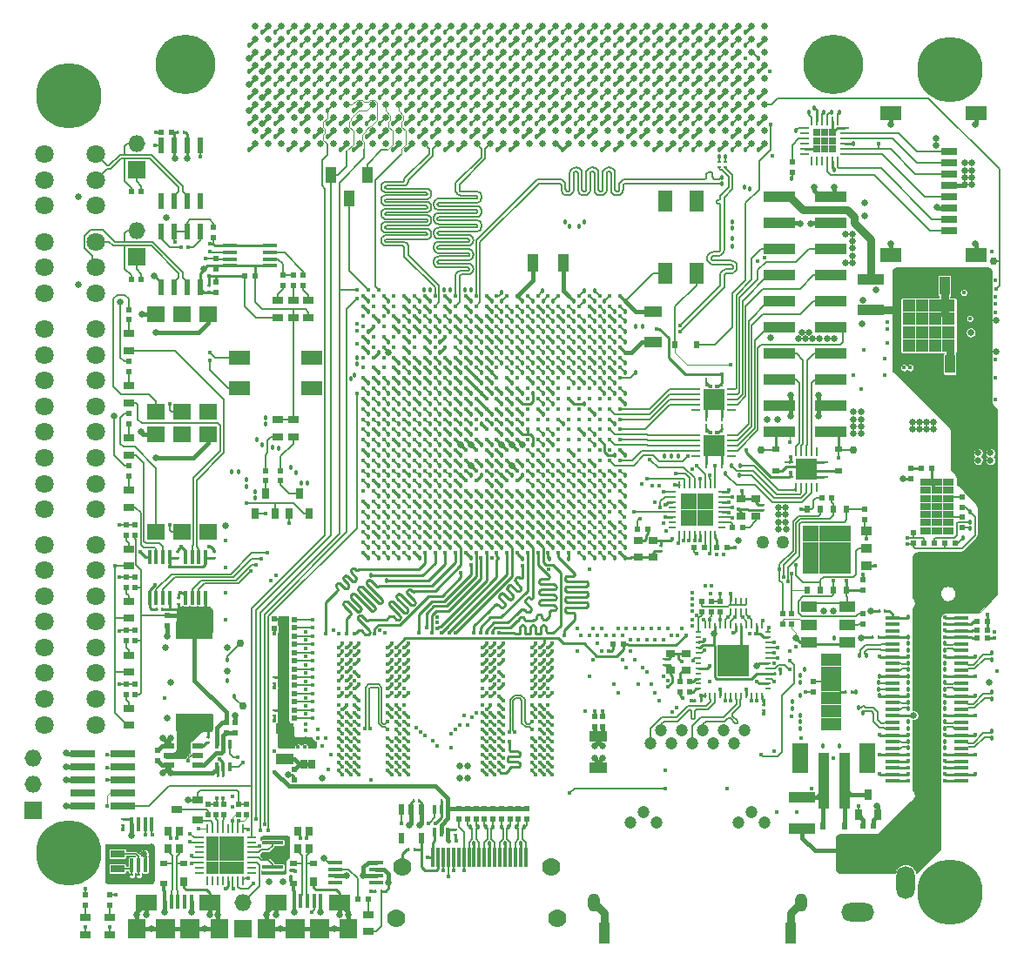
<source format=gbr>
G04 #@! TF.FileFunction,Copper,L1,Top,Mixed*
%FSLAX46Y46*%
G04 Gerber Fmt 4.6, Leading zero omitted, Abs format (unit mm)*
G04 Created by KiCad (PCBNEW (2016-08-02 BZR 7002)-product) date Tue Oct 11 11:13:20 2016*
%MOMM*%
%LPD*%
G01*
G04 APERTURE LIST*
%ADD10C,0.101600*%
%ADD11C,0.450000*%
%ADD12R,0.250000X0.700000*%
%ADD13R,0.700000X0.250000*%
%ADD14R,1.600000X1.600000*%
%ADD15C,1.200000*%
%ADD16O,1.200000X1.800000*%
%ADD17R,1.080000X2.060000*%
%ADD18R,1.800000X1.000000*%
%ADD19R,0.300000X0.280000*%
%ADD20R,0.500000X0.500000*%
%ADD21R,1.000000X1.800000*%
%ADD22R,0.280000X0.300000*%
%ADD23R,0.584200X0.685800*%
%ADD24R,0.685800X0.584200*%
%ADD25R,1.000000X0.800000*%
%ADD26C,6.350000*%
%ADD27O,3.200000X1.800000*%
%ADD28O,1.800000X3.200000*%
%ADD29R,1.397000X0.406400*%
%ADD30R,0.508000X17.272000*%
%ADD31R,0.300000X1.900000*%
%ADD32C,1.778000*%
%ADD33R,0.400000X1.350000*%
%ADD34R,2.100000X1.600000*%
%ADD35R,1.800000X1.900000*%
%ADD36R,1.900000X1.900000*%
%ADD37R,1.000000X5.500000*%
%ADD38R,1.600000X3.000000*%
%ADD39R,1.651000X1.651000*%
%ADD40O,1.651000X1.651000*%
%ADD41R,2.000000X1.450000*%
%ADD42R,1.500000X0.800000*%
%ADD43R,1.000760X0.899160*%
%ADD44R,3.600000X1.800000*%
%ADD45R,0.800000X1.000000*%
%ADD46R,0.250000X0.500000*%
%ADD47R,2.000000X1.400000*%
%ADD48R,1.400000X2.000000*%
%ADD49R,2.600000X1.000000*%
%ADD50C,0.762000*%
%ADD51R,0.787400X0.889000*%
%ADD52R,0.750000X0.900000*%
%ADD53R,1.080000X0.780000*%
%ADD54R,1.100000X0.600000*%
%ADD55R,1.287500X1.287500*%
%ADD56R,0.450000X0.950000*%
%ADD57R,1.000000X1.250000*%
%ADD58R,0.450000X1.350000*%
%ADD59R,0.600000X1.100000*%
%ADD60R,0.850000X0.270000*%
%ADD61R,0.270000X0.850000*%
%ADD62R,1.250000X1.250000*%
%ADD63R,1.350000X0.450000*%
%ADD64R,0.750000X0.960000*%
%ADD65R,0.750000X0.540000*%
%ADD66R,0.850000X0.280000*%
%ADD67R,0.280000X0.850000*%
%ADD68R,1.000000X1.000000*%
%ADD69R,1.780000X1.520000*%
%ADD70R,0.850000X0.650000*%
%ADD71R,0.600000X1.550000*%
%ADD72R,0.500000X0.800000*%
%ADD73R,1.600000X1.000000*%
%ADD74R,0.500000X0.250000*%
%ADD75R,1.500000X1.500000*%
%ADD76R,0.800000X0.800000*%
%ADD77R,2.000000X0.400000*%
%ADD78R,1.400000X0.750000*%
%ADD79C,0.635000*%
%ADD80C,5.800000*%
%ADD81C,1.800000*%
%ADD82R,1.000000X1.600000*%
%ADD83R,2.400000X0.750000*%
%ADD84R,2.400000X0.740000*%
%ADD85R,3.150000X1.000000*%
%ADD86C,0.406400*%
%ADD87C,0.457200*%
%ADD88C,1.270000*%
%ADD89C,0.106680*%
%ADD90C,0.762000*%
%ADD91C,0.254000*%
%ADD92C,0.381000*%
%ADD93C,0.127000*%
%ADD94C,0.304800*%
%ADD95C,0.165100*%
%ADD96C,0.152400*%
%ADD97C,0.088900*%
%ADD98C,0.177800*%
%ADD99C,0.147320*%
G04 APERTURE END LIST*
D10*
D11*
X88700000Y-57100000D03*
X88700000Y-58100000D03*
X88700000Y-59100000D03*
X88700000Y-60100000D03*
X88700000Y-61100000D03*
X88700000Y-62100000D03*
X88700000Y-63100000D03*
X88700000Y-64100000D03*
X88700000Y-65100000D03*
X88700000Y-66100000D03*
X88700000Y-67100000D03*
X88700000Y-68100000D03*
X88700000Y-69100000D03*
X88700000Y-70100000D03*
X88700000Y-71100000D03*
X88700000Y-72100000D03*
X88700000Y-73100000D03*
X88700000Y-74100000D03*
X88700000Y-75100000D03*
X88700000Y-76100000D03*
X88700000Y-77100000D03*
X88700000Y-78100000D03*
X88700000Y-79100000D03*
X88700000Y-80100000D03*
X88700000Y-81100000D03*
X88700000Y-82100000D03*
X87700000Y-57100000D03*
X87700000Y-58100000D03*
X87700000Y-59100000D03*
X87700000Y-60100000D03*
X87700000Y-61100000D03*
X87700000Y-62100000D03*
X87700000Y-63100000D03*
X87700000Y-64100000D03*
X87700000Y-65100000D03*
X87700000Y-66100000D03*
X87700000Y-67100000D03*
X87700000Y-68100000D03*
X87700000Y-69100000D03*
X87700000Y-70100000D03*
X87700000Y-71100000D03*
X87700000Y-72100000D03*
X87700000Y-73100000D03*
X87700000Y-74100000D03*
X87700000Y-75100000D03*
X87700000Y-76100000D03*
X87700000Y-77100000D03*
X87700000Y-78100000D03*
X87700000Y-79100000D03*
X87700000Y-80100000D03*
X87700000Y-81100000D03*
X87700000Y-82100000D03*
X86700000Y-57100000D03*
X86700000Y-58100000D03*
X86700000Y-59100000D03*
X86700000Y-60100000D03*
X86700000Y-61100000D03*
X86700000Y-62100000D03*
X86700000Y-63100000D03*
X86700000Y-64100000D03*
X86700000Y-65100000D03*
X86700000Y-66100000D03*
X86700000Y-67100000D03*
X86700000Y-68100000D03*
X86700000Y-69100000D03*
X86700000Y-70100000D03*
X86700000Y-71100000D03*
X86700000Y-72100000D03*
X86700000Y-73100000D03*
X86700000Y-74100000D03*
X86700000Y-75100000D03*
X86700000Y-76100000D03*
X86700000Y-77100000D03*
X86700000Y-78100000D03*
X86700000Y-79100000D03*
X86700000Y-80100000D03*
X86700000Y-81100000D03*
X86700000Y-82100000D03*
X85700000Y-57100000D03*
X85700000Y-58100000D03*
X85700000Y-59100000D03*
X85700000Y-60100000D03*
X85700000Y-61100000D03*
X85700000Y-62100000D03*
X85700000Y-63100000D03*
X85700000Y-64100000D03*
X85700000Y-65100000D03*
X85700000Y-66100000D03*
X85700000Y-67100000D03*
X85700000Y-68100000D03*
X85700000Y-69100000D03*
X85700000Y-70100000D03*
X85700000Y-71100000D03*
X85700000Y-72100000D03*
X85700000Y-73100000D03*
X85700000Y-74100000D03*
X85700000Y-75100000D03*
X85700000Y-76100000D03*
X85700000Y-77100000D03*
X85700000Y-78100000D03*
X85700000Y-79100000D03*
X85700000Y-80100000D03*
X85700000Y-81100000D03*
X85700000Y-82100000D03*
X84700000Y-57100000D03*
X84700000Y-58100000D03*
X84700000Y-59100000D03*
X84700000Y-60100000D03*
X84700000Y-61100000D03*
X84700000Y-62100000D03*
X84700000Y-63100000D03*
X84700000Y-64100000D03*
X84700000Y-65100000D03*
X84700000Y-66100000D03*
X84700000Y-67100000D03*
X84700000Y-68100000D03*
X84700000Y-69100000D03*
X84700000Y-70100000D03*
X84700000Y-71100000D03*
X84700000Y-72100000D03*
X84700000Y-73100000D03*
X84700000Y-74100000D03*
X84700000Y-75100000D03*
X84700000Y-76100000D03*
X84700000Y-77100000D03*
X84700000Y-78100000D03*
X84700000Y-79100000D03*
X84700000Y-80100000D03*
X84700000Y-81100000D03*
X84700000Y-82100000D03*
X83700000Y-57100000D03*
X83700000Y-58100000D03*
X83700000Y-59100000D03*
X83700000Y-60100000D03*
X83700000Y-61100000D03*
X83700000Y-62100000D03*
X83700000Y-63100000D03*
X83700000Y-64100000D03*
X83700000Y-65100000D03*
X83700000Y-66100000D03*
X83700000Y-67100000D03*
X83700000Y-68100000D03*
X83700000Y-69100000D03*
X83700000Y-70100000D03*
X83700000Y-71100000D03*
X83700000Y-72100000D03*
X83700000Y-73100000D03*
X83700000Y-74100000D03*
X83700000Y-75100000D03*
X83700000Y-76100000D03*
X83700000Y-77100000D03*
X83700000Y-78100000D03*
X83700000Y-79100000D03*
X83700000Y-80100000D03*
X83700000Y-81100000D03*
X83700000Y-82100000D03*
X82700000Y-57100000D03*
X82700000Y-58100000D03*
X82700000Y-59100000D03*
X82700000Y-60100000D03*
X82700000Y-61100000D03*
X82700000Y-62100000D03*
X82700000Y-63100000D03*
X82700000Y-64100000D03*
X82700000Y-65100000D03*
X82700000Y-66100000D03*
X82700000Y-67100000D03*
X82700000Y-68100000D03*
X82700000Y-69100000D03*
X82700000Y-70100000D03*
X82700000Y-71100000D03*
X82700000Y-72100000D03*
X82700000Y-73100000D03*
X82700000Y-74100000D03*
X82700000Y-75100000D03*
X82700000Y-76100000D03*
X82700000Y-77100000D03*
X82700000Y-78100000D03*
X82700000Y-79100000D03*
X82700000Y-80100000D03*
X82700000Y-81100000D03*
X82700000Y-82100000D03*
X81700000Y-57100000D03*
X81700000Y-58100000D03*
X81700000Y-59100000D03*
X81700000Y-60100000D03*
X81700000Y-61100000D03*
X81700000Y-62100000D03*
X81700000Y-63100000D03*
X81700000Y-64100000D03*
X81700000Y-65100000D03*
X81700000Y-66100000D03*
X81700000Y-67100000D03*
X81700000Y-68100000D03*
X81700000Y-69100000D03*
X81700000Y-70100000D03*
X81700000Y-71100000D03*
X81700000Y-72100000D03*
X81700000Y-73100000D03*
X81700000Y-74100000D03*
X81700000Y-75100000D03*
X81700000Y-76100000D03*
X81700000Y-77100000D03*
X81700000Y-78100000D03*
X81700000Y-79100000D03*
X81700000Y-80100000D03*
X81700000Y-81100000D03*
X81700000Y-82100000D03*
X80700000Y-57100000D03*
X80700000Y-58100000D03*
X80700000Y-59100000D03*
X80700000Y-60100000D03*
X80700000Y-61100000D03*
X80700000Y-62100000D03*
X80700000Y-63100000D03*
X80700000Y-64100000D03*
X80700000Y-65100000D03*
X80700000Y-66100000D03*
X80700000Y-67100000D03*
X80700000Y-68100000D03*
X80700000Y-69100000D03*
X80700000Y-70100000D03*
X80700000Y-71100000D03*
X80700000Y-72100000D03*
X80700000Y-73100000D03*
X80700000Y-74100000D03*
X80700000Y-75100000D03*
X80700000Y-76100000D03*
X80700000Y-77100000D03*
X80700000Y-78100000D03*
X80700000Y-79100000D03*
X80700000Y-80100000D03*
X80700000Y-81100000D03*
X80700000Y-82100000D03*
X79700000Y-57100000D03*
X79700000Y-58100000D03*
X79700000Y-59100000D03*
X79700000Y-60100000D03*
X79700000Y-61100000D03*
X79700000Y-62100000D03*
X79700000Y-63100000D03*
X79700000Y-64100000D03*
X79700000Y-65100000D03*
X79700000Y-66100000D03*
X79700000Y-67100000D03*
X79700000Y-68100000D03*
X79700000Y-69100000D03*
X79700000Y-70100000D03*
X79700000Y-71100000D03*
X79700000Y-72100000D03*
X79700000Y-73100000D03*
X79700000Y-74100000D03*
X79700000Y-75100000D03*
X79700000Y-76100000D03*
X79700000Y-77100000D03*
X79700000Y-78100000D03*
X79700000Y-79100000D03*
X79700000Y-80100000D03*
X79700000Y-81100000D03*
X79700000Y-82100000D03*
X78700000Y-57100000D03*
X78700000Y-58100000D03*
X78700000Y-59100000D03*
X78700000Y-60100000D03*
X78700000Y-61100000D03*
X78700000Y-62100000D03*
X78700000Y-63100000D03*
X78700000Y-64100000D03*
X78700000Y-65100000D03*
X78700000Y-66100000D03*
X78700000Y-67100000D03*
X78700000Y-68100000D03*
X78700000Y-69100000D03*
X78700000Y-70100000D03*
X78700000Y-71100000D03*
X78700000Y-72100000D03*
X78700000Y-73100000D03*
X78700000Y-74100000D03*
X78700000Y-75100000D03*
X78700000Y-76100000D03*
X78700000Y-77100000D03*
X78700000Y-78100000D03*
X78700000Y-79100000D03*
X78700000Y-80100000D03*
X78700000Y-81100000D03*
X78700000Y-82100000D03*
X77700000Y-57100000D03*
X77700000Y-58100000D03*
X77700000Y-59100000D03*
X77700000Y-60100000D03*
X77700000Y-61100000D03*
X77700000Y-62100000D03*
X77700000Y-63100000D03*
X77700000Y-64100000D03*
X77700000Y-65100000D03*
X77700000Y-66100000D03*
X77700000Y-67100000D03*
X77700000Y-68100000D03*
X77700000Y-69100000D03*
X77700000Y-70100000D03*
X77700000Y-71100000D03*
X77700000Y-72100000D03*
X77700000Y-73100000D03*
X77700000Y-74100000D03*
X77700000Y-75100000D03*
X77700000Y-76100000D03*
X77700000Y-77100000D03*
X77700000Y-78100000D03*
X77700000Y-79100000D03*
X77700000Y-80100000D03*
X77700000Y-81100000D03*
X77700000Y-82100000D03*
X76700000Y-57100000D03*
X76700000Y-58100000D03*
X76700000Y-59100000D03*
X76700000Y-60100000D03*
X76700000Y-61100000D03*
X76700000Y-62100000D03*
X76700000Y-63100000D03*
X76700000Y-64100000D03*
X76700000Y-65100000D03*
X76700000Y-66100000D03*
X76700000Y-67100000D03*
X76700000Y-68100000D03*
X76700000Y-69100000D03*
X76700000Y-70100000D03*
X76700000Y-71100000D03*
X76700000Y-72100000D03*
X76700000Y-73100000D03*
X76700000Y-74100000D03*
X76700000Y-75100000D03*
X76700000Y-76100000D03*
X76700000Y-77100000D03*
X76700000Y-78100000D03*
X76700000Y-79100000D03*
X76700000Y-80100000D03*
X76700000Y-81100000D03*
X76700000Y-82100000D03*
X75700000Y-57100000D03*
X75700000Y-58100000D03*
X75700000Y-59100000D03*
X75700000Y-60100000D03*
X75700000Y-61100000D03*
X75700000Y-62100000D03*
X75700000Y-63100000D03*
X75700000Y-64100000D03*
X75700000Y-65100000D03*
X75700000Y-66100000D03*
X75700000Y-67100000D03*
X75700000Y-68100000D03*
X75700000Y-69100000D03*
X75700000Y-70100000D03*
X75700000Y-71100000D03*
X75700000Y-72100000D03*
X75700000Y-73100000D03*
X75700000Y-74100000D03*
X75700000Y-75100000D03*
X75700000Y-76100000D03*
X75700000Y-77100000D03*
X75700000Y-78100000D03*
X75700000Y-79100000D03*
X75700000Y-80100000D03*
X75700000Y-81100000D03*
X75700000Y-82100000D03*
X74700000Y-57100000D03*
X74700000Y-58100000D03*
X74700000Y-59100000D03*
X74700000Y-60100000D03*
X74700000Y-61100000D03*
X74700000Y-62100000D03*
X74700000Y-63100000D03*
X74700000Y-64100000D03*
X74700000Y-65100000D03*
X74700000Y-66100000D03*
X74700000Y-67100000D03*
X74700000Y-68100000D03*
X74700000Y-69100000D03*
X74700000Y-70100000D03*
X74700000Y-71100000D03*
X74700000Y-72100000D03*
X74700000Y-73100000D03*
X74700000Y-74100000D03*
X74700000Y-75100000D03*
X74700000Y-76100000D03*
X74700000Y-77100000D03*
X74700000Y-78100000D03*
X74700000Y-79100000D03*
X74700000Y-80100000D03*
X74700000Y-81100000D03*
X74700000Y-82100000D03*
X73700000Y-57100000D03*
X73700000Y-58100000D03*
X73700000Y-59100000D03*
X73700000Y-60100000D03*
X73700000Y-61100000D03*
X73700000Y-62100000D03*
X73700000Y-63100000D03*
X73700000Y-64100000D03*
X73700000Y-65100000D03*
X73700000Y-66100000D03*
X73700000Y-67100000D03*
X73700000Y-68100000D03*
X73700000Y-69100000D03*
X73700000Y-70100000D03*
X73700000Y-71100000D03*
X73700000Y-72100000D03*
X73700000Y-73100000D03*
X73700000Y-74100000D03*
X73700000Y-75100000D03*
X73700000Y-76100000D03*
X73700000Y-77100000D03*
X73700000Y-78100000D03*
X73700000Y-79100000D03*
X73700000Y-80100000D03*
X73700000Y-81100000D03*
X73700000Y-82100000D03*
X72700000Y-57100000D03*
X72700000Y-58100000D03*
X72700000Y-59100000D03*
X72700000Y-60100000D03*
X72700000Y-61100000D03*
X72700000Y-62100000D03*
X72700000Y-63100000D03*
X72700000Y-64100000D03*
X72700000Y-65100000D03*
X72700000Y-66100000D03*
X72700000Y-67100000D03*
X72700000Y-68100000D03*
X72700000Y-69100000D03*
X72700000Y-70100000D03*
X72700000Y-71100000D03*
X72700000Y-72100000D03*
X72700000Y-73100000D03*
X72700000Y-74100000D03*
X72700000Y-75100000D03*
X72700000Y-76100000D03*
X72700000Y-77100000D03*
X72700000Y-78100000D03*
X72700000Y-79100000D03*
X72700000Y-80100000D03*
X72700000Y-81100000D03*
X72700000Y-82100000D03*
X71700000Y-57100000D03*
X71700000Y-58100000D03*
X71700000Y-59100000D03*
X71700000Y-60100000D03*
X71700000Y-61100000D03*
X71700000Y-62100000D03*
X71700000Y-63100000D03*
X71700000Y-64100000D03*
X71700000Y-65100000D03*
X71700000Y-66100000D03*
X71700000Y-67100000D03*
X71700000Y-68100000D03*
X71700000Y-69100000D03*
X71700000Y-70100000D03*
X71700000Y-71100000D03*
X71700000Y-72100000D03*
X71700000Y-73100000D03*
X71700000Y-74100000D03*
X71700000Y-75100000D03*
X71700000Y-76100000D03*
X71700000Y-77100000D03*
X71700000Y-78100000D03*
X71700000Y-79100000D03*
X71700000Y-80100000D03*
X71700000Y-81100000D03*
X71700000Y-82100000D03*
X70700000Y-57100000D03*
X70700000Y-58100000D03*
X70700000Y-59100000D03*
X70700000Y-60100000D03*
X70700000Y-61100000D03*
X70700000Y-62100000D03*
X70700000Y-63100000D03*
X70700000Y-64100000D03*
X70700000Y-65100000D03*
X70700000Y-66100000D03*
X70700000Y-67100000D03*
X70700000Y-68100000D03*
X70700000Y-69100000D03*
X70700000Y-70100000D03*
X70700000Y-71100000D03*
X70700000Y-72100000D03*
X70700000Y-73100000D03*
X70700000Y-74100000D03*
X70700000Y-75100000D03*
X70700000Y-76100000D03*
X70700000Y-77100000D03*
X70700000Y-78100000D03*
X70700000Y-79100000D03*
X70700000Y-80100000D03*
X70700000Y-81100000D03*
X70700000Y-82100000D03*
X69700000Y-57100000D03*
X69700000Y-58100000D03*
X69700000Y-59100000D03*
X69700000Y-60100000D03*
X69700000Y-61100000D03*
X69700000Y-62100000D03*
X69700000Y-63100000D03*
X69700000Y-64100000D03*
X69700000Y-65100000D03*
X69700000Y-66100000D03*
X69700000Y-67100000D03*
X69700000Y-68100000D03*
X69700000Y-69100000D03*
X69700000Y-70100000D03*
X69700000Y-71100000D03*
X69700000Y-72100000D03*
X69700000Y-73100000D03*
X69700000Y-74100000D03*
X69700000Y-75100000D03*
X69700000Y-76100000D03*
X69700000Y-77100000D03*
X69700000Y-78100000D03*
X69700000Y-79100000D03*
X69700000Y-80100000D03*
X69700000Y-81100000D03*
X69700000Y-82100000D03*
X68700000Y-57100000D03*
X68700000Y-58100000D03*
X68700000Y-59100000D03*
X68700000Y-60100000D03*
X68700000Y-61100000D03*
X68700000Y-62100000D03*
X68700000Y-63100000D03*
X68700000Y-64100000D03*
X68700000Y-65100000D03*
X68700000Y-66100000D03*
X68700000Y-67100000D03*
X68700000Y-68100000D03*
X68700000Y-69100000D03*
X68700000Y-70100000D03*
X68700000Y-71100000D03*
X68700000Y-72100000D03*
X68700000Y-73100000D03*
X68700000Y-74100000D03*
X68700000Y-75100000D03*
X68700000Y-76100000D03*
X68700000Y-77100000D03*
X68700000Y-78100000D03*
X68700000Y-79100000D03*
X68700000Y-80100000D03*
X68700000Y-81100000D03*
X68700000Y-82100000D03*
X67700000Y-57100000D03*
X67700000Y-58100000D03*
X67700000Y-59100000D03*
X67700000Y-60100000D03*
X67700000Y-61100000D03*
X67700000Y-62100000D03*
X67700000Y-63100000D03*
X67700000Y-64100000D03*
X67700000Y-65100000D03*
X67700000Y-66100000D03*
X67700000Y-67100000D03*
X67700000Y-68100000D03*
X67700000Y-69100000D03*
X67700000Y-70100000D03*
X67700000Y-71100000D03*
X67700000Y-72100000D03*
X67700000Y-73100000D03*
X67700000Y-74100000D03*
X67700000Y-75100000D03*
X67700000Y-76100000D03*
X67700000Y-77100000D03*
X67700000Y-78100000D03*
X67700000Y-79100000D03*
X67700000Y-80100000D03*
X67700000Y-81100000D03*
X67700000Y-82100000D03*
X66700000Y-57100000D03*
X66700000Y-58100000D03*
X66700000Y-59100000D03*
X66700000Y-60100000D03*
X66700000Y-61100000D03*
X66700000Y-62100000D03*
X66700000Y-63100000D03*
X66700000Y-64100000D03*
X66700000Y-65100000D03*
X66700000Y-66100000D03*
X66700000Y-67100000D03*
X66700000Y-68100000D03*
X66700000Y-69100000D03*
X66700000Y-70100000D03*
X66700000Y-71100000D03*
X66700000Y-72100000D03*
X66700000Y-73100000D03*
X66700000Y-74100000D03*
X66700000Y-75100000D03*
X66700000Y-76100000D03*
X66700000Y-77100000D03*
X66700000Y-78100000D03*
X66700000Y-79100000D03*
X66700000Y-80100000D03*
X66700000Y-81100000D03*
X66700000Y-82100000D03*
X65700000Y-57100000D03*
X65700000Y-58100000D03*
X65700000Y-59100000D03*
X65700000Y-60100000D03*
X65700000Y-61100000D03*
X65700000Y-62100000D03*
X65700000Y-63100000D03*
X65700000Y-64100000D03*
X65700000Y-65100000D03*
X65700000Y-66100000D03*
X65700000Y-67100000D03*
X65700000Y-68100000D03*
X65700000Y-69100000D03*
X65700000Y-70100000D03*
X65700000Y-71100000D03*
X65700000Y-72100000D03*
X65700000Y-73100000D03*
X65700000Y-74100000D03*
X65700000Y-75100000D03*
X65700000Y-76100000D03*
X65700000Y-77100000D03*
X65700000Y-78100000D03*
X65700000Y-79100000D03*
X65700000Y-80100000D03*
X65700000Y-81100000D03*
X65700000Y-82100000D03*
X64700000Y-57100000D03*
X64700000Y-58100000D03*
X64700000Y-59100000D03*
X64700000Y-60100000D03*
X64700000Y-61100000D03*
X64700000Y-62100000D03*
X64700000Y-63100000D03*
X64700000Y-64100000D03*
X64700000Y-65100000D03*
X64700000Y-66100000D03*
X64700000Y-67100000D03*
X64700000Y-68100000D03*
X64700000Y-69100000D03*
X64700000Y-70100000D03*
X64700000Y-71100000D03*
X64700000Y-72100000D03*
X64700000Y-73100000D03*
X64700000Y-74100000D03*
X64700000Y-75100000D03*
X64700000Y-76100000D03*
X64700000Y-77100000D03*
X64700000Y-78100000D03*
X64700000Y-79100000D03*
X64700000Y-80100000D03*
X64700000Y-81100000D03*
X64700000Y-82100000D03*
X63700000Y-57100000D03*
X63700000Y-58100000D03*
X63700000Y-59100000D03*
X63700000Y-60100000D03*
X63700000Y-61100000D03*
X63700000Y-62100000D03*
X63700000Y-63100000D03*
X63700000Y-64100000D03*
X63700000Y-65100000D03*
X63700000Y-66100000D03*
X63700000Y-67100000D03*
X63700000Y-68100000D03*
X63700000Y-69100000D03*
X63700000Y-70100000D03*
X63700000Y-71100000D03*
X63700000Y-72100000D03*
X63700000Y-73100000D03*
X63700000Y-74100000D03*
X63700000Y-75100000D03*
X63700000Y-76100000D03*
X63700000Y-77100000D03*
X63700000Y-78100000D03*
X63700000Y-79100000D03*
X63700000Y-80100000D03*
X63700000Y-81100000D03*
X63700000Y-82100000D03*
D12*
X97950000Y-75500000D03*
X97450000Y-75500000D03*
X96950000Y-75500000D03*
X96450000Y-75500000D03*
X95950000Y-75500000D03*
X95450000Y-75500000D03*
X94950000Y-75500000D03*
X94450000Y-75500000D03*
D13*
X93800000Y-76150000D03*
X93800000Y-76650000D03*
X93800000Y-77150000D03*
X93800000Y-77650000D03*
X93800000Y-78150000D03*
X93800000Y-78650000D03*
X93800000Y-79150000D03*
X93800000Y-79650000D03*
D12*
X94450000Y-80300000D03*
X94950000Y-80300000D03*
X95450000Y-80300000D03*
X95950000Y-80300000D03*
X96450000Y-80300000D03*
X96950000Y-80300000D03*
X97450000Y-80300000D03*
X97950000Y-80300000D03*
D13*
X98600000Y-79650000D03*
X98600000Y-79150000D03*
X98600000Y-78650000D03*
X98600000Y-78150000D03*
X98600000Y-77650000D03*
X98600000Y-77150000D03*
X98600000Y-76650000D03*
X98600000Y-76150000D03*
D14*
X95400000Y-78700000D03*
X97000000Y-78700000D03*
X95400000Y-77100000D03*
X97000000Y-77100000D03*
D11*
X81700000Y-103300000D03*
X80900000Y-103300000D03*
X80100000Y-103300000D03*
X76900000Y-103300000D03*
X76100000Y-103300000D03*
X75300000Y-103300000D03*
X81700000Y-102500000D03*
X80900000Y-102500000D03*
X80100000Y-102500000D03*
X76900000Y-102500000D03*
X76100000Y-102500000D03*
X75300000Y-102500000D03*
X81700000Y-101700000D03*
X80900000Y-101700000D03*
X80100000Y-101700000D03*
X76900000Y-101700000D03*
X76100000Y-101700000D03*
X75300000Y-101700000D03*
X81700000Y-100900000D03*
X80900000Y-100900000D03*
X80100000Y-100900000D03*
X76900000Y-100900000D03*
X76100000Y-100900000D03*
X75300000Y-100900000D03*
X81700000Y-100100000D03*
X80900000Y-100100000D03*
X80100000Y-100100000D03*
X76900000Y-100100000D03*
X76100000Y-100100000D03*
X75300000Y-100100000D03*
X81700000Y-99300000D03*
X80900000Y-99300000D03*
X80100000Y-99300000D03*
X76900000Y-99300000D03*
X76100000Y-99300000D03*
X75300000Y-99300000D03*
X81700000Y-98500000D03*
X80900000Y-98500000D03*
X80100000Y-98500000D03*
X76900000Y-98500000D03*
X76100000Y-98500000D03*
X75300000Y-98500000D03*
X81700000Y-97700000D03*
X80900000Y-97700000D03*
X80100000Y-97700000D03*
X76900000Y-97700000D03*
X76100000Y-97700000D03*
X75300000Y-97700000D03*
X81700000Y-96900000D03*
X80900000Y-96900000D03*
X80100000Y-96900000D03*
X76900000Y-96900000D03*
X76100000Y-96900000D03*
X75300000Y-96900000D03*
X81700000Y-96100000D03*
X80900000Y-96100000D03*
X80100000Y-96100000D03*
X76900000Y-96100000D03*
X76100000Y-96100000D03*
X75300000Y-96100000D03*
X81700000Y-95300000D03*
X80900000Y-95300000D03*
X80100000Y-95300000D03*
X76900000Y-95300000D03*
X76100000Y-95300000D03*
X75300000Y-95300000D03*
X81700000Y-94500000D03*
X80900000Y-94500000D03*
X80100000Y-94500000D03*
X76900000Y-94500000D03*
X76100000Y-94500000D03*
X75300000Y-94500000D03*
X81700000Y-93700000D03*
X80900000Y-93700000D03*
X80100000Y-93700000D03*
X76900000Y-93700000D03*
X76100000Y-93700000D03*
X75300000Y-93700000D03*
X81700000Y-92900000D03*
X80900000Y-92900000D03*
X80100000Y-92900000D03*
X76900000Y-92900000D03*
X76100000Y-92900000D03*
X75300000Y-92900000D03*
X81700000Y-92100000D03*
X80900000Y-92100000D03*
X80100000Y-92100000D03*
X76900000Y-92100000D03*
X76100000Y-92100000D03*
X75300000Y-92100000D03*
X81700000Y-91300000D03*
X80900000Y-91300000D03*
X80100000Y-91300000D03*
X76900000Y-91300000D03*
X76100000Y-91300000D03*
X75300000Y-91300000D03*
D15*
X91661000Y-100596000D03*
X93693000Y-100596000D03*
X95725000Y-100596000D03*
X97757000Y-100596000D03*
X99789000Y-100596000D03*
X92677000Y-99326000D03*
X94709000Y-99326000D03*
X96741000Y-99326000D03*
X98773000Y-99326000D03*
X100805000Y-99326000D03*
X89723000Y-108346000D03*
X90993000Y-107326000D03*
X92263000Y-108346000D03*
X100203000Y-108346000D03*
X101473000Y-107326000D03*
X102743000Y-108346000D03*
D16*
X86148000Y-116156000D03*
X106318000Y-116156000D03*
D17*
X87158000Y-119126000D03*
X105308000Y-119126000D03*
D18*
X86600000Y-103000000D03*
X86600000Y-100000000D03*
X56100000Y-102200000D03*
X56100000Y-99200000D03*
D19*
X55100000Y-94765000D03*
X55100000Y-94235000D03*
X55100000Y-97435000D03*
X55100000Y-97965000D03*
D20*
X121920000Y-76716000D03*
X121920000Y-77716000D03*
X116967000Y-74922000D03*
X116967000Y-73922000D03*
D21*
X117753000Y-63754000D03*
X120753000Y-63754000D03*
D19*
X48600000Y-100565000D03*
X48600000Y-100035000D03*
D22*
X49535000Y-103800000D03*
X50065000Y-103800000D03*
X110635000Y-95631000D03*
X111165000Y-95631000D03*
D19*
X41200000Y-113965000D03*
X41200000Y-113435000D03*
X41900000Y-113965000D03*
X41900000Y-113435000D03*
D22*
X71865000Y-106200000D03*
X71335000Y-106200000D03*
D19*
X72700000Y-109035000D03*
X72700000Y-109565000D03*
D20*
X49400000Y-55800000D03*
X49400000Y-56800000D03*
X44100000Y-41200000D03*
X45100000Y-41200000D03*
X53200000Y-55200000D03*
X52200000Y-55200000D03*
D19*
X45800000Y-87065000D03*
X45800000Y-86535000D03*
X49200000Y-82565000D03*
X49200000Y-82035000D03*
D22*
X44165000Y-87600000D03*
X43635000Y-87600000D03*
D19*
X45700000Y-82565000D03*
X45700000Y-82035000D03*
X92700000Y-81435000D03*
X92700000Y-81965000D03*
D20*
X112300000Y-84700000D03*
X112300000Y-85700000D03*
D21*
X80200000Y-53900000D03*
X83200000Y-53900000D03*
D18*
X91900000Y-58600000D03*
X91900000Y-61600000D03*
D19*
X102600000Y-77965000D03*
X102600000Y-77435000D03*
D22*
X103748000Y-93853000D03*
X104278000Y-93853000D03*
X96531000Y-96520000D03*
X96001000Y-96520000D03*
D19*
X102616000Y-96890000D03*
X102616000Y-97420000D03*
X92964000Y-92445000D03*
X92964000Y-92975000D03*
X98298000Y-44058000D03*
X98298000Y-44588000D03*
X98933000Y-44058000D03*
X98933000Y-44588000D03*
D23*
X110555000Y-108700000D03*
X108445000Y-108700000D03*
D24*
X103800000Y-74155000D03*
X103800000Y-72045000D03*
X109900000Y-74155000D03*
X109900000Y-72045000D03*
D23*
X94045000Y-61900000D03*
X96155000Y-61900000D03*
D25*
X56900000Y-59225000D03*
X56900000Y-57575000D03*
X55400000Y-57575000D03*
X55400000Y-59225000D03*
X58400000Y-59225000D03*
X58400000Y-57575000D03*
X36700000Y-117575000D03*
X36700000Y-119225000D03*
X39100000Y-117575000D03*
X39100000Y-119225000D03*
X40894000Y-83375000D03*
X40894000Y-81725000D03*
X40894000Y-88455000D03*
X40894000Y-86805000D03*
X40894000Y-93726000D03*
X40894000Y-92076000D03*
X40894000Y-98869000D03*
X40894000Y-97219000D03*
X64200000Y-118925000D03*
X64200000Y-117275000D03*
X55400000Y-69175000D03*
X55400000Y-70825000D03*
X56900000Y-69175000D03*
X56900000Y-70825000D03*
D26*
X35080000Y-37620000D03*
X120810000Y-35080000D03*
X35080000Y-111280000D03*
X120810000Y-115090000D03*
D27*
X111759000Y-117073000D03*
X111759000Y-111073000D03*
D28*
X116459000Y-114173000D03*
D29*
X115154500Y-104293000D03*
X115154500Y-103658000D03*
X115154500Y-103023000D03*
X115154500Y-102388000D03*
X115154500Y-101753000D03*
X115154500Y-101118000D03*
X115154500Y-100483000D03*
X115154500Y-99848000D03*
X115154500Y-99213000D03*
X115154500Y-98578000D03*
X115154500Y-97943000D03*
X115154500Y-97308000D03*
X115154500Y-96673000D03*
X115154500Y-96038000D03*
X115154500Y-95403000D03*
X115154500Y-94768000D03*
X115154500Y-94133000D03*
X115154500Y-93498000D03*
X115154500Y-92863000D03*
X115154500Y-92228000D03*
X115154500Y-91593000D03*
X115154500Y-90958000D03*
X115154500Y-90323000D03*
X115154500Y-89688000D03*
X115154500Y-89053000D03*
X115154500Y-88418000D03*
X121885500Y-103658000D03*
X121885500Y-101753000D03*
X121885500Y-103023000D03*
X121885500Y-104293000D03*
X121885500Y-102388000D03*
X121885500Y-90323000D03*
X121885500Y-90958000D03*
X121885500Y-89053000D03*
X121885500Y-88418000D03*
X121885500Y-89688000D03*
X121885500Y-98578000D03*
X121885500Y-97943000D03*
X121885500Y-100483000D03*
X121885500Y-99848000D03*
X121885500Y-101118000D03*
X121885500Y-99213000D03*
X121885500Y-96038000D03*
X121885500Y-97308000D03*
X121885500Y-94768000D03*
X121885500Y-95403000D03*
X121885500Y-96673000D03*
X121885500Y-94133000D03*
X121885500Y-92228000D03*
X121885500Y-93498000D03*
X121885500Y-92863000D03*
X121885500Y-91593000D03*
D30*
X118520000Y-96355500D03*
D31*
X70500000Y-111700000D03*
X79500000Y-111700000D03*
X71000000Y-111700000D03*
X71500000Y-111700000D03*
X72000000Y-111700000D03*
X72500000Y-111700000D03*
X73000000Y-111700000D03*
X73500000Y-111700000D03*
X74000000Y-111700000D03*
X74500000Y-111700000D03*
X75000000Y-111700000D03*
X75500000Y-111700000D03*
X76000000Y-111700000D03*
X76500000Y-111700000D03*
X77000000Y-111700000D03*
X77500000Y-111700000D03*
X78000000Y-111700000D03*
X78500000Y-111700000D03*
X79000000Y-111700000D03*
D32*
X67500000Y-112700000D03*
X82000000Y-112700000D03*
X82600000Y-117650000D03*
X66900000Y-117650000D03*
D33*
X45700000Y-116025000D03*
X45050000Y-116025000D03*
X46350000Y-116025000D03*
X44400000Y-116025000D03*
X47000000Y-116025000D03*
D34*
X42600000Y-116150000D03*
X48800000Y-116150000D03*
D35*
X41700000Y-118700000D03*
X49700000Y-118700000D03*
D36*
X44500000Y-118700000D03*
X46900000Y-118700000D03*
D37*
X110500000Y-104300000D03*
X108500000Y-104300000D03*
D38*
X106250000Y-102050000D03*
X112750000Y-102050000D03*
D39*
X31600000Y-107140000D03*
D40*
X31600000Y-104600000D03*
X31600000Y-102060000D03*
D33*
X58300000Y-116000000D03*
X57650000Y-116000000D03*
X58950000Y-116000000D03*
X57000000Y-116000000D03*
X59600000Y-116000000D03*
D34*
X55200000Y-116125000D03*
X61400000Y-116125000D03*
D35*
X54300000Y-118675000D03*
X62300000Y-118675000D03*
D36*
X57100000Y-118675000D03*
X59500000Y-118675000D03*
D41*
X123276000Y-53128000D03*
X123276000Y-39328000D03*
X114976000Y-53128000D03*
X114976000Y-39328000D03*
D42*
X120676000Y-50728000D03*
X120676000Y-49628000D03*
X120676000Y-48528000D03*
X120676000Y-47428000D03*
X120676000Y-46328000D03*
X120676000Y-45228000D03*
X120676000Y-44128000D03*
X120676000Y-43028000D03*
D39*
X52000000Y-118640000D03*
D40*
X52000000Y-116100000D03*
D43*
X112649000Y-81661000D03*
X112649000Y-79961000D03*
X112649000Y-83361000D03*
D39*
X41656000Y-44831000D03*
D40*
X41656000Y-42291000D03*
D39*
X41656000Y-53340000D03*
D40*
X41656000Y-50800000D03*
D44*
X47300000Y-98600000D03*
X47300000Y-89600000D03*
D25*
X47600000Y-108050000D03*
X45600000Y-107100000D03*
X47600000Y-106150000D03*
D45*
X111850000Y-107600000D03*
X112800000Y-105600000D03*
X113750000Y-107600000D03*
X53250000Y-78300000D03*
X54200000Y-76300000D03*
X55150000Y-78300000D03*
X56550000Y-78300000D03*
X57500000Y-76300000D03*
X58450000Y-78300000D03*
D20*
X56000000Y-94200000D03*
X57000000Y-94200000D03*
X56000000Y-91800000D03*
X57000000Y-91800000D03*
X56000000Y-92600000D03*
X57000000Y-92600000D03*
X56000000Y-90200000D03*
X57000000Y-90200000D03*
X56000000Y-88600000D03*
X57000000Y-88600000D03*
X56000000Y-91000000D03*
X57000000Y-91000000D03*
X56000000Y-95000000D03*
X57000000Y-95000000D03*
X56000000Y-89400000D03*
X57000000Y-89400000D03*
X56000000Y-95800000D03*
X57000000Y-95800000D03*
X56000000Y-93400000D03*
X57000000Y-93400000D03*
X56000000Y-96600000D03*
X57000000Y-96600000D03*
X56000000Y-97400000D03*
X57000000Y-97400000D03*
X56000000Y-98200000D03*
X57000000Y-98200000D03*
X89000000Y-91000000D03*
X88000000Y-91000000D03*
X117221000Y-80145000D03*
X117221000Y-81145000D03*
X121277000Y-81153000D03*
X120277000Y-81153000D03*
X121920000Y-79621000D03*
X121920000Y-78621000D03*
X118245000Y-81153000D03*
X119245000Y-81153000D03*
X117991000Y-73914000D03*
X118991000Y-73914000D03*
X50400000Y-98600000D03*
X50400000Y-99600000D03*
X51300000Y-98600000D03*
X51300000Y-99600000D03*
X124400000Y-90400000D03*
X123400000Y-90400000D03*
X107495000Y-95631000D03*
X107495000Y-94631000D03*
X79600000Y-107000000D03*
X79600000Y-108000000D03*
X78800000Y-107000000D03*
X78800000Y-108000000D03*
X78000000Y-107000000D03*
X78000000Y-108000000D03*
X77200000Y-107000000D03*
X77200000Y-108000000D03*
X76300000Y-107000000D03*
X76300000Y-108000000D03*
X75500000Y-107000000D03*
X75500000Y-108000000D03*
X74700000Y-107000000D03*
X74700000Y-108000000D03*
X73900000Y-107000000D03*
X73900000Y-108000000D03*
X73000000Y-108000000D03*
X73000000Y-107000000D03*
X48600000Y-107600000D03*
X48600000Y-106600000D03*
X50200000Y-106600000D03*
X50200000Y-107600000D03*
X49400000Y-106600000D03*
X49400000Y-107600000D03*
X49400000Y-53500000D03*
X49400000Y-54500000D03*
X56900000Y-56100000D03*
X56900000Y-55100000D03*
X55900000Y-56100000D03*
X55900000Y-55100000D03*
X57900000Y-56100000D03*
X57900000Y-55100000D03*
X36700000Y-116400000D03*
X36700000Y-115400000D03*
X39100000Y-116400000D03*
X39100000Y-115400000D03*
X112300000Y-108700000D03*
X113300000Y-108700000D03*
X40640000Y-80383000D03*
X40640000Y-79383000D03*
X40640000Y-85463000D03*
X40640000Y-84463000D03*
X40640000Y-90670000D03*
X40640000Y-89670000D03*
X40640000Y-95877000D03*
X40640000Y-94877000D03*
X41529000Y-79375000D03*
X41529000Y-80375000D03*
X41529000Y-84463000D03*
X41529000Y-85463000D03*
X41529000Y-89670000D03*
X41529000Y-90670000D03*
X41529000Y-94877000D03*
X41529000Y-95877000D03*
X40894000Y-59436000D03*
X40894000Y-58436000D03*
X40894000Y-64508000D03*
X40894000Y-63508000D03*
X40894000Y-69588000D03*
X40894000Y-68588000D03*
X40894000Y-74668000D03*
X40894000Y-73668000D03*
X91400000Y-79800000D03*
X90400000Y-79800000D03*
X52400000Y-107600000D03*
X52400000Y-106600000D03*
X51600000Y-107600000D03*
X51600000Y-106600000D03*
X124400000Y-88800000D03*
X123400000Y-88800000D03*
X124400000Y-89600000D03*
X123400000Y-89600000D03*
X105400000Y-88000000D03*
X105400000Y-89000000D03*
X109300000Y-76800000D03*
X108300000Y-76800000D03*
X49149000Y-50427000D03*
X49149000Y-51427000D03*
X104500000Y-89000000D03*
X104500000Y-88000000D03*
X42156000Y-46990000D03*
X41156000Y-46990000D03*
X41156000Y-55499000D03*
X42156000Y-55499000D03*
X112300000Y-88000000D03*
X112300000Y-89000000D03*
X112500000Y-78900000D03*
X112500000Y-77900000D03*
X105410000Y-44077000D03*
X105410000Y-45077000D03*
X63200000Y-115800000D03*
X64200000Y-115800000D03*
X96900000Y-81600000D03*
X95900000Y-81600000D03*
X98100000Y-81600000D03*
X99100000Y-81600000D03*
X99600000Y-79600000D03*
X100600000Y-79600000D03*
X96647000Y-86876000D03*
X96647000Y-87876000D03*
X97536000Y-86876000D03*
X97536000Y-87876000D03*
X98425000Y-86876000D03*
X98425000Y-87876000D03*
X95496000Y-94615000D03*
X94496000Y-94615000D03*
X94496000Y-95631000D03*
X95496000Y-95631000D03*
X54200000Y-75100000D03*
X54200000Y-74100000D03*
X55700000Y-74100000D03*
X55700000Y-75100000D03*
D46*
X100953000Y-87749000D03*
X100453000Y-87749000D03*
X99953000Y-87749000D03*
X99453000Y-87749000D03*
X100953000Y-86749000D03*
X100453000Y-86749000D03*
X99953000Y-86749000D03*
X99453000Y-86749000D03*
D47*
X51700000Y-63100000D03*
X51700000Y-66100000D03*
X58700000Y-63100000D03*
X58700000Y-66100000D03*
D48*
X93100000Y-54900000D03*
X96100000Y-54900000D03*
X93100000Y-47900000D03*
X96100000Y-47900000D03*
D49*
X106400000Y-105900000D03*
X106400000Y-108900000D03*
X113100000Y-58500000D03*
X113100000Y-55500000D03*
D50*
X125000000Y-53700000D03*
X111400000Y-72100000D03*
X102400000Y-72100000D03*
X51800000Y-90900000D03*
X52000000Y-97000000D03*
D51*
X45833400Y-110850900D03*
X44766600Y-110850900D03*
X45833400Y-109149100D03*
X44766600Y-109149100D03*
X58433400Y-110850900D03*
X57366600Y-110850900D03*
X58433400Y-109149100D03*
X57366600Y-109149100D03*
D52*
X57925000Y-102700000D03*
X58675000Y-102700000D03*
D53*
X120580000Y-79937000D03*
X119500000Y-79937000D03*
X118420000Y-79937000D03*
X120580000Y-79157000D03*
X120580000Y-78377000D03*
X120580000Y-77597000D03*
X120580000Y-76817000D03*
X120580000Y-76037000D03*
X120580000Y-75257000D03*
X119500000Y-75257000D03*
X119500000Y-76037000D03*
X119500000Y-76817000D03*
X119500000Y-77597000D03*
X119500000Y-78377000D03*
X119500000Y-79157000D03*
X118420000Y-79157000D03*
X118420000Y-78377000D03*
X118420000Y-77597000D03*
X118420000Y-76817000D03*
X118420000Y-76037000D03*
X118420000Y-75257000D03*
D54*
X44800000Y-100850000D03*
X44800000Y-102750000D03*
X44800000Y-101800000D03*
X47600000Y-102750000D03*
X47600000Y-100850000D03*
X47600000Y-101800000D03*
D55*
X120631250Y-61931250D03*
X119343750Y-61931250D03*
X118056250Y-61931250D03*
X116768750Y-61931250D03*
X120631250Y-60643750D03*
X119343750Y-60643750D03*
X118056250Y-60643750D03*
X116768750Y-60643750D03*
X120631250Y-59356250D03*
X119343750Y-59356250D03*
X118056250Y-59356250D03*
X116768750Y-59356250D03*
X120631250Y-58068750D03*
X119343750Y-58068750D03*
X118056250Y-58068750D03*
X116768750Y-58068750D03*
D56*
X49450000Y-102900000D03*
X50100000Y-102900000D03*
X50750000Y-102900000D03*
X50750000Y-100700000D03*
X49450000Y-100700000D03*
X50100000Y-100700000D03*
D57*
X109720000Y-97506000D03*
X109720000Y-96256000D03*
X109720000Y-98756000D03*
X108720000Y-98756000D03*
X108720000Y-97506000D03*
X108720000Y-96256000D03*
X108720000Y-95006000D03*
X108720000Y-93756000D03*
X108720000Y-92506000D03*
X109720000Y-92506000D03*
X109720000Y-93756000D03*
X109720000Y-95006000D03*
D58*
X41225000Y-108525000D03*
X41875000Y-108525000D03*
X42525000Y-108525000D03*
X43175000Y-108525000D03*
X41225000Y-112475000D03*
X41875000Y-112475000D03*
X42525000Y-112475000D03*
X43175000Y-112475000D03*
D56*
X71950000Y-107100000D03*
X71300000Y-107100000D03*
X70650000Y-107100000D03*
X70650000Y-109300000D03*
X71950000Y-109300000D03*
X71300000Y-109300000D03*
D59*
X69350000Y-107100000D03*
X67450000Y-107100000D03*
X68400000Y-107100000D03*
X67450000Y-109900000D03*
X69350000Y-109900000D03*
D60*
X52850000Y-113250000D03*
X52850000Y-112750000D03*
X52850000Y-112250000D03*
X52850000Y-111750000D03*
X52850000Y-111250000D03*
X52850000Y-110750000D03*
X52850000Y-110250000D03*
X52850000Y-109750000D03*
D61*
X52050000Y-108950000D03*
X51550000Y-108950000D03*
X51050000Y-108950000D03*
X50550000Y-108950000D03*
X50050000Y-108950000D03*
X49550000Y-108950000D03*
X49050000Y-108950000D03*
X48550000Y-108950000D03*
D60*
X47750000Y-109750000D03*
X47750000Y-110250000D03*
X47750000Y-110750000D03*
X47750000Y-111250000D03*
X47750000Y-111750000D03*
X47750000Y-112250000D03*
X47750000Y-112750000D03*
X47750000Y-113250000D03*
D61*
X48550000Y-114050000D03*
X49050000Y-114050000D03*
X49550000Y-114050000D03*
X50050000Y-114050000D03*
X50550000Y-114050000D03*
X51050000Y-114050000D03*
X51550000Y-114050000D03*
X52050000Y-114050000D03*
D62*
X49050000Y-110250000D03*
X49050000Y-112750000D03*
X51550000Y-110250000D03*
X50300000Y-112750000D03*
X49050000Y-111500000D03*
X50300000Y-111500000D03*
X51550000Y-111500000D03*
X50300000Y-110250000D03*
X51550000Y-112750000D03*
D63*
X50725000Y-54175000D03*
X50725000Y-53525000D03*
X50725000Y-52875000D03*
X50725000Y-52225000D03*
X54675000Y-54175000D03*
X54675000Y-53525000D03*
X54675000Y-52875000D03*
X54675000Y-52225000D03*
D64*
X46275000Y-114060000D03*
D65*
X44325000Y-112340000D03*
X46275000Y-112340000D03*
X44325000Y-114260000D03*
D66*
X96075000Y-67200000D03*
X96075000Y-66700000D03*
X96075000Y-66200000D03*
X96075000Y-67700000D03*
X96075000Y-68200000D03*
X99525000Y-67200000D03*
X99525000Y-66700000D03*
X99525000Y-66200000D03*
X99525000Y-67700000D03*
X99525000Y-68200000D03*
D67*
X98550000Y-65475000D03*
X97050000Y-65475000D03*
X97050000Y-68925000D03*
X98550000Y-68925000D03*
D68*
X98300000Y-66700000D03*
X98300000Y-67700000D03*
X97300000Y-67700000D03*
X97300000Y-66700000D03*
D66*
X96075000Y-71700000D03*
X96075000Y-71200000D03*
X96075000Y-70700000D03*
X96075000Y-72200000D03*
X96075000Y-72700000D03*
X99525000Y-71700000D03*
X99525000Y-71200000D03*
X99525000Y-70700000D03*
X99525000Y-72200000D03*
X99525000Y-72700000D03*
D67*
X98550000Y-69975000D03*
X97050000Y-69975000D03*
X97050000Y-73425000D03*
X98550000Y-73425000D03*
D68*
X98300000Y-71200000D03*
X98300000Y-72200000D03*
X97300000Y-72200000D03*
X97300000Y-71200000D03*
D67*
X106800000Y-75725000D03*
X106300000Y-75725000D03*
X105800000Y-75725000D03*
X107300000Y-75725000D03*
X107800000Y-75725000D03*
X106800000Y-72275000D03*
X106300000Y-72275000D03*
X105800000Y-72275000D03*
X107300000Y-72275000D03*
X107800000Y-72275000D03*
D66*
X105075000Y-73250000D03*
X105075000Y-74750000D03*
X108525000Y-74750000D03*
X108525000Y-73250000D03*
D68*
X106300000Y-73500000D03*
X107300000Y-73500000D03*
X107300000Y-74500000D03*
X106300000Y-74500000D03*
D58*
X48375000Y-86475000D03*
X47725000Y-86475000D03*
X47075000Y-86475000D03*
X46425000Y-86475000D03*
X48375000Y-82525000D03*
X47725000Y-82525000D03*
X47075000Y-82525000D03*
X46425000Y-82525000D03*
X44875000Y-86475000D03*
X44225000Y-86475000D03*
X43575000Y-86475000D03*
X42925000Y-86475000D03*
X44875000Y-82525000D03*
X44225000Y-82525000D03*
X43575000Y-82525000D03*
X42925000Y-82525000D03*
D69*
X43561000Y-68389000D03*
X43561000Y-58865000D03*
X46101000Y-58865000D03*
X48641000Y-58865000D03*
X48641000Y-68389000D03*
X46101000Y-68389000D03*
X43561000Y-80073000D03*
X43561000Y-70549000D03*
X46101000Y-70549000D03*
X48641000Y-70549000D03*
X48641000Y-80073000D03*
X46101000Y-80073000D03*
D70*
X90475000Y-80875000D03*
X91925000Y-82525000D03*
X90475000Y-82525000D03*
X91925000Y-80875000D03*
D71*
X47879000Y-50894000D03*
X46609000Y-50894000D03*
X45339000Y-50894000D03*
X44069000Y-50894000D03*
X44069000Y-56294000D03*
X45339000Y-56294000D03*
X46609000Y-56294000D03*
X47879000Y-56294000D03*
X47879000Y-42512000D03*
X46609000Y-42512000D03*
X45339000Y-42512000D03*
X44069000Y-42512000D03*
X44069000Y-47912000D03*
X45339000Y-47912000D03*
X46609000Y-47912000D03*
X47879000Y-47912000D03*
D72*
X109435000Y-77900000D03*
X108165000Y-77900000D03*
X106895000Y-77900000D03*
X110705000Y-77900000D03*
X110705000Y-85700000D03*
X109435000Y-85700000D03*
X108165000Y-85700000D03*
X106895000Y-85700000D03*
D14*
X108800000Y-81800000D03*
X110400000Y-81800000D03*
X110400000Y-83400000D03*
X108800000Y-83400000D03*
X107200000Y-83400000D03*
X107200000Y-81800000D03*
X107200000Y-80200000D03*
X108800000Y-80200000D03*
X110400000Y-80200000D03*
D73*
X110750000Y-89100000D03*
X110750000Y-87350000D03*
X110750000Y-90850000D03*
X107050000Y-87350000D03*
X107050000Y-89100000D03*
X107050000Y-90850000D03*
D70*
X101925000Y-78525000D03*
X100475000Y-76875000D03*
X101925000Y-76875000D03*
X100475000Y-78525000D03*
D63*
X64975000Y-112225000D03*
X64975000Y-112875000D03*
X64975000Y-113525000D03*
X64975000Y-114175000D03*
X61025000Y-112225000D03*
X61025000Y-112875000D03*
X61025000Y-113525000D03*
X61025000Y-114175000D03*
D64*
X58875000Y-114060000D03*
D65*
X56925000Y-112340000D03*
X58875000Y-112340000D03*
X56925000Y-114260000D03*
D74*
X96295000Y-95333000D03*
X96295000Y-94833000D03*
X96295000Y-94333000D03*
X96295000Y-93833000D03*
X96295000Y-93333000D03*
X96295000Y-92833000D03*
X96295000Y-92333000D03*
X96295000Y-91833000D03*
X96295000Y-91333000D03*
X96295000Y-90833000D03*
X96295000Y-90333000D03*
X96295000Y-89833000D03*
D46*
X96945000Y-89183000D03*
X99445000Y-89183000D03*
X98945000Y-89183000D03*
X98445000Y-89183000D03*
X97945000Y-89183000D03*
X97445000Y-89183000D03*
X99945000Y-89183000D03*
X100445000Y-89183000D03*
X100945000Y-89183000D03*
X101445000Y-89183000D03*
X101945000Y-89183000D03*
X102445000Y-89183000D03*
D74*
X103095000Y-92333000D03*
X103095000Y-91833000D03*
X103095000Y-91333000D03*
X103095000Y-90833000D03*
X103095000Y-90333000D03*
X103095000Y-89833000D03*
X103095000Y-92833000D03*
X103095000Y-93333000D03*
X103095000Y-93833000D03*
X103095000Y-94333000D03*
X103095000Y-94833000D03*
X103095000Y-95333000D03*
D46*
X99945000Y-95983000D03*
X99445000Y-95983000D03*
X98945000Y-95983000D03*
X98445000Y-95983000D03*
X97945000Y-95983000D03*
X97445000Y-95983000D03*
X96945000Y-95983000D03*
X100445000Y-95983000D03*
X100945000Y-95983000D03*
X101445000Y-95983000D03*
X101945000Y-95983000D03*
X102445000Y-95983000D03*
D75*
X98945000Y-93333000D03*
X98945000Y-91833000D03*
X100445000Y-91833000D03*
X100445000Y-93333000D03*
D67*
X109835000Y-44012000D03*
X108835000Y-44012000D03*
X109335000Y-44012000D03*
X108335000Y-44012000D03*
X107835000Y-44012000D03*
X107335000Y-44012000D03*
D66*
X110560000Y-43287000D03*
X110560000Y-42787000D03*
X110560000Y-42287000D03*
X110560000Y-41787000D03*
X110560000Y-41287000D03*
X110560000Y-40787000D03*
D67*
X108835000Y-40062000D03*
X109335000Y-40062000D03*
X109835000Y-40062000D03*
X108335000Y-40062000D03*
X107835000Y-40062000D03*
X107335000Y-40062000D03*
D66*
X106610000Y-40787000D03*
X106610000Y-41287000D03*
X106610000Y-41787000D03*
X106610000Y-42287000D03*
X106610000Y-42787000D03*
X106610000Y-43287000D03*
D76*
X109385000Y-42837000D03*
X108585000Y-42837000D03*
X107785000Y-42837000D03*
X107785000Y-42037000D03*
X108585000Y-42037000D03*
X109385000Y-42037000D03*
X109385000Y-41237000D03*
X108585000Y-41237000D03*
X107785000Y-41237000D03*
D70*
X95086000Y-93535000D03*
X93636000Y-91885000D03*
X95086000Y-91885000D03*
X93636000Y-93535000D03*
D77*
X54900000Y-111500000D03*
X54900000Y-112700000D03*
X54900000Y-110300000D03*
D78*
X39800000Y-112825000D03*
X39800000Y-111375000D03*
D79*
X102710000Y-42331700D03*
X102710000Y-41061700D03*
X102710000Y-39791700D03*
X102710000Y-38521700D03*
X102710000Y-37251700D03*
X102710000Y-35981700D03*
X102710000Y-34711700D03*
X102710000Y-33441700D03*
X102710000Y-32171700D03*
X102710000Y-30901700D03*
X101440000Y-42331700D03*
X101440000Y-41061700D03*
X101440000Y-39791700D03*
X101440000Y-38521700D03*
X101440000Y-37251700D03*
X101440000Y-35981700D03*
X101440000Y-34711700D03*
X101440000Y-33441700D03*
X101440000Y-32171700D03*
X101440000Y-30901700D03*
X100170000Y-42331700D03*
X100170000Y-41061700D03*
X100170000Y-39791700D03*
X100170000Y-38521700D03*
X100170000Y-37251700D03*
X100170000Y-35981700D03*
X100170000Y-34711700D03*
X100170000Y-33441700D03*
X100170000Y-32171700D03*
X100170000Y-30901700D03*
X98900000Y-42331700D03*
X98900000Y-41061700D03*
X98900000Y-39791700D03*
X98900000Y-38521700D03*
X98900000Y-37251700D03*
X98900000Y-35981700D03*
X98900000Y-34711700D03*
X98900000Y-33441700D03*
X98900000Y-32171700D03*
X98900000Y-30901700D03*
X97630000Y-42331700D03*
X97630000Y-41061700D03*
X97630000Y-39791700D03*
X97630000Y-38521700D03*
X97630000Y-37251700D03*
X97630000Y-35981700D03*
X97630000Y-34711700D03*
X97630000Y-33441700D03*
X97630000Y-32171700D03*
X97630000Y-30901700D03*
X96360000Y-42331700D03*
X96360000Y-41061700D03*
X96360000Y-39791700D03*
X96360000Y-38521700D03*
X96360000Y-37251700D03*
X96360000Y-35981700D03*
X96360000Y-34711700D03*
X96360000Y-33441700D03*
X96360000Y-32171700D03*
X96360000Y-30901700D03*
X95090000Y-42331700D03*
X95090000Y-41061700D03*
X95090000Y-39791700D03*
X95090000Y-38521700D03*
X95090000Y-37251700D03*
X95090000Y-35981700D03*
X95090000Y-34711700D03*
X95090000Y-33441700D03*
X95090000Y-32171700D03*
X95090000Y-30901700D03*
X93820000Y-42331700D03*
X93820000Y-41061700D03*
X93820000Y-39791700D03*
X93820000Y-38521700D03*
X93820000Y-37251700D03*
X93820000Y-35981700D03*
X93820000Y-34711700D03*
X93820000Y-33441700D03*
X93820000Y-32171700D03*
X93820000Y-30901700D03*
X92550000Y-42331700D03*
X92550000Y-41061700D03*
X92550000Y-39791700D03*
X92550000Y-38521700D03*
X92550000Y-37251700D03*
X92550000Y-35981700D03*
X92550000Y-34711700D03*
X92550000Y-33441700D03*
X92550000Y-32171700D03*
X92550000Y-30901700D03*
X91280000Y-42331700D03*
X91280000Y-41061700D03*
X91280000Y-39791700D03*
X91280000Y-38521700D03*
X91280000Y-37251700D03*
X91280000Y-35981700D03*
X91280000Y-34711700D03*
X91280000Y-33441700D03*
X91280000Y-32171700D03*
X91280000Y-30901700D03*
X90010000Y-42331700D03*
X90010000Y-41061700D03*
X90010000Y-39791700D03*
X90010000Y-38521700D03*
X90010000Y-37251700D03*
X90010000Y-35981700D03*
X90010000Y-34711700D03*
X90010000Y-33441700D03*
X90010000Y-32171700D03*
X90010000Y-30901700D03*
X88740000Y-42331700D03*
X88740000Y-41061700D03*
X88740000Y-39791700D03*
X88740000Y-38521700D03*
X88740000Y-37251700D03*
X88740000Y-35981700D03*
X88740000Y-34711700D03*
X88740000Y-33441700D03*
X88740000Y-32171700D03*
X88740000Y-30901700D03*
X87470000Y-42331700D03*
X87470000Y-41061700D03*
X87470000Y-39791700D03*
X87470000Y-38521700D03*
X87470000Y-37251700D03*
X87470000Y-35981700D03*
X87470000Y-34711700D03*
X87470000Y-33441700D03*
X87470000Y-32171700D03*
X87470000Y-30901700D03*
X86200000Y-42331700D03*
X86200000Y-41061700D03*
X86200000Y-39791700D03*
X86200000Y-38521700D03*
X86200000Y-37251700D03*
X86200000Y-35981700D03*
X86200000Y-34711700D03*
X86200000Y-33441700D03*
X86200000Y-32171700D03*
X86200000Y-30901700D03*
X84930000Y-42331700D03*
X84930000Y-41061700D03*
X84930000Y-39791700D03*
X84930000Y-38521700D03*
X84930000Y-37251700D03*
X84930000Y-35981700D03*
X84930000Y-34711700D03*
X84930000Y-33441700D03*
X84930000Y-32171700D03*
X84930000Y-30901700D03*
X83660000Y-42331700D03*
X83660000Y-41061700D03*
X83660000Y-39791700D03*
X83660000Y-38521700D03*
X83660000Y-37251700D03*
X83660000Y-35981700D03*
X83660000Y-34711700D03*
X83660000Y-33441700D03*
X83660000Y-32171700D03*
X83660000Y-30901700D03*
X82390000Y-42331700D03*
X82390000Y-41061700D03*
X82390000Y-39791700D03*
X82390000Y-38521700D03*
X82390000Y-37251700D03*
X82390000Y-35981700D03*
X82390000Y-34711700D03*
X82390000Y-33441700D03*
X82390000Y-32171700D03*
X82390000Y-30901700D03*
X81120000Y-42331700D03*
X81120000Y-41061700D03*
X81120000Y-39791700D03*
X81120000Y-38521700D03*
X81120000Y-37251700D03*
X81120000Y-35981700D03*
X81120000Y-34711700D03*
X81120000Y-33441700D03*
X81120000Y-32171700D03*
X81120000Y-30901700D03*
X79850000Y-42331700D03*
X79850000Y-41061700D03*
X79850000Y-39791700D03*
X79850000Y-38521700D03*
X79850000Y-37251700D03*
X79850000Y-35981700D03*
X79850000Y-34711700D03*
X79850000Y-33441700D03*
X79850000Y-32171700D03*
X79850000Y-30901700D03*
X78580000Y-42331700D03*
X78580000Y-41061700D03*
X78580000Y-39791700D03*
X78580000Y-38521700D03*
X78580000Y-37251700D03*
X78580000Y-35981700D03*
X78580000Y-34711700D03*
X78580000Y-33441700D03*
X78580000Y-32171700D03*
X78580000Y-30901700D03*
X77310000Y-42331700D03*
X77310000Y-41061700D03*
X77310000Y-39791700D03*
X77310000Y-38521700D03*
X77310000Y-37251700D03*
X77310000Y-35981700D03*
X77310000Y-34711700D03*
X77310000Y-33441700D03*
X77310000Y-32171700D03*
X77310000Y-30901700D03*
X76040000Y-42331700D03*
X76040000Y-41061700D03*
X76040000Y-39791700D03*
X76040000Y-38521700D03*
X76040000Y-37251700D03*
X76040000Y-35981700D03*
X76040000Y-34711700D03*
X76040000Y-33441700D03*
X76040000Y-32171700D03*
X76040000Y-30901700D03*
X74770000Y-42331700D03*
X74770000Y-41061700D03*
X74770000Y-39791700D03*
X74770000Y-38521700D03*
X74770000Y-37251700D03*
X74770000Y-35981700D03*
X74770000Y-34711700D03*
X74770000Y-33441700D03*
X74770000Y-32171700D03*
X74770000Y-30901700D03*
X73500000Y-42331700D03*
X73500000Y-41061700D03*
X73500000Y-39791700D03*
X73500000Y-38521700D03*
X73500000Y-37251700D03*
X73500000Y-35981700D03*
X73500000Y-34711700D03*
X73500000Y-33441700D03*
X73500000Y-32171700D03*
X73500000Y-30901700D03*
X72230000Y-42331700D03*
X72230000Y-41061700D03*
X72230000Y-39791700D03*
X72230000Y-38521700D03*
X72230000Y-37251700D03*
X72230000Y-35981700D03*
X72230000Y-34711700D03*
X72230000Y-33441700D03*
X72230000Y-32171700D03*
X72230000Y-30901700D03*
X70960000Y-42331700D03*
X70960000Y-41061700D03*
X70960000Y-39791700D03*
X70960000Y-38521700D03*
X70960000Y-37251700D03*
X70960000Y-35981700D03*
X70960000Y-34711700D03*
X70960000Y-33441700D03*
X70960000Y-32171700D03*
X70960000Y-30901700D03*
X69690000Y-42331700D03*
X69690000Y-41061700D03*
X69690000Y-39791700D03*
X69690000Y-38521700D03*
X69690000Y-37251700D03*
X69690000Y-35981700D03*
X69690000Y-34711700D03*
X69690000Y-33441700D03*
X69690000Y-32171700D03*
X69690000Y-30901700D03*
X68420000Y-42331700D03*
X68420000Y-41061700D03*
X68420000Y-39791700D03*
X68420000Y-38521700D03*
X68420000Y-37251700D03*
X68420000Y-35981700D03*
X68420000Y-34711700D03*
X68420000Y-33441700D03*
X68420000Y-32171700D03*
X68420000Y-30901700D03*
X67150000Y-42331700D03*
X67150000Y-41061700D03*
X67150000Y-39791700D03*
X67150000Y-38521700D03*
X67150000Y-37251700D03*
X67150000Y-35981700D03*
X67150000Y-34711700D03*
X67150000Y-33441700D03*
X67150000Y-32171700D03*
X67150000Y-30901700D03*
X65880000Y-42331700D03*
X65880000Y-41061700D03*
X65880000Y-39791700D03*
X65880000Y-38521700D03*
X65880000Y-37251700D03*
X65880000Y-35981700D03*
X65880000Y-34711700D03*
X65880000Y-33441700D03*
X65880000Y-32171700D03*
X65880000Y-30901700D03*
X64610000Y-42331700D03*
X64610000Y-41061700D03*
X64610000Y-39791700D03*
X64610000Y-38521700D03*
X64610000Y-37251700D03*
X64610000Y-35981700D03*
X64610000Y-34711700D03*
X64610000Y-33441700D03*
X64610000Y-32171700D03*
X64610000Y-30901700D03*
X63340000Y-42331700D03*
X63340000Y-41061700D03*
X63340000Y-39791700D03*
X63340000Y-38521700D03*
X63340000Y-37251700D03*
X63340000Y-35981700D03*
X63340000Y-34711700D03*
X63340000Y-33441700D03*
X63340000Y-32171700D03*
X63340000Y-30901700D03*
X62070000Y-42331700D03*
X62070000Y-41061700D03*
X62070000Y-39791700D03*
X62070000Y-38521700D03*
X62070000Y-37251700D03*
X62070000Y-35981700D03*
X62070000Y-34711700D03*
X62070000Y-33441700D03*
X62070000Y-32171700D03*
X62070000Y-30901700D03*
X60800000Y-42331700D03*
X60800000Y-41061700D03*
X60800000Y-39791700D03*
X60800000Y-38521700D03*
X60800000Y-37251700D03*
X60800000Y-35981700D03*
X60800000Y-34711700D03*
X60800000Y-33441700D03*
X60800000Y-32171700D03*
X60800000Y-30901700D03*
X59530000Y-42331700D03*
X59530000Y-41061700D03*
X59530000Y-39791700D03*
X59530000Y-38521700D03*
X59530000Y-37251700D03*
X59530000Y-35981700D03*
X59530000Y-34711700D03*
X59530000Y-33441700D03*
X59530000Y-32171700D03*
X59530000Y-30901700D03*
X58260000Y-42331700D03*
X58260000Y-41061700D03*
X58260000Y-39791700D03*
X58260000Y-38521700D03*
X58260000Y-37251700D03*
X58260000Y-35981700D03*
X58260000Y-34711700D03*
X58260000Y-33441700D03*
X58260000Y-32171700D03*
X58260000Y-30901700D03*
X56990000Y-42331700D03*
X56990000Y-41061700D03*
X56990000Y-39791700D03*
X56990000Y-38521700D03*
X56990000Y-37251700D03*
X56990000Y-35981700D03*
X56990000Y-34711700D03*
X56990000Y-33441700D03*
X56990000Y-32171700D03*
X56990000Y-30901700D03*
X55720000Y-42331700D03*
X55720000Y-41061700D03*
X55720000Y-39791700D03*
X55720000Y-38521700D03*
X55720000Y-37251700D03*
X55720000Y-35981700D03*
X55720000Y-34711700D03*
X55720000Y-33441700D03*
X55720000Y-32171700D03*
X55720000Y-30901700D03*
X54450000Y-42331700D03*
X54450000Y-41061700D03*
X54450000Y-39791700D03*
X54450000Y-38521700D03*
X54450000Y-37251700D03*
X54450000Y-35981700D03*
X54450000Y-34711700D03*
X54450000Y-33441700D03*
X54450000Y-32171700D03*
X54450000Y-30901700D03*
X53180000Y-42331700D03*
X53180000Y-41061700D03*
X53180000Y-39791700D03*
X53180000Y-38521700D03*
X53180000Y-37251700D03*
X53180000Y-35981700D03*
X53180000Y-34711700D03*
X53180000Y-33441700D03*
X53180000Y-32171700D03*
X53180000Y-30901700D03*
D80*
X46454300Y-34616700D03*
X109455700Y-34616700D03*
D81*
X32719000Y-67865000D03*
X32719000Y-65365000D03*
X32719000Y-62865000D03*
X32719000Y-60365000D03*
X32719000Y-70365000D03*
X32719000Y-72865000D03*
X32719000Y-75365000D03*
X32719000Y-77865000D03*
X37719000Y-60365000D03*
X37719000Y-62865000D03*
X37719000Y-65365000D03*
X37719000Y-67865000D03*
X37719000Y-70365000D03*
X37719000Y-72865000D03*
X37719000Y-75365000D03*
X37719000Y-77865000D03*
X32719000Y-88820000D03*
X32719000Y-86320000D03*
X32719000Y-83820000D03*
X32719000Y-81320000D03*
X32719000Y-91320000D03*
X32719000Y-93820000D03*
X32719000Y-96320000D03*
X32719000Y-98820000D03*
X37719000Y-81320000D03*
X37719000Y-83820000D03*
X37719000Y-86320000D03*
X37719000Y-88820000D03*
X37719000Y-91320000D03*
X37719000Y-93820000D03*
X37719000Y-96320000D03*
X37719000Y-98820000D03*
X32719000Y-56856000D03*
X32719000Y-54356000D03*
X32719000Y-51856000D03*
X37719000Y-51856000D03*
X37719000Y-54356000D03*
X37719000Y-56856000D03*
X32719000Y-48347000D03*
X32719000Y-45847000D03*
X32719000Y-43347000D03*
X37719000Y-43347000D03*
X37719000Y-45847000D03*
X37719000Y-48347000D03*
D22*
X113803000Y-90297000D03*
X113273000Y-90297000D03*
X114449000Y-87757000D03*
X113919000Y-87757000D03*
X65465000Y-115000000D03*
X64935000Y-115000000D03*
D21*
X117245000Y-56134000D03*
X120245000Y-56134000D03*
D19*
X48700000Y-56135000D03*
X48700000Y-56665000D03*
D22*
X46239000Y-41200000D03*
X45709000Y-41200000D03*
D25*
X40894000Y-62420000D03*
X40894000Y-60770000D03*
X40894000Y-67500000D03*
X40894000Y-65850000D03*
X40894000Y-72580000D03*
X40894000Y-70930000D03*
X40894000Y-77660000D03*
X40894000Y-76010000D03*
D82*
X62357000Y-47632000D03*
X64107000Y-45332000D03*
X60607000Y-45332000D03*
D83*
X36450000Y-101660000D03*
D84*
X40350000Y-101660000D03*
D83*
X36450000Y-102930000D03*
D84*
X40350000Y-102930000D03*
X36450000Y-104200000D03*
X40350000Y-104200000D03*
X36450000Y-105470000D03*
D83*
X40350000Y-105470000D03*
X36450000Y-106740000D03*
D84*
X40350000Y-106740000D03*
D85*
X104155000Y-70358000D03*
X104155000Y-47498000D03*
X109205000Y-70358000D03*
X109205000Y-47498000D03*
X104155000Y-67818000D03*
X104155000Y-65278000D03*
X104155000Y-62738000D03*
X104155000Y-60198000D03*
X104155000Y-57658000D03*
X104155000Y-55118000D03*
X104155000Y-52578000D03*
X104155000Y-50038000D03*
X109205000Y-67818000D03*
X109205000Y-65278000D03*
X109205000Y-62738000D03*
X109205000Y-60198000D03*
X109205000Y-57658000D03*
X109205000Y-55118000D03*
X109205000Y-52578000D03*
X109205000Y-50038000D03*
D11*
X67700000Y-103300000D03*
X66900000Y-103300000D03*
X66100000Y-103300000D03*
X62900000Y-103300000D03*
X62100000Y-103300000D03*
X61300000Y-103300000D03*
X67700000Y-102500000D03*
X66900000Y-102500000D03*
X66100000Y-102500000D03*
X62900000Y-102500000D03*
X62100000Y-102500000D03*
X61300000Y-102500000D03*
X67700000Y-101700000D03*
X66900000Y-101700000D03*
X66100000Y-101700000D03*
X62900000Y-101700000D03*
X62100000Y-101700000D03*
X61300000Y-101700000D03*
X67700000Y-100900000D03*
X66900000Y-100900000D03*
X66100000Y-100900000D03*
X62900000Y-100900000D03*
X62100000Y-100900000D03*
X61300000Y-100900000D03*
X67700000Y-100100000D03*
X66900000Y-100100000D03*
X66100000Y-100100000D03*
X62900000Y-100100000D03*
X62100000Y-100100000D03*
X61300000Y-100100000D03*
X67700000Y-99300000D03*
X66900000Y-99300000D03*
X66100000Y-99300000D03*
X62900000Y-99300000D03*
X62100000Y-99300000D03*
X61300000Y-99300000D03*
X67700000Y-98500000D03*
X66900000Y-98500000D03*
X66100000Y-98500000D03*
X62900000Y-98500000D03*
X62100000Y-98500000D03*
X61300000Y-98500000D03*
X67700000Y-97700000D03*
X66900000Y-97700000D03*
X66100000Y-97700000D03*
X62900000Y-97700000D03*
X62100000Y-97700000D03*
X61300000Y-97700000D03*
X67700000Y-96900000D03*
X66900000Y-96900000D03*
X66100000Y-96900000D03*
X62900000Y-96900000D03*
X62100000Y-96900000D03*
X61300000Y-96900000D03*
X67700000Y-96100000D03*
X66900000Y-96100000D03*
X66100000Y-96100000D03*
X62900000Y-96100000D03*
X62100000Y-96100000D03*
X61300000Y-96100000D03*
X67700000Y-95300000D03*
X66900000Y-95300000D03*
X66100000Y-95300000D03*
X62900000Y-95300000D03*
X62100000Y-95300000D03*
X61300000Y-95300000D03*
X67700000Y-94500000D03*
X66900000Y-94500000D03*
X66100000Y-94500000D03*
X62900000Y-94500000D03*
X62100000Y-94500000D03*
X61300000Y-94500000D03*
X67700000Y-93700000D03*
X66900000Y-93700000D03*
X66100000Y-93700000D03*
X62900000Y-93700000D03*
X62100000Y-93700000D03*
X61300000Y-93700000D03*
X67700000Y-92900000D03*
X66900000Y-92900000D03*
X66100000Y-92900000D03*
X62900000Y-92900000D03*
X62100000Y-92900000D03*
X61300000Y-92900000D03*
X67700000Y-92100000D03*
X66900000Y-92100000D03*
X66100000Y-92100000D03*
X62900000Y-92100000D03*
X62100000Y-92100000D03*
X61300000Y-92100000D03*
X67700000Y-91300000D03*
X66900000Y-91300000D03*
X66100000Y-91300000D03*
X62900000Y-91300000D03*
X62100000Y-91300000D03*
X61300000Y-91300000D03*
D19*
X40300000Y-108565000D03*
X40300000Y-108035000D03*
D22*
X68135000Y-111000000D03*
X68665000Y-111000000D03*
X68635000Y-106200000D03*
X69165000Y-106200000D03*
D20*
X86200000Y-98000000D03*
X86200000Y-99000000D03*
X87000000Y-98000000D03*
X87000000Y-99000000D03*
X55100000Y-89500000D03*
X55100000Y-88500000D03*
X57000000Y-104200000D03*
X57000000Y-103200000D03*
X43700000Y-102300000D03*
X43700000Y-101300000D03*
X44700000Y-88200000D03*
X44700000Y-89200000D03*
D19*
X56700000Y-113565000D03*
X56700000Y-113035000D03*
D79*
X44700000Y-90200000D03*
D86*
X64500000Y-104200000D03*
X99900000Y-81600004D03*
X113500000Y-83400000D03*
X101300002Y-90000000D03*
X48800000Y-52000000D03*
D79*
X119400000Y-41800000D03*
X119400000Y-42500000D03*
X112500000Y-48100000D03*
X112500000Y-49300000D03*
D86*
X112100000Y-66200000D03*
D79*
X112300000Y-57500000D03*
X113600000Y-56500000D03*
X124700000Y-72400000D03*
X124700000Y-73100000D03*
X123500000Y-73100000D03*
X123500000Y-72400000D03*
X112200000Y-59800000D03*
D86*
X112400000Y-62400000D03*
X114400000Y-64800000D03*
X114400000Y-63200000D03*
D79*
X108000000Y-68800000D03*
X105300000Y-66800000D03*
X108000000Y-66800000D03*
D86*
X124800000Y-52800000D03*
X125200000Y-67200000D03*
X125200000Y-57900000D03*
X125200000Y-57200000D03*
X125200000Y-55600000D03*
X125200000Y-65100000D03*
X125200000Y-63300000D03*
D79*
X125300000Y-62500000D03*
X125300000Y-59500000D03*
D86*
X107315000Y-105029000D03*
D79*
X36000000Y-47500000D03*
X36000000Y-56000000D03*
D86*
X43600000Y-41200000D03*
X125349000Y-93599000D03*
X120269000Y-94107000D03*
X123189079Y-94107556D03*
X120269000Y-96012000D03*
X123190000Y-96012000D03*
X123190000Y-97917000D03*
X120269000Y-97917000D03*
X123190000Y-99822000D03*
X120269000Y-99822000D03*
X123190000Y-101727000D03*
X120269000Y-101727000D03*
X116713000Y-101727000D03*
X113919000Y-101727000D03*
X116713000Y-99822000D03*
X113919000Y-99822000D03*
D79*
X117221000Y-97917000D03*
D87*
X116713000Y-96012000D03*
X113919000Y-96012000D03*
X116713000Y-94107000D03*
X113919000Y-94107000D03*
D86*
X125100000Y-89800000D03*
D79*
X45000000Y-94700000D03*
X50500000Y-93600000D03*
D86*
X72800000Y-110100000D03*
D79*
X68199984Y-108600000D03*
D86*
X70699998Y-108400000D03*
X71500000Y-113000000D03*
X36700000Y-118500000D03*
X39100000Y-118500000D03*
D79*
X34800000Y-106700000D03*
X34800000Y-104200000D03*
X34800000Y-102900000D03*
X51300000Y-97900000D03*
D86*
X57100000Y-113100000D03*
X38800000Y-110600000D03*
D79*
X43100000Y-110700000D03*
X39000000Y-113900000D03*
X43100000Y-113700000D03*
D86*
X40300000Y-109000000D03*
X49734776Y-102126117D03*
D79*
X44200000Y-100100000D03*
X45000000Y-100100000D03*
X56300000Y-111500000D03*
X47000000Y-117100000D03*
X50300000Y-79500000D03*
D86*
X43500000Y-85200000D03*
X45900000Y-86000000D03*
X48700000Y-81500000D03*
X42000000Y-82000000D03*
X46000000Y-81500000D03*
X44900000Y-67600000D03*
X44900000Y-79400000D03*
X48700000Y-55200002D03*
X48800000Y-62600000D03*
D79*
X43400006Y-55200000D03*
X46600000Y-43700000D03*
D87*
X94400000Y-72700000D03*
D86*
X109400000Y-102100000D03*
X103700000Y-101400000D03*
X103900000Y-107300000D03*
X99100000Y-105000000D03*
X106300000Y-100100000D03*
D79*
X123200000Y-40400000D03*
X115000000Y-40400000D03*
X123200000Y-52000000D03*
X115000000Y-52000000D03*
X119500000Y-48500000D03*
X113700000Y-106700000D03*
X106200000Y-50100000D03*
X107200000Y-50100000D03*
X105300000Y-68800000D03*
X73900000Y-104000000D03*
X73100000Y-104000000D03*
D86*
X72300000Y-101100000D03*
X87000000Y-97500000D03*
X86200000Y-97500000D03*
D79*
X86200000Y-102100000D03*
X87000000Y-102100000D03*
D86*
X60600000Y-101700000D03*
X55100000Y-95200000D03*
X55100000Y-90000000D03*
X55100000Y-98400000D03*
X59300000Y-100100000D03*
D79*
X55900000Y-114100000D03*
X54600000Y-114100000D03*
D86*
X64500000Y-115000000D03*
D79*
X62100000Y-113500000D03*
X59600000Y-117100000D03*
D87*
X93000000Y-72700000D03*
X93700000Y-72700000D03*
D79*
X105800000Y-90400000D03*
X108500000Y-87800000D03*
X109400000Y-87800000D03*
X112100000Y-90400000D03*
X113100000Y-87800000D03*
D86*
X93800000Y-80700000D03*
X52400000Y-77300000D03*
D87*
X75200000Y-66600000D03*
X79200000Y-77600000D03*
X73200000Y-74600000D03*
D79*
X74200000Y-73600000D03*
X74200000Y-71600000D03*
D87*
X65200000Y-62600000D03*
X66200000Y-61600000D03*
D86*
X62500000Y-98900000D03*
D79*
X78200000Y-73600000D03*
D87*
X77200000Y-74600000D03*
D79*
X78200000Y-71600000D03*
D87*
X71200000Y-61600000D03*
X75200000Y-69600000D03*
X88200000Y-72600000D03*
X76200000Y-69600000D03*
X78200000Y-69600000D03*
X77200000Y-70600000D03*
X80200000Y-71600000D03*
D86*
X106300004Y-77900000D03*
D87*
X79000000Y-110400000D03*
X77500000Y-110400000D03*
X76000000Y-110400000D03*
X74500000Y-110400000D03*
D86*
X100200000Y-77900000D03*
X112300000Y-84200000D03*
X93300000Y-95100000D03*
X104267000Y-93472000D03*
X94742000Y-96266000D03*
X102616000Y-97790000D03*
X95631000Y-96520000D03*
X98425000Y-86106000D03*
D87*
X66200000Y-78600000D03*
X64200000Y-82600000D03*
X67200000Y-81600000D03*
X82200000Y-76600000D03*
X89200000Y-77600000D03*
X86200000Y-78600000D03*
X87200000Y-81600000D03*
X72200000Y-76600000D03*
D86*
X87600006Y-91700000D03*
X70200000Y-80600000D03*
D87*
X73200000Y-79600000D03*
X76200000Y-78600000D03*
X74200000Y-82600000D03*
X77200000Y-81600000D03*
X83200000Y-79600000D03*
X80200000Y-80600000D03*
X83700000Y-82700000D03*
D86*
X75700000Y-97300000D03*
X82100000Y-90900000D03*
X82100000Y-92500000D03*
X82100000Y-94100000D03*
X75700000Y-90900000D03*
X75700000Y-92500000D03*
X75700000Y-94100000D03*
X81300000Y-97300000D03*
X82100000Y-98900000D03*
X82100000Y-100500000D03*
X81300000Y-100500000D03*
X82100000Y-101300000D03*
X80500000Y-102900000D03*
X82100000Y-102900000D03*
X75700000Y-103700000D03*
X75700000Y-102900000D03*
X76500000Y-101300000D03*
X76500000Y-100500000D03*
X75700000Y-99700000D03*
X76500000Y-98900000D03*
X75700000Y-98900000D03*
X61700000Y-97300000D03*
X68100000Y-90900000D03*
X68100000Y-92500000D03*
X68100000Y-94100000D03*
X67300000Y-97300000D03*
X66500000Y-102900000D03*
X68100000Y-101300000D03*
X67300000Y-100500000D03*
X68100000Y-100500000D03*
X68100000Y-98900000D03*
X68100000Y-102900000D03*
X61700000Y-90900000D03*
X61700000Y-92500000D03*
X61700000Y-94100000D03*
X61700000Y-98900000D03*
X61700000Y-99700000D03*
X61700000Y-103700000D03*
X61700000Y-102900000D03*
X62500000Y-100500000D03*
X62500000Y-101300000D03*
D87*
X60198000Y-41656000D03*
X76200000Y-75600000D03*
X85200000Y-75600000D03*
X88200000Y-74600000D03*
X72200000Y-73600000D03*
X76200000Y-73600000D03*
X81200000Y-73600000D03*
X84200000Y-72600000D03*
X77200000Y-72600000D03*
X73200000Y-72600000D03*
X72200000Y-71600000D03*
X76200000Y-71600000D03*
X73200000Y-70600000D03*
X72200000Y-69600000D03*
X74200000Y-69600000D03*
X83200000Y-69600000D03*
X86200000Y-68600000D03*
X79200000Y-68600000D03*
X77200000Y-68600000D03*
X75200000Y-68600000D03*
X73200000Y-68600000D03*
X78200000Y-67600000D03*
X74200000Y-67600000D03*
X67200000Y-59600000D03*
X69200000Y-59600000D03*
X71200000Y-59600000D03*
X65200000Y-59600000D03*
X64200000Y-57600000D03*
X66200000Y-57600000D03*
X68200000Y-57600000D03*
X70200000Y-57600000D03*
X72200000Y-57600000D03*
X89200000Y-67600000D03*
X73200000Y-59600000D03*
X75200000Y-59600000D03*
X74200000Y-57600000D03*
X76199718Y-57600000D03*
X76200000Y-58600000D03*
X76199718Y-59600000D03*
X76199718Y-60600000D03*
X76200000Y-61600000D03*
X74200000Y-61600000D03*
X70200000Y-61600000D03*
X68200000Y-61600000D03*
X64200000Y-61600000D03*
X70200000Y-64600000D03*
X67200000Y-63600000D03*
X69200000Y-63600000D03*
X70200000Y-63600000D03*
X71200000Y-63600000D03*
X72200000Y-63600000D03*
X73200000Y-63600000D03*
X75200000Y-63600000D03*
X73200000Y-66600000D03*
X76200000Y-65600000D03*
X82200000Y-66600000D03*
X77200000Y-66600000D03*
X79200000Y-66600000D03*
X78200000Y-65600000D03*
X85200000Y-65600000D03*
X76200000Y-63600000D03*
X76200000Y-62600000D03*
X81200000Y-63600000D03*
X88200000Y-64600000D03*
X87200000Y-61600000D03*
X84200000Y-62600000D03*
X77200000Y-61600000D03*
X80200000Y-60600000D03*
X83200000Y-59600000D03*
X86200000Y-58600000D03*
X89200000Y-57600000D03*
X79200000Y-57600000D03*
X70200000Y-65600000D03*
X69200000Y-65600000D03*
X68200000Y-65600000D03*
X67200000Y-65600000D03*
X66200000Y-65600000D03*
X65200000Y-65600000D03*
X64200000Y-65600000D03*
X68200000Y-74600000D03*
X69200000Y-77600000D03*
X65200000Y-75600000D03*
X70200000Y-70600000D03*
X64200000Y-72600000D03*
X67200000Y-71600000D03*
X69200000Y-67600000D03*
X66200000Y-68600000D03*
X98298000Y-40386000D03*
X86868000Y-42926000D03*
X88138000Y-42926000D03*
X61468000Y-42926000D03*
X93218000Y-32766000D03*
X53848000Y-31496000D03*
X57658000Y-31496000D03*
X61468000Y-31496000D03*
X65278000Y-31496000D03*
X69088000Y-31496000D03*
X72898000Y-31496000D03*
X76708000Y-31496000D03*
X80518000Y-31496000D03*
X84328000Y-31496000D03*
X88138000Y-31496000D03*
X91948000Y-31496000D03*
X95758000Y-31496000D03*
X52578000Y-42926000D03*
X56388000Y-42926000D03*
X57658000Y-42926000D03*
X62738000Y-42926000D03*
X66548000Y-42926000D03*
X67818000Y-42926000D03*
X71628000Y-42926000D03*
X72898000Y-42926000D03*
X76708000Y-42926000D03*
X77978000Y-42926000D03*
X83058000Y-42926000D03*
X91948000Y-42926000D03*
X93218000Y-42926000D03*
X97028000Y-42926000D03*
X98298000Y-42926000D03*
X102108000Y-42926000D03*
X100838000Y-41656000D03*
X99568000Y-41656000D03*
X95758000Y-41656000D03*
X94488000Y-41656000D03*
X90678000Y-41656000D03*
X89408000Y-41656000D03*
X85598000Y-41656000D03*
X84328000Y-41656000D03*
X80518000Y-41656000D03*
X79248000Y-41656000D03*
X75438000Y-41656000D03*
X74168000Y-41656000D03*
X70358000Y-41656000D03*
X69088000Y-41656000D03*
X65278000Y-41656000D03*
X64008000Y-41656000D03*
X58928000Y-41656000D03*
X55118000Y-41656000D03*
X53848000Y-41656000D03*
X52578000Y-40386000D03*
X55118000Y-40386000D03*
X57658000Y-40386000D03*
X60198000Y-40386000D03*
X61468000Y-40386000D03*
X62738000Y-40386000D03*
X66548000Y-40386000D03*
X67818000Y-40386000D03*
X71628000Y-40386000D03*
X72898000Y-40386000D03*
X76708000Y-40386000D03*
X77978000Y-40386000D03*
X81788000Y-40386000D03*
X83058000Y-40386000D03*
X86868000Y-40386000D03*
X88138000Y-40386000D03*
X91948000Y-40386000D03*
X93218000Y-40386000D03*
X97028000Y-40386000D03*
X102108000Y-40386000D03*
X100838000Y-39116000D03*
X99568000Y-39116000D03*
X95758000Y-39116000D03*
X94488000Y-39116000D03*
X90678000Y-39116000D03*
X86868000Y-39116000D03*
X83058000Y-39116000D03*
X79248000Y-39116000D03*
X75438000Y-39116000D03*
X71628000Y-39116000D03*
X67818000Y-39116000D03*
X58928000Y-39116000D03*
X56388000Y-39116000D03*
X53848000Y-39116000D03*
X52578000Y-37846000D03*
X55118000Y-37846000D03*
X58928000Y-37846000D03*
X62738000Y-37846000D03*
X66548000Y-37846000D03*
X70358000Y-37846000D03*
X74168000Y-37846000D03*
X77978000Y-37846000D03*
X81788000Y-37846000D03*
X85598000Y-37846000D03*
X89408000Y-37846000D03*
X93218000Y-37846000D03*
X97028000Y-37846000D03*
X98298000Y-37846000D03*
X102108000Y-37846000D03*
X100838000Y-36576000D03*
X99568000Y-36576000D03*
X95758000Y-36576000D03*
X84328000Y-36576000D03*
X80518000Y-36576000D03*
X76708000Y-36576000D03*
X72898000Y-36576000D03*
X69088000Y-36576000D03*
X65278000Y-36576000D03*
X61468000Y-36576000D03*
X57658000Y-36576000D03*
X53848000Y-36576000D03*
X52578000Y-35306000D03*
X55118000Y-35306000D03*
X58928000Y-35306000D03*
X62738000Y-35306000D03*
X66548000Y-35306000D03*
X70358000Y-35306000D03*
X74168000Y-35306000D03*
X77978000Y-35306000D03*
X81788000Y-35306000D03*
X85598000Y-35306000D03*
X89408000Y-35306000D03*
X93218000Y-35306000D03*
X88138000Y-36576000D03*
X91948000Y-36576000D03*
X97028000Y-35306000D03*
X98298000Y-35306000D03*
X102108000Y-35306000D03*
X99568000Y-34036000D03*
X95758000Y-34036000D03*
X91948000Y-34036000D03*
X88138000Y-34036000D03*
X84328000Y-34036000D03*
X80518000Y-34036000D03*
X76708000Y-34036000D03*
X72898000Y-34036000D03*
X69088000Y-34036000D03*
X65278000Y-34036000D03*
X61468000Y-34036000D03*
X57658000Y-34036000D03*
X53848000Y-34036000D03*
X52578000Y-32766000D03*
X55118000Y-32766000D03*
X58928000Y-32766000D03*
X62738000Y-32766000D03*
X66548000Y-32766000D03*
X70358000Y-32766000D03*
X74168000Y-32766000D03*
X77978000Y-32766000D03*
X81788000Y-32766000D03*
X85598000Y-32766000D03*
X89408000Y-32766000D03*
X97028000Y-32766000D03*
X98298000Y-32766000D03*
X102108000Y-32766000D03*
X100838000Y-31496000D03*
X99568000Y-31496000D03*
X77200000Y-69600000D03*
D79*
X44600000Y-49500000D03*
X42400000Y-111400000D03*
X112100000Y-68400000D03*
X111400000Y-68400000D03*
X112100000Y-70500000D03*
X112100000Y-69800000D03*
X112100000Y-69100000D03*
X111400000Y-70500000D03*
X111400000Y-69800000D03*
X111400000Y-69100000D03*
D86*
X122100000Y-56800000D03*
D79*
X73900000Y-102800000D03*
X73100000Y-102800000D03*
X86200000Y-100900000D03*
X87000000Y-100900000D03*
D86*
X57400000Y-101000000D03*
D87*
X74200000Y-77600000D03*
X77200000Y-76600000D03*
D86*
X71200000Y-78600000D03*
D87*
X75200000Y-80600000D03*
X81200000Y-78600000D03*
X78200000Y-79600000D03*
X72200000Y-81600000D03*
X79200000Y-82700000D03*
X82200000Y-81600000D03*
D86*
X76500000Y-95700000D03*
X82100000Y-91700000D03*
X82100000Y-93300000D03*
X81300000Y-95700000D03*
X75700000Y-91700000D03*
X75700000Y-93300000D03*
X81300000Y-98100000D03*
X82100000Y-99700000D03*
X81300000Y-101300000D03*
X82100000Y-102100000D03*
X81300000Y-102900000D03*
X82100000Y-103700000D03*
X76500000Y-103700000D03*
X75700000Y-102100000D03*
X75700000Y-101300000D03*
X75700000Y-100500000D03*
X77300000Y-98900000D03*
X75700000Y-98100000D03*
X62500000Y-95700000D03*
X68100000Y-91700000D03*
X68100000Y-93300000D03*
X67300000Y-95700000D03*
X67300000Y-101300000D03*
X68100000Y-99700000D03*
X67300000Y-98100000D03*
X67300000Y-102900000D03*
X68100000Y-102100000D03*
X68100000Y-103700000D03*
X61700000Y-91700000D03*
X61700000Y-93300000D03*
X63300000Y-98900000D03*
X62500000Y-103700000D03*
X61700000Y-102100000D03*
X61700000Y-98100000D03*
X61700000Y-101300000D03*
X61700000Y-100500000D03*
D79*
X58100000Y-100300000D03*
D86*
X60300000Y-103200000D03*
X76500000Y-94100000D03*
X82100000Y-98100000D03*
X68100000Y-98100000D03*
X62500000Y-94100000D03*
D87*
X78200000Y-77600000D03*
X80200000Y-77600000D03*
D79*
X124700000Y-76100000D03*
X123500000Y-76100000D03*
X122500000Y-82600000D03*
X120700000Y-82600000D03*
X119200004Y-105900004D03*
X119200000Y-105200000D03*
X119200000Y-104500000D03*
X119200004Y-103100000D03*
X119200000Y-102400000D03*
X119200000Y-101700000D03*
X119200002Y-99800000D03*
X119200000Y-97900000D03*
X119200000Y-96000000D03*
X119200000Y-94100000D03*
X119200000Y-90300000D03*
X119199996Y-88400000D03*
X119200000Y-87000000D03*
X119200000Y-86300000D03*
X118500000Y-86300000D03*
X117800000Y-86300000D03*
X118500000Y-87000000D03*
X117800000Y-87000000D03*
X118500000Y-105900018D03*
X117800000Y-105900000D03*
X117800000Y-105200000D03*
X117800000Y-104500000D03*
X117800000Y-103100000D03*
X117800000Y-102400000D03*
X117800000Y-101700000D03*
X117800000Y-99800000D03*
X117800000Y-88400000D03*
X117800000Y-90300000D03*
X117800000Y-94100000D03*
X117800000Y-96000000D03*
X118700000Y-64900000D03*
X118700000Y-64200000D03*
X119000000Y-55700000D03*
X118200000Y-55700000D03*
X122800004Y-61700000D03*
X124587000Y-94742006D03*
D86*
X72000000Y-110100000D03*
D79*
X69200004Y-108600000D03*
X44200000Y-103500000D03*
X45000000Y-103500000D03*
D86*
X93100000Y-103300000D03*
D79*
X66200000Y-114200000D03*
D86*
X116586000Y-81280000D03*
D87*
X122700000Y-78100000D03*
D79*
X59700000Y-104000000D03*
X100200000Y-80900000D03*
X122900000Y-46300000D03*
X122900000Y-45600000D03*
X122900000Y-44900000D03*
X122900000Y-44200000D03*
X122200000Y-44200000D03*
X122200000Y-44900000D03*
X122200000Y-45600000D03*
X122200000Y-46300000D03*
D86*
X98600000Y-64700000D03*
X112649000Y-80772000D03*
X124400000Y-88100000D03*
D79*
X46700000Y-106100000D03*
X44500000Y-91300000D03*
X44700000Y-98200000D03*
X48200000Y-54500000D03*
X34800000Y-101600000D03*
X41200000Y-109600000D03*
D86*
X53600000Y-110600000D03*
X44900000Y-83408802D03*
X39600000Y-83400000D03*
D79*
X45400000Y-43700000D03*
D86*
X105900000Y-107300000D03*
X103649802Y-92837000D03*
D87*
X109500000Y-90392800D03*
X106600000Y-93400000D03*
X106200000Y-96000000D03*
X106200000Y-97900000D03*
X108400000Y-100900000D03*
X110000000Y-100900000D03*
D86*
X98100000Y-65895182D03*
X98100000Y-70395180D03*
X50300000Y-114800000D03*
X58000000Y-101000000D03*
D79*
X56400000Y-103700000D03*
D86*
X92200000Y-60300000D03*
X105300000Y-72800000D03*
X96500000Y-80900000D03*
X96000000Y-80900000D03*
X110700000Y-84800000D03*
X94700000Y-92700000D03*
D87*
X109474000Y-44831000D03*
X111378996Y-42291000D03*
X89200000Y-82600000D03*
X88200000Y-79600000D03*
X85200000Y-80600000D03*
X72200000Y-70600000D03*
X72200000Y-68600000D03*
X111633000Y-95631000D03*
X73200000Y-64600000D03*
X72200000Y-64600000D03*
X71200000Y-64600000D03*
X74200000Y-63600000D03*
X62738000Y-39116000D03*
D79*
X57658000Y-39116000D03*
X55118000Y-39116000D03*
X53848000Y-40386000D03*
X52578000Y-39116000D03*
X116205000Y-74930000D03*
X103300000Y-61200000D03*
X103000000Y-69100000D03*
X104000000Y-69100000D03*
D88*
X104500000Y-81100000D03*
X102600000Y-81100002D03*
D79*
X104800000Y-77700000D03*
X104800000Y-78400000D03*
X104800000Y-79100000D03*
X104817400Y-79800000D03*
X104100000Y-79800000D03*
X104100000Y-79100000D03*
X104100000Y-78400000D03*
X104100000Y-77700000D03*
X73200000Y-71600000D03*
X66200000Y-62600000D03*
X79200000Y-71600000D03*
X77200000Y-71600000D03*
D87*
X76200000Y-68600000D03*
X79200000Y-73600000D03*
X80200000Y-66600000D03*
X76200000Y-74600000D03*
X74200000Y-74600000D03*
X73200000Y-73600000D03*
X75200000Y-73600000D03*
X77200000Y-73600000D03*
X76200000Y-72600000D03*
X72200000Y-72600000D03*
X75200000Y-71600000D03*
X74200000Y-70600000D03*
X73200000Y-69600000D03*
X79200000Y-69600000D03*
X78200000Y-68600000D03*
X74200000Y-68600000D03*
X77200000Y-67600000D03*
X73200000Y-67600000D03*
X69200000Y-60600000D03*
X73200000Y-60600000D03*
X75200000Y-60600000D03*
X68200000Y-62600000D03*
X70200000Y-62600000D03*
X74200000Y-62600000D03*
X69200000Y-64600000D03*
X65200000Y-64600000D03*
X67200000Y-64600000D03*
D86*
X96900000Y-90600000D03*
X97400000Y-94600000D03*
X101900000Y-90000000D03*
X99700000Y-89900000D03*
D79*
X117100000Y-69400000D03*
X117800000Y-69400000D03*
X118500000Y-69400000D03*
X117100000Y-70100000D03*
X117800000Y-70100000D03*
X118500000Y-70100000D03*
X119200000Y-69400000D03*
X119200000Y-70100000D03*
D87*
X64200000Y-60600000D03*
D79*
X101981000Y-93091000D03*
D86*
X101981000Y-94615000D03*
D87*
X64200000Y-58600000D03*
X71200000Y-60600000D03*
X67200000Y-60600000D03*
X70200000Y-58600000D03*
X68200000Y-58600000D03*
X66200000Y-58600000D03*
X72200000Y-58600000D03*
X74200000Y-58600000D03*
X64200000Y-62600000D03*
X68200000Y-63600000D03*
D86*
X105400000Y-98000000D03*
X105300000Y-74300000D03*
X101000000Y-72100000D03*
D79*
X110600000Y-51100000D03*
X111300000Y-51100000D03*
X111300000Y-51800000D03*
X111300000Y-52500000D03*
X111300000Y-53200000D03*
X111300000Y-53900000D03*
X110600000Y-53900000D03*
D86*
X116900000Y-64100000D03*
D87*
X75200000Y-74600000D03*
X79200000Y-74600000D03*
X75200000Y-65600000D03*
X76200000Y-64600000D03*
X71200000Y-62600000D03*
D86*
X99400000Y-86100000D03*
X100500006Y-76100000D03*
X99300000Y-78200000D03*
X99300000Y-76000000D03*
X99300000Y-77200000D03*
X94000000Y-75500000D03*
X93100000Y-77400000D03*
X93100000Y-78600000D03*
D79*
X97790000Y-89997898D03*
D87*
X107600000Y-38800000D03*
X87200000Y-76600000D03*
X84200000Y-77600000D03*
X73200000Y-75600000D03*
X77200000Y-75600000D03*
X83200000Y-74600000D03*
X80200000Y-74600000D03*
X86200000Y-73600000D03*
X72200000Y-66600000D03*
X73200000Y-65600000D03*
X74200000Y-66600000D03*
X76200000Y-66600000D03*
X78200000Y-66600000D03*
X78200000Y-70600000D03*
D86*
X55100000Y-103400000D03*
D79*
X48300000Y-87600000D03*
X47600000Y-87600000D03*
X46900000Y-87600000D03*
X46200000Y-87600000D03*
X46200000Y-88300000D03*
X48300000Y-88300000D03*
X47600000Y-88300000D03*
X46900000Y-88300000D03*
X50500000Y-91300000D03*
D87*
X65200000Y-80600000D03*
X68200000Y-79600000D03*
X69200000Y-82600000D03*
X70200000Y-75600000D03*
X64200000Y-77600000D03*
X67200000Y-76600000D03*
X69200000Y-72600000D03*
X66200000Y-73600000D03*
X65200000Y-70600000D03*
X68200000Y-69600000D03*
X67200000Y-66600000D03*
X64200000Y-67600000D03*
D79*
X53848000Y-35306000D03*
X53848000Y-37846000D03*
X52578000Y-36576000D03*
X52578000Y-34036000D03*
D86*
X125200000Y-58700000D03*
X114700000Y-61700000D03*
D79*
X122800000Y-60677697D03*
D87*
X69200000Y-58600000D03*
X105410000Y-97231200D03*
X69200000Y-57600000D03*
X105410000Y-96570800D03*
D79*
X44400000Y-117100000D03*
X107100000Y-60700000D03*
X106400000Y-60700000D03*
X109500004Y-61300000D03*
X108800000Y-61300000D03*
X108100000Y-61300000D03*
X107400000Y-61300000D03*
X106700000Y-61300000D03*
X106000002Y-61300000D03*
D86*
X97500000Y-65895188D03*
X97506444Y-70395183D03*
X89200000Y-62600000D03*
D87*
X85200000Y-67600000D03*
X89200000Y-72600000D03*
X82200000Y-71600000D03*
X85200000Y-70600000D03*
X88200000Y-69600000D03*
X81200000Y-68600000D03*
X87200000Y-66600000D03*
X80200000Y-65600000D03*
X83200000Y-64600000D03*
X79200000Y-62600000D03*
X86200000Y-63600000D03*
X82200000Y-61600000D03*
X85200000Y-60600000D03*
X81200000Y-58600000D03*
X88200000Y-59600000D03*
X84200000Y-57600000D03*
X78200000Y-59600000D03*
X82200000Y-74600000D03*
D79*
X57000000Y-117100000D03*
D86*
X96100000Y-82200000D03*
X96520000Y-96012000D03*
X102616000Y-96520000D03*
X98425000Y-95377000D03*
X100965000Y-95377000D03*
X97409000Y-93091000D03*
D87*
X98298000Y-43561000D03*
X97028000Y-39116000D03*
D86*
X94550000Y-60000000D03*
D87*
X75200000Y-61600000D03*
X98933000Y-43561000D03*
X98298000Y-39116000D03*
X75200000Y-62600000D03*
D86*
X94550000Y-60600000D03*
X68200000Y-77600000D03*
X73500000Y-113000000D03*
D87*
X64200000Y-75600000D03*
X102108000Y-34036000D03*
D86*
X114700000Y-60300000D03*
X105200000Y-71300000D03*
X98100000Y-82300000D03*
X72000000Y-113600000D03*
X43200000Y-109500000D03*
X51500000Y-102000000D03*
X51000000Y-108200000D03*
D87*
X88200000Y-81600000D03*
D86*
X114700000Y-59700000D03*
X109900000Y-72900000D03*
X98800000Y-82300000D03*
X72500000Y-113000002D03*
X42500000Y-109500000D03*
X52000000Y-102500000D03*
X51600000Y-108200000D03*
D87*
X89200000Y-79600000D03*
D86*
X99400000Y-63800000D03*
X89096756Y-78603244D03*
D87*
X60198000Y-39116000D03*
D86*
X103300000Y-40400000D03*
X99600000Y-78700000D03*
X90800000Y-75400000D03*
D87*
X85200000Y-82600000D03*
D86*
X97400000Y-82200000D03*
X58700000Y-117100000D03*
X95758000Y-92583006D03*
X97000000Y-85300000D03*
D87*
X85200000Y-79600000D03*
D79*
X49600000Y-117300000D03*
X48800000Y-117300000D03*
X48300000Y-118700000D03*
X43100000Y-118700000D03*
X41700000Y-117300000D03*
X42600000Y-117300000D03*
X63700000Y-113500000D03*
X55200000Y-117300000D03*
X54300000Y-117300000D03*
X55700000Y-118700000D03*
X60899986Y-118700000D03*
X61400000Y-117300000D03*
X62300000Y-117300000D03*
D86*
X116713000Y-104267000D03*
X123190000Y-103632000D03*
X120269000Y-103632000D03*
X113919000Y-103632000D03*
X116713000Y-103632000D03*
X116713000Y-102997000D03*
X116713000Y-102362000D03*
D87*
X120269000Y-101092000D03*
X116713000Y-101092000D03*
X120269000Y-100457000D03*
X116713000Y-100457000D03*
X112268000Y-97663000D03*
X111887000Y-97155000D03*
X120269000Y-97282000D03*
X116713000Y-97282000D03*
X120269000Y-96647000D03*
X116713000Y-96647000D03*
X113871798Y-95377000D03*
X113871776Y-94742000D03*
X120269000Y-93472000D03*
X116713000Y-93472000D03*
X120269000Y-92837000D03*
X116713000Y-92837000D03*
X112606278Y-92067004D03*
X111945878Y-92067004D03*
X116713000Y-90297000D03*
X116713000Y-88392000D03*
D86*
X120269000Y-102997000D03*
X120269000Y-104267000D03*
X120269000Y-102362000D03*
X120269000Y-90297000D03*
D87*
X120269000Y-90932000D03*
X116713000Y-90932000D03*
D86*
X105800000Y-91200000D03*
X102100000Y-53700000D03*
X120269000Y-89026998D03*
X100838000Y-34036000D03*
X91800000Y-75600000D03*
D87*
X65278000Y-40386000D03*
D86*
X86200000Y-79600000D03*
X120269000Y-88391992D03*
X105200000Y-91700000D03*
X102752255Y-53431700D03*
X120269000Y-89662015D03*
X103251000Y-35306000D03*
X92500000Y-75600000D03*
D87*
X64008000Y-40386000D03*
D86*
X87200000Y-80600000D03*
D87*
X120269000Y-98552000D03*
X116713000Y-98552000D03*
X124841000Y-99491800D03*
X124841000Y-100152200D03*
X120269000Y-99187000D03*
X116713000Y-99187000D03*
X124841000Y-96342200D03*
X120269000Y-94742000D03*
X116713000Y-94742000D03*
X120269000Y-95377000D03*
X116713000Y-95377000D03*
X124841000Y-95681800D03*
X124841000Y-92532200D03*
X124841000Y-91871800D03*
X120269000Y-91567000D03*
X116713000Y-91567000D03*
D86*
X70000000Y-111700000D03*
D87*
X68200000Y-82600000D03*
X79355600Y-108800000D03*
X74144400Y-108800000D03*
X69200000Y-79600000D03*
X74855600Y-108800000D03*
X69200000Y-78600000D03*
X68200000Y-80600000D03*
X75644400Y-108800000D03*
X69200000Y-80600000D03*
X76355600Y-108800000D03*
X68200000Y-81600000D03*
X77144400Y-108800000D03*
X69200000Y-81600000D03*
X77855600Y-108800000D03*
X67200000Y-82600000D03*
X78644400Y-108800000D03*
D86*
X125300000Y-56400000D03*
X122700000Y-59300000D03*
X93200000Y-80000000D03*
X87200000Y-79600000D03*
D87*
X99600000Y-49900000D03*
X100838000Y-42926000D03*
X71600000Y-56500000D03*
X72200000Y-60600000D03*
X100838000Y-37846000D03*
X87200000Y-64600000D03*
X99600000Y-50500000D03*
X72200000Y-56500000D03*
X72200000Y-59600000D03*
X99568000Y-42926000D03*
X99568000Y-37846000D03*
X87200000Y-63600000D03*
X86200000Y-62600000D03*
X98298000Y-36576000D03*
X87200000Y-62600000D03*
X97028000Y-36576000D03*
X99600000Y-51500000D03*
X73600000Y-56500000D03*
X74200000Y-60600000D03*
X95758000Y-40386000D03*
X100800000Y-46500000D03*
X95758000Y-42926000D03*
X69600000Y-56500000D03*
X70200000Y-60600000D03*
X95758000Y-37846000D03*
X81200000Y-67600000D03*
X62900000Y-64800000D03*
X67200000Y-68600000D03*
X95758000Y-35306000D03*
X95758000Y-32766000D03*
X83200000Y-60600000D03*
X99600000Y-52300000D03*
X74200000Y-56500000D03*
X74200000Y-59600000D03*
X94488000Y-40386000D03*
X101318835Y-46707534D03*
X94488000Y-42926000D03*
X70200000Y-56500000D03*
X70200000Y-59600000D03*
X94488000Y-37846000D03*
X82200000Y-67600000D03*
X94488000Y-36576000D03*
X85200000Y-57600000D03*
X62500000Y-65200000D03*
X66200000Y-67600000D03*
X94488000Y-35306000D03*
X94488000Y-34036000D03*
X70200000Y-66600000D03*
X94488000Y-32766000D03*
X84200000Y-60600000D03*
X94488000Y-31496000D03*
X83200000Y-58600000D03*
X63098350Y-63119000D03*
X67200000Y-69600000D03*
X93218000Y-39116000D03*
X93218000Y-36576000D03*
X85200000Y-56600000D03*
X93218000Y-34036000D03*
X69200000Y-66600000D03*
X93218000Y-31496000D03*
X84200000Y-58600000D03*
X63098350Y-63754000D03*
X66200000Y-69600000D03*
X91948000Y-39116000D03*
X91948000Y-37846000D03*
X88200000Y-66600000D03*
X91948000Y-35306000D03*
X68200000Y-67600000D03*
X91948000Y-32766000D03*
X81200000Y-64600000D03*
X90678000Y-40386000D03*
X65200000Y-66600000D03*
X90678000Y-37846000D03*
X89200000Y-66600000D03*
X87200000Y-65600000D03*
X90678000Y-36576000D03*
X90678000Y-35306000D03*
X68200000Y-66600000D03*
X90678000Y-34036000D03*
X70200000Y-68600000D03*
X90678000Y-32766000D03*
X82200000Y-64600000D03*
X90678000Y-31496000D03*
X86200000Y-65600000D03*
X89408000Y-40386000D03*
X66200000Y-66600000D03*
X89408000Y-39116000D03*
X65200000Y-67600000D03*
X88200000Y-65600000D03*
X89408000Y-36576000D03*
X89408000Y-34036000D03*
X70200000Y-67600000D03*
X89408000Y-31496000D03*
X86200000Y-64600000D03*
X88138000Y-39116000D03*
X64200000Y-66600000D03*
X81200000Y-66600000D03*
X88138000Y-37846000D03*
X88138000Y-35306000D03*
X69200000Y-69600000D03*
X84200000Y-65600000D03*
X88138000Y-32766000D03*
X81200000Y-65600000D03*
X86868000Y-37846000D03*
X90200000Y-64600000D03*
X86868000Y-36576000D03*
X86868000Y-35306000D03*
X69200000Y-68600000D03*
X86868000Y-34036000D03*
X71200000Y-69600000D03*
X85200000Y-64600000D03*
X86868000Y-32766000D03*
X86868000Y-31496000D03*
X88200000Y-63600000D03*
X83347780Y-49946780D03*
X85181220Y-49946780D03*
X85598000Y-40386000D03*
X69200000Y-71600000D03*
X85598000Y-39116000D03*
X68200000Y-68600000D03*
X89200000Y-64600000D03*
X85598000Y-36576000D03*
X85598000Y-34036000D03*
X70200000Y-69600000D03*
X89200000Y-63600000D03*
X85598000Y-31496000D03*
X83784220Y-50383220D03*
X84744780Y-50383220D03*
X69200000Y-70600000D03*
X84328000Y-40386000D03*
X84328000Y-39116000D03*
X67200000Y-67600000D03*
X80200000Y-64600000D03*
X84328000Y-37846000D03*
X71200000Y-72600000D03*
X84328000Y-35306000D03*
X88200000Y-62600000D03*
X84328000Y-32766000D03*
X80200000Y-63600000D03*
X83058000Y-37846000D03*
X78200000Y-64600000D03*
X83058000Y-36576000D03*
X71200000Y-71600000D03*
X83058000Y-35306000D03*
X83058000Y-34036000D03*
X70200000Y-73600000D03*
X89200000Y-61600000D03*
X83058000Y-32766000D03*
X90866704Y-60090600D03*
X79200000Y-61600000D03*
X83058000Y-31496000D03*
X81788000Y-39116000D03*
X65200000Y-68600000D03*
X79200000Y-64600000D03*
X81788000Y-36576000D03*
X81788000Y-34036000D03*
X69200000Y-73600000D03*
X90219004Y-60090600D03*
X79200000Y-60600000D03*
X81788000Y-31496000D03*
X80518000Y-40386000D03*
X65200000Y-69600000D03*
X80518000Y-39116000D03*
X64200000Y-68600000D03*
X80518000Y-37846000D03*
X88200000Y-58600000D03*
X80518000Y-35306000D03*
X70200000Y-74600000D03*
X88200000Y-61600000D03*
X80518000Y-32766000D03*
X79248000Y-40386000D03*
X64200000Y-69600000D03*
X79248000Y-37846000D03*
X89200000Y-58600000D03*
X89200000Y-60600000D03*
X79248000Y-36576000D03*
X79248000Y-35306000D03*
X69200000Y-74600000D03*
X79248000Y-34036000D03*
X71200000Y-74600000D03*
X88200000Y-60600000D03*
X79248000Y-32766000D03*
X87200000Y-60600000D03*
X79248000Y-31496000D03*
X54241700Y-68961000D03*
X77978000Y-39116000D03*
X66200000Y-76600000D03*
X89200000Y-59600000D03*
X77978000Y-36576000D03*
X77978000Y-34036000D03*
X71200000Y-75600000D03*
X87200000Y-59600000D03*
X77978000Y-31496000D03*
X54229000Y-69596000D03*
X76708000Y-39116000D03*
X66200000Y-77600000D03*
X76708000Y-37846000D03*
X87200000Y-58600000D03*
X76708000Y-35306000D03*
X64200000Y-71600000D03*
X86200000Y-60600000D03*
X76708000Y-32766000D03*
X67200000Y-79600000D03*
X53900000Y-71600000D03*
X75438000Y-40386000D03*
X75438000Y-37846000D03*
X87200000Y-57600000D03*
X86200000Y-57600000D03*
X75438000Y-36576000D03*
X75438000Y-35306000D03*
X64200000Y-70600000D03*
X75438000Y-34036000D03*
X70200000Y-72600000D03*
X86200000Y-59600000D03*
X75438000Y-32766000D03*
X75438000Y-31496000D03*
X85200000Y-62600000D03*
X67200000Y-80600000D03*
X53385082Y-71114918D03*
X74168000Y-40386000D03*
X74168000Y-39116000D03*
X68200000Y-73600000D03*
X86200000Y-56600000D03*
X74168000Y-36576000D03*
X74168000Y-34036000D03*
X70200000Y-71600000D03*
X74168000Y-31496000D03*
X86200000Y-61600000D03*
X72898000Y-39116000D03*
X68200000Y-72600000D03*
X72898000Y-37846000D03*
X84200000Y-59600000D03*
X72897992Y-35306000D03*
X71200000Y-76600000D03*
X72898000Y-32766000D03*
X84200000Y-61600000D03*
X71628000Y-37846000D03*
X85200000Y-59600000D03*
X83200000Y-62600000D03*
X71628000Y-36576000D03*
X71628000Y-35306000D03*
X70200000Y-76600000D03*
X71628000Y-34036000D03*
X65200000Y-76600000D03*
X71628000Y-32766000D03*
X85200000Y-61600000D03*
X71628000Y-31496000D03*
X84200000Y-64600000D03*
X98552000Y-46228000D03*
X100838000Y-40386000D03*
X70358000Y-40386000D03*
X65200000Y-74600000D03*
X70358000Y-39116000D03*
X67200000Y-77600000D03*
X83200000Y-61600000D03*
X70358000Y-36576000D03*
X70358000Y-34036000D03*
X65200000Y-77600000D03*
X70358000Y-31496000D03*
X85200000Y-63600000D03*
X98552000Y-45593000D03*
X99568000Y-40386000D03*
X69088000Y-40386000D03*
X64200000Y-74600000D03*
X69088000Y-39116000D03*
X67200000Y-78600000D03*
X82200000Y-60600000D03*
X69088000Y-37846000D03*
X51608918Y-74222640D03*
X67200000Y-73600000D03*
X69088000Y-35306000D03*
X82200000Y-63600000D03*
X69088000Y-32766000D03*
X82200000Y-59600000D03*
X67818000Y-37846000D03*
X67818000Y-36576000D03*
X82200000Y-58600000D03*
X50961218Y-74222640D03*
X67200000Y-72600000D03*
X67818000Y-35306000D03*
X69200000Y-75600000D03*
X67818000Y-34036000D03*
X82200000Y-62600000D03*
X67818000Y-32766000D03*
X81200000Y-60600000D03*
X67818000Y-31496000D03*
D86*
X38800000Y-103000000D03*
X47700000Y-108958150D03*
X54100000Y-108500000D03*
X63100000Y-57400000D03*
X65200000Y-56500000D03*
D87*
X71200000Y-68600000D03*
X66548000Y-36576000D03*
X82200000Y-57600000D03*
X68200000Y-75600000D03*
X66548000Y-34036000D03*
X81200000Y-59600000D03*
X66548000Y-31496000D03*
X81185650Y-56600000D03*
X65278000Y-37846000D03*
X69200000Y-76600000D03*
X65278000Y-35306000D03*
X65278000Y-32766000D03*
X80200000Y-62600000D03*
D86*
X46900006Y-110200000D03*
X38800000Y-104200000D03*
X53303244Y-107996756D03*
D87*
X81200000Y-57600000D03*
X64008000Y-37846000D03*
X64008000Y-36576000D03*
X80200000Y-58600000D03*
X68200000Y-76600000D03*
X64008000Y-35306000D03*
X54889004Y-71880404D03*
X65200000Y-72600000D03*
X64008000Y-34036000D03*
X64008000Y-32766000D03*
X81200000Y-62600000D03*
X64008000Y-31496000D03*
X78200000Y-63600000D03*
X62738000Y-36576000D03*
X80200000Y-57600000D03*
X55500000Y-71900000D03*
X65200000Y-71600000D03*
X62738000Y-34036000D03*
X62738000Y-31496000D03*
X79200000Y-63600000D03*
D86*
X46900000Y-109400000D03*
X38800000Y-101700000D03*
X53700000Y-109100000D03*
X63100000Y-56500000D03*
X71200000Y-67600000D03*
D87*
X79200000Y-59600000D03*
X61468000Y-37846000D03*
X66200000Y-74600000D03*
X56642000Y-73787000D03*
X61468000Y-35306000D03*
X78200000Y-58600000D03*
X61468000Y-32766000D03*
X80200000Y-59600000D03*
X60198000Y-37846000D03*
X80200000Y-61600000D03*
X60198000Y-36576000D03*
X57150000Y-74295000D03*
X66200000Y-75600000D03*
X60198000Y-35306000D03*
X58293000Y-75311000D03*
X66200000Y-72600000D03*
X60198000Y-34036000D03*
X79200000Y-58600000D03*
X60198000Y-32766000D03*
X77200000Y-59600000D03*
X60198000Y-31496000D03*
X81200000Y-61600000D03*
X58928000Y-36576000D03*
X57658000Y-75311000D03*
X66200000Y-71600000D03*
X58928000Y-34036000D03*
X77200000Y-58600000D03*
X58928000Y-31496000D03*
X77200000Y-56800000D03*
X57658000Y-37846000D03*
X52324000Y-74987150D03*
X57658000Y-35306000D03*
X65200000Y-73600000D03*
X57658000Y-32766000D03*
X77200000Y-60600000D03*
X77200000Y-57600000D03*
X56388000Y-37846000D03*
X77200000Y-63600000D03*
X56388000Y-36576000D03*
X52324000Y-75634850D03*
X56388000Y-35306000D03*
X64200000Y-73600000D03*
X53213000Y-76130150D03*
X67200000Y-74600000D03*
X56388000Y-34036000D03*
X56388000Y-32766000D03*
X78200000Y-60600000D03*
X56388000Y-31496000D03*
X78200000Y-62600000D03*
X77200000Y-62600000D03*
X55118000Y-36576000D03*
X53213000Y-76777850D03*
X67200000Y-75600000D03*
X55118000Y-34036000D03*
X55118000Y-31496000D03*
X78200000Y-61600000D03*
D86*
X38800000Y-106700000D03*
X54500000Y-109100000D03*
X51100000Y-114800000D03*
X63100000Y-66600000D03*
D87*
X72200000Y-67600000D03*
D79*
X107600000Y-46500000D03*
X109500000Y-46500000D03*
X43600000Y-60700000D03*
X42200000Y-58900000D03*
X42100000Y-70299996D03*
X43600000Y-72900000D03*
D86*
X98933000Y-96520000D03*
X101473000Y-96520000D03*
X99441000Y-96520000D03*
X101981004Y-96520000D03*
X113800000Y-42300000D03*
X105800000Y-83300000D03*
D87*
X84200000Y-79600000D03*
D86*
X111900000Y-106700000D03*
X95300000Y-72700000D03*
D87*
X71200000Y-70600000D03*
D86*
X54200000Y-78300000D03*
D87*
X71200000Y-73600000D03*
D86*
X56500000Y-79200000D03*
D87*
X72200000Y-77600000D03*
X71200000Y-77600000D03*
D86*
X91300000Y-90600000D03*
X58800000Y-94200000D03*
X91300000Y-93700000D03*
X80500000Y-93300000D03*
X66500000Y-93300000D03*
D87*
X80200000Y-78600000D03*
D86*
X58800000Y-91800000D03*
X86900000Y-91700000D03*
X86900000Y-89500000D03*
X77300000Y-92500000D03*
X63300000Y-92500000D03*
D87*
X80200000Y-76600000D03*
D86*
X89700000Y-90600000D03*
X58100000Y-91400000D03*
X89700000Y-91700000D03*
X80500000Y-92500000D03*
X66500000Y-92500000D03*
D87*
X77200000Y-77600000D03*
D86*
X58100000Y-94600000D03*
X90900000Y-93300000D03*
X90900000Y-89500000D03*
X81300000Y-93300000D03*
X67300000Y-93300000D03*
D87*
X79200000Y-78600000D03*
D86*
X58800000Y-92600000D03*
X86100000Y-92500000D03*
X86100000Y-89500000D03*
X76500000Y-92500000D03*
X62500000Y-92500000D03*
D87*
X78200000Y-76600000D03*
D86*
X58100000Y-93000000D03*
X90100000Y-92500000D03*
X90100000Y-89500000D03*
X81300000Y-92500000D03*
X67300000Y-92500000D03*
D87*
X77200000Y-78600000D03*
D86*
X58800000Y-90200000D03*
X86500000Y-90900000D03*
X86500000Y-90100000D03*
X76500000Y-91700000D03*
X62500000Y-91700000D03*
D87*
X79200000Y-76600000D03*
D86*
X58100000Y-90600000D03*
X94700000Y-89500000D03*
X81300000Y-91700000D03*
X67300000Y-91700000D03*
D87*
X81200000Y-77600000D03*
D86*
X58800000Y-88600000D03*
X84900000Y-90100000D03*
X76500000Y-90900000D03*
X62500000Y-90900000D03*
D87*
X74200000Y-76600000D03*
D86*
X58100000Y-92200000D03*
X84500000Y-91700000D03*
X84500000Y-89500000D03*
X80500000Y-91700000D03*
X66500000Y-91700000D03*
D87*
X73200000Y-76600000D03*
D86*
X90500000Y-90600000D03*
X58100000Y-96200000D03*
X90500000Y-94900000D03*
X77300000Y-94900000D03*
X63300000Y-94900000D03*
D87*
X78200000Y-78600000D03*
D86*
X58800000Y-91000000D03*
X77300000Y-91700000D03*
X63300000Y-91700000D03*
D87*
X82200000Y-77600000D03*
D86*
X58800000Y-95000000D03*
X85700000Y-94100000D03*
X85700000Y-90100000D03*
X77300000Y-94100000D03*
X63300000Y-94100000D03*
D87*
X76200000Y-76600000D03*
D86*
X58100000Y-89800000D03*
X87300000Y-90100000D03*
X80500000Y-90900000D03*
X66500000Y-90900000D03*
D87*
X81200000Y-76600000D03*
D86*
X58800000Y-89400000D03*
X77300000Y-90900000D03*
X63300000Y-90900000D03*
D87*
X75200000Y-76600000D03*
D86*
X58800000Y-95800000D03*
X93300000Y-89500000D03*
X93300000Y-94500000D03*
X81300000Y-94100000D03*
X67300000Y-94100000D03*
D87*
X73200000Y-78600000D03*
D86*
X88900000Y-90100000D03*
X58800000Y-93400000D03*
X88900000Y-92500000D03*
X76500000Y-93300000D03*
X62500000Y-93300000D03*
D87*
X74200000Y-78600000D03*
D86*
X58100000Y-93800000D03*
X89300000Y-93300000D03*
X89300000Y-89500000D03*
X80500000Y-94100000D03*
X66500000Y-94100000D03*
D87*
X75200000Y-78600000D03*
D86*
X58800000Y-96600000D03*
X91700000Y-89500000D03*
X91700010Y-94900000D03*
X80500000Y-95700000D03*
X66500000Y-95700000D03*
D87*
X70200000Y-79600000D03*
D86*
X58100000Y-97000000D03*
X88500000Y-95700000D03*
X88500000Y-89500000D03*
X75700000Y-95700000D03*
X61700000Y-95700000D03*
D87*
X73200000Y-77600000D03*
D86*
X58100000Y-97800000D03*
X88100000Y-94900000D03*
X88100000Y-90100000D03*
X81300000Y-94900000D03*
X67300000Y-94900000D03*
D87*
X70200000Y-77600000D03*
D86*
X92100000Y-90600000D03*
X58800000Y-97400000D03*
X92100000Y-95700000D03*
X82100000Y-95700000D03*
X68100000Y-95700000D03*
D87*
X70200000Y-78600000D03*
D86*
X58800000Y-98200000D03*
X92500000Y-89500000D03*
X92500000Y-96500000D03*
X80500000Y-97300000D03*
X66500000Y-97300000D03*
D87*
X72200000Y-79600000D03*
D86*
X92900000Y-90600000D03*
X58100000Y-95400000D03*
X92900000Y-94100000D03*
X80500000Y-94900000D03*
X66500000Y-94900000D03*
D87*
X72200000Y-78600000D03*
D86*
X58100000Y-98807900D03*
X77300000Y-96500000D03*
X94206545Y-97193455D03*
X94293197Y-90100892D03*
X63300000Y-96500000D03*
D87*
X76200000Y-77600000D03*
D86*
X58100000Y-99392100D03*
X77300000Y-97300000D03*
X93793455Y-97606545D03*
X93708997Y-90100892D03*
X63300000Y-97300000D03*
D87*
X75200000Y-77600000D03*
D86*
X95100000Y-90100000D03*
D87*
X82200000Y-78600000D03*
D86*
X76500000Y-94900000D03*
X62500000Y-94900000D03*
X116586000Y-80645000D03*
D87*
X122047000Y-80645006D03*
X122700000Y-79700000D03*
X122700000Y-79100000D03*
D86*
X105200000Y-92600000D03*
X102400000Y-101700000D03*
D87*
X81200000Y-71600000D03*
D86*
X55100000Y-101400000D03*
X83800000Y-105500000D03*
X46700000Y-102299990D03*
X93100000Y-105000000D03*
X111400000Y-64800000D03*
X116300000Y-64100000D03*
X125100000Y-90400000D03*
X106700000Y-95600000D03*
X106700000Y-95600000D03*
X48800000Y-63400002D03*
X63100000Y-61800000D03*
D87*
X72200000Y-65600000D03*
D86*
X52500000Y-109000000D03*
X49500000Y-106000000D03*
X45600000Y-109900000D03*
X50100000Y-106000000D03*
X45000000Y-109900000D03*
X48400000Y-53500000D03*
X63100000Y-59800000D03*
D87*
X75200000Y-64600000D03*
D86*
X36700000Y-114800000D03*
X47000000Y-111600000D03*
X39700000Y-115400000D03*
X47000000Y-112300000D03*
D79*
X40100000Y-57700000D03*
X39500000Y-68800000D03*
D87*
X68200000Y-64600000D03*
D86*
X90600000Y-78800000D03*
D87*
X88200000Y-80600000D03*
D86*
X46000000Y-52400000D03*
X54700000Y-84800000D03*
D87*
X89200000Y-80600000D03*
D86*
X105400000Y-84100000D03*
D87*
X85200000Y-81600000D03*
D86*
X104600000Y-84500000D03*
D87*
X86200000Y-81600000D03*
D86*
X44400000Y-96200000D03*
X45400000Y-51900000D03*
X104200000Y-83700000D03*
D87*
X84200000Y-80600000D03*
D86*
X109400000Y-84800000D03*
D87*
X87200000Y-82600000D03*
D86*
X105000000Y-84900000D03*
D87*
X86200000Y-82600000D03*
X105400000Y-45700000D03*
X87200000Y-78600000D03*
D86*
X96100000Y-88200000D03*
D87*
X89200000Y-75600000D03*
D86*
X97409000Y-88646000D03*
D87*
X83200000Y-78600000D03*
D86*
X97600000Y-85300000D03*
X98425000Y-88646000D03*
D87*
X84200000Y-74600000D03*
D86*
X96901000Y-91567000D03*
X103700000Y-94600000D03*
X105156000Y-93472000D03*
D87*
X82200000Y-65600000D03*
X84200000Y-63600000D03*
X83200000Y-63600000D03*
D86*
X95700000Y-87200000D03*
X99187000Y-88392000D03*
D87*
X84200000Y-76600000D03*
D86*
X95700000Y-86600000D03*
X99822000Y-88392000D03*
D87*
X81200000Y-75600000D03*
D86*
X97500000Y-86100000D03*
X100584000Y-88392000D03*
D87*
X84200000Y-75600000D03*
D86*
X101219000Y-88392000D03*
D87*
X82200000Y-73600000D03*
D86*
X51000000Y-105800000D03*
X52500000Y-113800000D03*
D87*
X89200000Y-81600000D03*
D86*
X51000000Y-106800000D03*
X53000006Y-114300000D03*
D87*
X88200000Y-82600000D03*
X50500000Y-92500000D03*
X72200000Y-75600000D03*
X51200000Y-96100000D03*
X65200000Y-79600000D03*
D86*
X58200000Y-109900000D03*
X94900000Y-80900000D03*
X57600000Y-109900000D03*
X95408003Y-80900000D03*
D87*
X98900000Y-74400000D03*
X89200000Y-74600000D03*
D86*
X96774000Y-88646000D03*
D87*
X89200000Y-76600000D03*
X100399998Y-73600000D03*
X88200000Y-75600000D03*
X100300000Y-74600000D03*
X88200000Y-77600000D03*
X109220000Y-39243000D03*
X87200000Y-74600000D03*
X108458004Y-39243000D03*
X87200000Y-75600000D03*
D86*
X90000000Y-78100000D03*
D87*
X87200000Y-77600000D03*
X105791000Y-41021000D03*
X86200000Y-74600000D03*
D86*
X94100000Y-74400000D03*
D87*
X86200000Y-75600000D03*
D86*
X92900000Y-76200000D03*
D87*
X86200000Y-76600000D03*
D86*
X92600000Y-77700000D03*
D87*
X86200000Y-77600000D03*
D86*
X46700000Y-52400000D03*
X55200000Y-84300000D03*
D87*
X86200000Y-80600000D03*
X99500000Y-73600000D03*
X85200000Y-73600000D03*
D86*
X103500000Y-43500000D03*
D87*
X109982000Y-39243000D03*
X85200000Y-74600000D03*
X85200000Y-76600000D03*
D86*
X99600000Y-76699998D03*
X97400000Y-74600000D03*
X92099992Y-77200000D03*
D87*
X85200000Y-77600000D03*
D86*
X96499988Y-74900000D03*
X92900000Y-79200000D03*
X85200000Y-78600000D03*
D87*
X107061000Y-39243000D03*
X84200000Y-73600000D03*
D86*
X102600000Y-88700000D03*
X95699998Y-89200000D03*
D87*
X84200000Y-78600000D03*
X84200000Y-81600000D03*
D86*
X80500000Y-103700000D03*
X104013000Y-92329000D03*
D87*
X83200000Y-73600000D03*
D86*
X104013000Y-91313000D03*
X95700000Y-86000000D03*
D87*
X83200000Y-75600000D03*
D86*
X103632000Y-91821000D03*
X95700000Y-87800000D03*
D87*
X83200000Y-76600000D03*
D86*
X95700000Y-88600000D03*
X103124000Y-89408000D03*
D87*
X83200000Y-77600000D03*
X83200000Y-80600000D03*
D86*
X80500000Y-101300000D03*
D87*
X83200000Y-81600000D03*
D86*
X77300000Y-102900000D03*
X83300000Y-90100000D03*
X81300000Y-102100000D03*
X103632000Y-90805000D03*
D87*
X82200000Y-75600000D03*
X82200000Y-79600000D03*
D86*
X81300000Y-103700000D03*
D87*
X82200000Y-80600000D03*
D86*
X77300000Y-102100000D03*
D87*
X81787250Y-82700000D03*
D86*
X80500000Y-102100000D03*
X91600000Y-73000000D03*
D87*
X81200000Y-72600000D03*
D86*
X91300000Y-74900000D03*
D87*
X81200000Y-74600000D03*
D86*
X85700000Y-83700000D03*
X85300000Y-97500000D03*
D87*
X81200000Y-79600000D03*
D86*
X76500000Y-102900000D03*
D87*
X81200000Y-80600000D03*
D86*
X77300000Y-101300000D03*
X77900000Y-100500000D03*
X76900000Y-89900000D03*
X76500000Y-102100000D03*
X76300000Y-89900000D03*
X97900000Y-73600000D03*
D87*
X80200000Y-72600000D03*
D86*
X96100000Y-73600000D03*
D87*
X80200000Y-73600000D03*
D86*
X95700000Y-74000000D03*
X99600000Y-77700000D03*
D87*
X80200000Y-75600000D03*
D86*
X81750000Y-83710000D03*
D87*
X80200000Y-79600000D03*
D86*
X80500000Y-100500000D03*
X75700000Y-89900000D03*
X77300000Y-100500000D03*
X75100000Y-89900000D03*
X74699994Y-97700000D03*
X80500000Y-98100000D03*
X74500000Y-89900000D03*
X79200000Y-83400000D03*
D87*
X79200000Y-79600000D03*
D86*
X74300000Y-98100000D03*
X76500000Y-98100000D03*
X78408003Y-99500000D03*
D87*
X79200000Y-80600000D03*
D86*
X77900000Y-99500000D03*
D87*
X79200000Y-81600000D03*
X78200000Y-80600000D03*
D86*
X73900000Y-98900000D03*
X77300000Y-98100000D03*
X72700000Y-89900000D03*
X72700000Y-99300000D03*
X77300000Y-99700000D03*
X72100000Y-89900000D03*
X72300000Y-99700000D03*
X76500000Y-99700000D03*
X73499998Y-97900000D03*
X81300000Y-98900000D03*
D87*
X77200000Y-79600000D03*
D86*
X73100000Y-98900000D03*
X81300000Y-99700000D03*
D87*
X77200000Y-80600000D03*
D86*
X71300000Y-89900000D03*
X66500000Y-103700000D03*
X76268200Y-82600000D03*
D87*
X76200000Y-79600000D03*
D86*
X67300000Y-103700000D03*
X70500000Y-100400000D03*
X70400000Y-89900000D03*
X75158981Y-82600000D03*
D87*
X76200000Y-80600000D03*
D86*
X67300000Y-102100000D03*
X65815901Y-89900000D03*
X70900000Y-88900000D03*
D87*
X76200000Y-81600000D03*
D86*
X63300000Y-102100000D03*
X70900000Y-100900000D03*
X70900000Y-89500008D03*
X66500000Y-101300000D03*
D87*
X73200000Y-61600000D03*
X106180151Y-94050800D03*
X106180151Y-94711200D03*
X73200000Y-62600000D03*
D86*
X69700000Y-99900000D03*
D87*
X75200000Y-79600000D03*
D86*
X63300000Y-103700000D03*
X70900000Y-88391997D03*
X65307900Y-89668150D03*
D87*
X75200000Y-81600000D03*
D86*
X63300000Y-102900000D03*
X69900000Y-89400000D03*
X66500000Y-102100000D03*
X68900000Y-99100000D03*
D87*
X74200000Y-79600000D03*
D86*
X62500000Y-102100000D03*
X69100000Y-89900000D03*
X69300000Y-99500000D03*
X62500000Y-102900000D03*
X74200000Y-83300000D03*
D87*
X74200000Y-80600000D03*
D86*
X64800000Y-90000000D03*
X73200000Y-84000000D03*
D87*
X74200000Y-81600000D03*
D86*
X63300000Y-101300000D03*
D87*
X73200000Y-80600000D03*
D86*
X67300000Y-98900000D03*
X62900000Y-90000000D03*
X63300000Y-98100000D03*
X62100000Y-90000000D03*
X62500000Y-98100000D03*
D87*
X68200000Y-78600000D03*
D86*
X70100000Y-108414250D03*
D87*
X72200000Y-80600000D03*
D86*
X66500000Y-98100000D03*
D87*
X66000000Y-84800000D03*
D86*
X61300000Y-90000000D03*
X63300000Y-100500000D03*
X48798187Y-52816291D03*
X63100000Y-60500000D03*
D87*
X71200000Y-65600000D03*
X65200000Y-81600000D03*
D86*
X54400000Y-82100000D03*
D87*
X71200000Y-79600000D03*
D86*
X59300000Y-99300000D03*
X63300000Y-99700000D03*
X64408003Y-99200000D03*
D87*
X71200000Y-80600000D03*
D86*
X63900000Y-99200000D03*
D87*
X71200000Y-81600000D03*
X64500000Y-84300000D03*
D86*
X60800000Y-89600000D03*
X62500000Y-99700000D03*
D87*
X66200000Y-81600000D03*
D86*
X53800000Y-82700000D03*
X59700000Y-100900000D03*
X66500000Y-100500000D03*
D87*
X70200000Y-81600000D03*
D86*
X60100000Y-90000000D03*
X60100000Y-100100000D03*
X67300000Y-99700000D03*
D87*
X50500000Y-94500000D03*
X72200000Y-74600000D03*
X106180151Y-98550800D03*
X68200000Y-59600000D03*
X68200000Y-60600000D03*
X106180151Y-99211200D03*
X64200000Y-79600000D03*
D86*
X67400000Y-108400000D03*
X50300000Y-88600000D03*
X40000000Y-94900000D03*
D87*
X64200000Y-80600000D03*
X66200000Y-79600000D03*
D86*
X50300000Y-86000000D03*
X40000000Y-89700000D03*
D87*
X65200000Y-82600000D03*
D86*
X53300000Y-83300000D03*
X50300000Y-83500000D03*
X40000000Y-84500000D03*
D87*
X64200000Y-81600000D03*
X66200000Y-80600000D03*
D86*
X50300000Y-80900000D03*
X40000000Y-79400000D03*
D87*
X66200000Y-82600000D03*
D86*
X52796756Y-83896756D03*
D87*
X65200000Y-78600000D03*
D86*
X43500000Y-42500000D03*
D87*
X64200000Y-78600000D03*
D86*
X47900000Y-43600000D03*
X94400000Y-81200000D03*
D79*
X59900000Y-111800000D03*
D86*
X113919000Y-92202000D03*
X116713000Y-92202000D03*
X120269000Y-92202000D03*
X123190000Y-92202000D03*
D87*
X67200000Y-70600000D03*
X100838000Y-35306000D03*
X100838000Y-32766000D03*
X86200000Y-71600000D03*
X66200000Y-70600000D03*
X99568000Y-35306000D03*
X86200000Y-70599986D03*
X99568000Y-32766000D03*
X68200000Y-71600000D03*
X98298000Y-34036000D03*
X81200000Y-70600000D03*
X98298000Y-31496000D03*
X97028000Y-34036000D03*
X68200000Y-70600000D03*
X97028000Y-31496000D03*
X82200000Y-70600000D03*
D86*
X64200000Y-56500000D03*
D87*
X71200000Y-66600000D03*
X78200000Y-74600000D03*
D89*
X105400000Y-89500000D02*
X105800000Y-89900000D01*
X105800000Y-89900000D02*
X105800000Y-90400000D01*
X105400000Y-89000000D02*
X105400000Y-89500000D01*
D90*
X105308000Y-119126000D02*
X105308000Y-117166000D01*
X105308000Y-117166000D02*
X106318000Y-116156000D01*
X87158000Y-119126000D02*
X87158000Y-117166000D01*
X87158000Y-117166000D02*
X86148000Y-116156000D01*
D91*
X82390000Y-42331700D02*
X82463700Y-42331700D01*
X82463700Y-42331700D02*
X83058000Y-42926000D01*
X50725000Y-52225000D02*
X50700000Y-52200000D01*
X50700000Y-52200000D02*
X49300000Y-52200000D01*
X49300000Y-52200000D02*
X49100000Y-52000000D01*
X49100000Y-52000000D02*
X48800000Y-52000000D01*
D92*
X44700000Y-89200000D02*
X44700000Y-90200000D01*
D91*
X45800000Y-86535000D02*
X45800000Y-86100000D01*
X45800000Y-86100000D02*
X45900000Y-86000000D01*
X52200000Y-55200000D02*
X49400000Y-55200000D01*
X49400000Y-55200000D02*
X49200000Y-55200000D01*
X49400000Y-55800000D02*
X49400000Y-55200000D01*
X48700000Y-56135000D02*
X48700000Y-55200002D01*
X49200000Y-55200000D02*
X48700002Y-55200000D01*
X99899996Y-81600000D02*
X99900000Y-81600004D01*
X99100000Y-81600000D02*
X99899996Y-81600000D01*
X112649000Y-83361000D02*
X113461000Y-83361000D01*
X113461000Y-83361000D02*
X113500000Y-83400000D01*
D93*
X49149000Y-51427000D02*
X49149000Y-52000000D01*
X49149000Y-52000000D02*
X48800000Y-52000000D01*
D90*
X120753000Y-63754000D02*
X120753000Y-62053000D01*
D93*
X120753000Y-62053000D02*
X120631250Y-61931250D01*
D90*
X120245000Y-56134000D02*
X120245000Y-58970000D01*
D93*
X120245000Y-58970000D02*
X120631250Y-59356250D01*
D92*
X109205000Y-67818000D02*
X108318000Y-67818000D01*
X108318000Y-67818000D02*
X108000000Y-67500000D01*
X108000000Y-67500000D02*
X108000000Y-66800000D01*
X109205000Y-67818000D02*
X108282000Y-67818000D01*
X108282000Y-67818000D02*
X108000000Y-68100000D01*
X108000000Y-68100000D02*
X108000000Y-68800000D01*
X104155000Y-67818000D02*
X104273000Y-67700000D01*
X104273000Y-67700000D02*
X105200000Y-67700000D01*
X105200000Y-67700000D02*
X105300000Y-67600000D01*
X105300000Y-67600000D02*
X105300000Y-66800000D01*
D93*
X121920000Y-76716000D02*
X120681000Y-76716000D01*
X120681000Y-76716000D02*
X120580000Y-76817000D01*
D91*
X118991000Y-73914000D02*
X118991000Y-75528000D01*
X118991000Y-75528000D02*
X119500000Y-76037000D01*
D93*
X121920000Y-78621000D02*
X120824000Y-78621000D01*
X120824000Y-78621000D02*
X120580000Y-78377000D01*
D92*
X118483000Y-75194000D02*
X118420000Y-75257000D01*
D91*
X46400000Y-41200000D02*
X46609000Y-41409000D01*
X46609000Y-41409000D02*
X46609000Y-42512000D01*
X46239000Y-41200000D02*
X46400000Y-41200000D01*
X44100000Y-41200000D02*
X43600000Y-41200000D01*
D93*
X108300000Y-76800000D02*
X107700000Y-76800000D01*
X107500000Y-77000000D02*
X107500000Y-77700000D01*
X107700000Y-76800000D02*
X107500000Y-77000000D01*
X107500000Y-77700000D02*
X107300000Y-77900000D01*
X107300000Y-77900000D02*
X106895000Y-77900000D01*
D91*
X121885500Y-94133000D02*
X123163635Y-94133000D01*
X123163635Y-94133000D02*
X123189079Y-94107556D01*
X121885500Y-94133000D02*
X120295000Y-94133000D01*
X120295000Y-94133000D02*
X120269000Y-94107000D01*
X121885500Y-96038000D02*
X123164000Y-96038000D01*
X123164000Y-96038000D02*
X123190000Y-96012000D01*
X121885500Y-96038000D02*
X120295000Y-96038000D01*
X120295000Y-96038000D02*
X120269000Y-96012000D01*
X121885500Y-97943000D02*
X123164000Y-97943000D01*
X123164000Y-97943000D02*
X123190000Y-97917000D01*
X121885500Y-97943000D02*
X120295000Y-97943000D01*
X120295000Y-97943000D02*
X120269000Y-97917000D01*
X121885500Y-99848000D02*
X123164000Y-99848000D01*
X123164000Y-99848000D02*
X123190000Y-99822000D01*
X121885500Y-99848000D02*
X120295000Y-99848000D01*
X120295000Y-99848000D02*
X120269000Y-99822000D01*
X121885500Y-101753000D02*
X123164000Y-101753000D01*
X123164000Y-101753000D02*
X123190000Y-101727000D01*
X121885500Y-101753000D02*
X120295000Y-101753000D01*
X120295000Y-101753000D02*
X120269000Y-101727000D01*
X115154500Y-101753000D02*
X116687000Y-101753000D01*
X116687000Y-101753000D02*
X116713000Y-101727000D01*
X115154500Y-101753000D02*
X113945000Y-101753000D01*
X113945000Y-101753000D02*
X113919000Y-101727000D01*
X115154500Y-99848000D02*
X116687000Y-99848000D01*
X116687000Y-99848000D02*
X116713000Y-99822000D01*
X115154500Y-99848000D02*
X113945000Y-99848000D01*
X113945000Y-99848000D02*
X113919000Y-99822000D01*
X115154500Y-97943000D02*
X117195000Y-97943000D01*
X117195000Y-97943000D02*
X117221000Y-97917000D01*
X115154500Y-96038000D02*
X116687000Y-96038000D01*
X116687000Y-96038000D02*
X116713000Y-96012000D01*
X115154500Y-96038000D02*
X113945000Y-96038000D01*
X113945000Y-96038000D02*
X113919000Y-96012000D01*
X115154500Y-94133000D02*
X116687000Y-94133000D01*
X116687000Y-94133000D02*
X116713000Y-94107000D01*
X115154500Y-94133000D02*
X113945000Y-94133000D01*
X113945000Y-94133000D02*
X113919000Y-94107000D01*
X113273000Y-90297000D02*
X112203000Y-90297000D01*
X112203000Y-90297000D02*
X112100000Y-90400000D01*
X113919000Y-87757000D02*
X113143000Y-87757000D01*
X113143000Y-87757000D02*
X113100000Y-87800000D01*
X108525000Y-74750000D02*
X107550000Y-74750000D01*
X107550000Y-74750000D02*
X107300000Y-74500000D01*
X108525000Y-73250000D02*
X107550000Y-73250000D01*
X107550000Y-73250000D02*
X107300000Y-73500000D01*
X109900000Y-74155000D02*
X107645000Y-74155000D01*
X107645000Y-74155000D02*
X107300000Y-74500000D01*
X103800000Y-74155000D02*
X104396900Y-74155000D01*
X104396900Y-74155000D02*
X104851900Y-73700000D01*
X104851900Y-73700000D02*
X106100000Y-73700000D01*
X106100000Y-73700000D02*
X106300000Y-73500000D01*
X68400000Y-107100000D02*
X68400000Y-106435000D01*
X68400000Y-106435000D02*
X68635000Y-106200000D01*
X71335000Y-106200000D02*
X71335000Y-107065000D01*
X71335000Y-107065000D02*
X71300000Y-107100000D01*
X72700000Y-109565000D02*
X72700000Y-110000000D01*
X72700000Y-110000000D02*
X72800000Y-110100000D01*
X68135000Y-111000000D02*
X67900000Y-111000000D01*
X67900000Y-111000000D02*
X67500000Y-111400000D01*
X67500000Y-111400000D02*
X67500000Y-112700000D01*
D92*
X68400000Y-108399984D02*
X68199984Y-108600000D01*
X68400000Y-107100000D02*
X68400000Y-108399984D01*
D91*
X71300000Y-107100000D02*
X71300000Y-107799998D01*
X71300000Y-107799998D02*
X70699998Y-108400000D01*
D93*
X71500000Y-111700000D02*
X71500000Y-113000000D01*
X36700000Y-119225000D02*
X36700000Y-118500000D01*
X39100000Y-119225000D02*
X39100000Y-118500000D01*
D92*
X36450000Y-106740000D02*
X34840000Y-106740000D01*
X34840000Y-106740000D02*
X34800000Y-106700000D01*
X36450000Y-104200000D02*
X34800000Y-104200000D01*
X36450000Y-102930000D02*
X34830000Y-102930000D01*
X34830000Y-102930000D02*
X34800000Y-102900000D01*
X51300000Y-98600000D02*
X51300000Y-97900000D01*
D94*
X56700000Y-113035000D02*
X57035000Y-113035000D01*
X57035000Y-113035000D02*
X57100000Y-113100000D01*
D92*
X43100000Y-110700000D02*
X43000000Y-110600000D01*
X43000000Y-110600000D02*
X38800000Y-110600000D01*
X43175000Y-112475000D02*
X43175000Y-110775000D01*
X43175000Y-110775000D02*
X43100000Y-110700000D01*
X41200000Y-113965000D02*
X39065000Y-113965000D01*
X39065000Y-113965000D02*
X39000000Y-113900000D01*
X43175000Y-112475000D02*
X43175000Y-113625000D01*
X43175000Y-113625000D02*
X43100000Y-113700000D01*
D91*
X40300000Y-108565000D02*
X40300000Y-109000000D01*
X50100000Y-102900000D02*
X50100000Y-102491341D01*
X50100000Y-102491341D02*
X49734776Y-102126117D01*
X50065000Y-103800000D02*
X50065000Y-102935000D01*
X50065000Y-102935000D02*
X50100000Y-102900000D01*
D92*
X45000000Y-100100000D02*
X44800000Y-100300000D01*
X44800000Y-100300000D02*
X44800000Y-100850000D01*
X44800000Y-100850000D02*
X44150000Y-100850000D01*
X44150000Y-100850000D02*
X43700000Y-101300000D01*
X44800000Y-100850000D02*
X44800000Y-100700000D01*
X44800000Y-100700000D02*
X44200000Y-100100000D01*
D91*
X110750000Y-90850000D02*
X110600000Y-91000000D01*
X110600000Y-91000000D02*
X107200000Y-91000000D01*
X107200000Y-91000000D02*
X107050000Y-90850000D01*
D92*
X54900000Y-111500000D02*
X56300000Y-111500000D01*
X47000000Y-116025000D02*
X47000000Y-117100000D01*
D91*
X42925000Y-86475000D02*
X42925000Y-87404000D01*
X42925000Y-87404000D02*
X43121000Y-87600000D01*
X43121000Y-87600000D02*
X43241000Y-87600000D01*
X43241000Y-87600000D02*
X43635000Y-87600000D01*
X42925000Y-86475000D02*
X42925000Y-85775000D01*
X42925000Y-85775000D02*
X43500000Y-85200000D01*
X46425000Y-86475000D02*
X46425000Y-86225000D01*
X46425000Y-86225000D02*
X46200000Y-86000000D01*
X46200000Y-86000000D02*
X45900000Y-86000000D01*
X49200000Y-82035000D02*
X49200000Y-81800000D01*
X49200000Y-81800000D02*
X48900000Y-81500000D01*
X48900000Y-81500000D02*
X48700000Y-81500000D01*
X45700000Y-82035000D02*
X45700000Y-81800000D01*
X45700000Y-81800000D02*
X46000000Y-81500000D01*
X46425000Y-82525000D02*
X46425000Y-81925000D01*
X46425000Y-81925000D02*
X46000000Y-81500000D01*
X42925000Y-82525000D02*
X42525000Y-82525000D01*
X42525000Y-82525000D02*
X42000000Y-82000000D01*
D93*
X45084000Y-80073000D02*
X44900000Y-79889000D01*
X44900000Y-79889000D02*
X44900000Y-79400000D01*
X46101000Y-80073000D02*
X45084000Y-80073000D01*
X46101000Y-68389000D02*
X45084000Y-68389000D01*
X44900000Y-68205000D02*
X44900000Y-67887368D01*
X44900000Y-67887368D02*
X44900000Y-67600000D01*
X45084000Y-68389000D02*
X44900000Y-68205000D01*
D91*
X48700002Y-55200000D02*
X48700000Y-55200002D01*
D93*
X49003199Y-62803199D02*
X48800000Y-62600000D01*
X49300000Y-63100000D02*
X49003199Y-62803199D01*
X51700000Y-63100000D02*
X49300000Y-63100000D01*
D91*
X43450000Y-55200000D02*
X43400006Y-55200000D01*
X44069000Y-55819000D02*
X43450000Y-55200000D01*
X44069000Y-56294000D02*
X44069000Y-55819000D01*
X46609000Y-42512000D02*
X46609000Y-43691000D01*
X46609000Y-43691000D02*
X46600000Y-43700000D01*
X110635000Y-95631000D02*
X110069000Y-95631000D01*
X110069000Y-95631000D02*
X110000000Y-95700000D01*
X110000000Y-95700000D02*
X110000000Y-95976000D01*
X110000000Y-95976000D02*
X109720000Y-96256000D01*
D93*
X107495000Y-94631000D02*
X108345000Y-94631000D01*
X108345000Y-94631000D02*
X108720000Y-95006000D01*
D92*
X123276000Y-39328000D02*
X123276000Y-40324000D01*
X123276000Y-40324000D02*
X123200000Y-40400000D01*
X115000000Y-39950988D02*
X115000000Y-40400000D01*
X115000000Y-39352000D02*
X115000000Y-39950988D01*
X114976000Y-39328000D02*
X115000000Y-39352000D01*
X123276000Y-53128000D02*
X123276000Y-52076000D01*
X123276000Y-52076000D02*
X123200000Y-52000000D01*
X114976000Y-53128000D02*
X114976000Y-52024000D01*
X114976000Y-52024000D02*
X115000000Y-52000000D01*
X120676000Y-48528000D02*
X119528000Y-48528000D01*
X119528000Y-48528000D02*
X119500000Y-48500000D01*
X113750000Y-107600000D02*
X113750000Y-106750000D01*
X113750000Y-106750000D02*
X113700000Y-106700000D01*
X113300000Y-108700000D02*
X113300000Y-108050000D01*
X113300000Y-108050000D02*
X113750000Y-107600000D01*
X106138000Y-50038000D02*
X106200000Y-50100000D01*
X104155000Y-50038000D02*
X106138000Y-50038000D01*
X109205000Y-50038000D02*
X107262000Y-50038000D01*
X107262000Y-50038000D02*
X107200000Y-50100000D01*
X104155000Y-67818000D02*
X105018000Y-67818000D01*
X105018000Y-67818000D02*
X105300000Y-68100000D01*
X105300000Y-68100000D02*
X105300000Y-68800000D01*
D91*
X87000000Y-98000000D02*
X87000000Y-97500000D01*
X86200000Y-98000000D02*
X86200000Y-97500000D01*
D92*
X86600000Y-102500000D02*
X86200000Y-102100000D01*
X86600000Y-103000000D02*
X86600000Y-102500000D01*
X86600000Y-102500000D02*
X87000000Y-102100000D01*
X57000000Y-103200000D02*
X57500000Y-102700000D01*
X57000000Y-102200000D02*
X57500000Y-102700000D01*
X57500000Y-102700000D02*
X58675000Y-102700000D01*
X56100000Y-102200000D02*
X57000000Y-102200000D01*
D91*
X55100000Y-94765000D02*
X55100000Y-95200000D01*
X55100000Y-89500000D02*
X55100000Y-90000000D01*
X55100000Y-97965000D02*
X55100000Y-98400000D01*
X64935000Y-115000000D02*
X64500000Y-115000000D01*
D92*
X61025000Y-113525000D02*
X62075000Y-113525000D01*
X62075000Y-113525000D02*
X62100000Y-113500000D01*
D94*
X59600000Y-116000000D02*
X59600000Y-117100000D01*
D91*
X107050000Y-90850000D02*
X106250000Y-90850000D01*
X106250000Y-90850000D02*
X105800000Y-90400000D01*
X91925000Y-80875000D02*
X92700000Y-80875000D01*
X92700000Y-80875000D02*
X93625000Y-80875000D01*
X92700000Y-81435000D02*
X92700000Y-80875000D01*
X93625000Y-80875000D02*
X93800000Y-80700000D01*
D92*
X80200000Y-55600000D02*
X78700000Y-57100000D01*
D93*
X56923000Y-77300000D02*
X55200000Y-77300000D01*
X55200000Y-77300000D02*
X52400000Y-77300000D01*
X55150000Y-78300000D02*
X55150000Y-77350000D01*
X55150000Y-77350000D02*
X55200000Y-77300000D01*
X58450000Y-78300000D02*
X57923000Y-78300000D01*
X57923000Y-78300000D02*
X56923000Y-77300000D01*
D91*
X78700000Y-77100000D02*
X79200000Y-77600000D01*
X73700000Y-75100000D02*
X73200000Y-74600000D01*
X74700000Y-74100000D02*
X74200000Y-73600000D01*
X74700000Y-72100000D02*
X74200000Y-71600000D01*
X64700000Y-63100000D02*
X65200000Y-62600000D01*
X98550000Y-68925000D02*
X98550000Y-67950000D01*
X98550000Y-67950000D02*
X98300000Y-67700000D01*
X97050000Y-68925000D02*
X97050000Y-67950000D01*
X97050000Y-67950000D02*
X97300000Y-67700000D01*
X98550000Y-73425000D02*
X98550000Y-72450000D01*
X98550000Y-72450000D02*
X98300000Y-72200000D01*
X97050000Y-73425000D02*
X97050000Y-72450000D01*
X97050000Y-72450000D02*
X97300000Y-72200000D01*
X62100000Y-98500000D02*
X62500000Y-98900000D01*
X78700000Y-74100000D02*
X78200000Y-73600000D01*
X77700000Y-75100000D02*
X77200000Y-74600000D01*
X78700000Y-72100000D02*
X78200000Y-71600000D01*
X74200000Y-65600000D02*
X74700000Y-66100000D01*
X71700000Y-61100000D02*
X71200000Y-61600000D01*
X75700000Y-70100000D02*
X75200000Y-69600000D01*
D92*
X80200000Y-53900000D02*
X80200000Y-55600000D01*
X89200000Y-57600000D02*
X90200000Y-58600000D01*
X90200000Y-58600000D02*
X91900000Y-58600000D01*
D93*
X93100000Y-54900000D02*
X91900000Y-54900000D01*
X91900000Y-54900000D02*
X89200000Y-57600000D01*
D91*
X87200000Y-71600000D02*
X87200000Y-72271330D01*
X87200000Y-72271330D02*
X87528670Y-72600000D01*
X87528670Y-72600000D02*
X88200000Y-72600000D01*
X75700000Y-67100000D02*
X75200000Y-66600000D01*
X75700000Y-69100000D02*
X76200000Y-69600000D01*
X77700000Y-69100000D02*
X78200000Y-69600000D01*
X76700000Y-70100000D02*
X77200000Y-70600000D01*
X79200000Y-70600000D02*
X79700000Y-70600000D01*
X79700000Y-70600000D02*
X80000000Y-70600000D01*
X79700000Y-70100000D02*
X79700000Y-70600000D01*
X78700000Y-70100000D02*
X79200000Y-70600000D01*
X80000000Y-70600000D02*
X80200000Y-70800000D01*
X80200000Y-70800000D02*
X80200000Y-71600000D01*
X86700000Y-71100000D02*
X87200000Y-71600000D01*
X101165000Y-77965000D02*
X101100000Y-77900000D01*
X101100000Y-77900000D02*
X100200000Y-77900000D01*
X102600000Y-77965000D02*
X101165000Y-77965000D01*
X106895000Y-77900000D02*
X106300004Y-77900000D01*
D93*
X55400000Y-59225000D02*
X53325000Y-59225000D01*
X53325000Y-59225000D02*
X52200000Y-58100000D01*
X52200000Y-58100000D02*
X52200000Y-55577000D01*
X52200000Y-55577000D02*
X52200000Y-55200000D01*
D91*
X54675000Y-52225000D02*
X50725000Y-52225000D01*
X79000000Y-111700000D02*
X79000000Y-110400000D01*
X77500000Y-111700000D02*
X77500000Y-110400000D01*
X76000000Y-111700000D02*
X76000000Y-110400000D01*
X74500000Y-111700000D02*
X74500000Y-110400000D01*
X100475000Y-78525000D02*
X100475000Y-78175000D01*
X100475000Y-78175000D02*
X100200000Y-77900000D01*
X112300000Y-84700000D02*
X112300000Y-84200000D01*
X93475000Y-92975000D02*
X93636000Y-93136000D01*
X93636000Y-93136000D02*
X93636000Y-93535000D01*
X92964000Y-92975000D02*
X93475000Y-92975000D01*
X93800000Y-94100000D02*
X93800000Y-94639066D01*
X93800000Y-94639066D02*
X93339066Y-95100000D01*
X93339066Y-95100000D02*
X93300000Y-95100000D01*
X93636000Y-93936000D02*
X93800000Y-94100000D01*
X93636000Y-93535000D02*
X93636000Y-93936000D01*
X104278000Y-93853000D02*
X104278000Y-93483000D01*
X104278000Y-93483000D02*
X104267000Y-93472000D01*
X94496000Y-95631000D02*
X94496000Y-96020000D01*
X94496000Y-96020000D02*
X94742000Y-96266000D01*
X102616000Y-97420000D02*
X102616000Y-97790000D01*
X96001000Y-96520000D02*
X95631000Y-96520000D01*
X100445000Y-89183000D02*
X100445000Y-91833000D01*
D93*
X97536000Y-86876000D02*
X98425000Y-86876000D01*
X98425000Y-86876000D02*
X98425000Y-86106000D01*
D91*
X109335000Y-40062000D02*
X109335000Y-41187000D01*
X109335000Y-41187000D02*
X109385000Y-41237000D01*
X110560000Y-40787000D02*
X109835000Y-40787000D01*
X109835000Y-40787000D02*
X109385000Y-41237000D01*
X106610000Y-42787000D02*
X107735000Y-42787000D01*
X107735000Y-42787000D02*
X107785000Y-42837000D01*
X65700000Y-78100000D02*
X66200000Y-78600000D01*
X63700000Y-82100000D02*
X64200000Y-82600000D01*
X66700000Y-81100000D02*
X67200000Y-81600000D01*
X81700000Y-76100000D02*
X82200000Y-76600000D01*
X88700000Y-77100000D02*
X89200000Y-77600000D01*
X85700000Y-78100000D02*
X86200000Y-78600000D01*
X86700000Y-81100000D02*
X87200000Y-81600000D01*
X71700000Y-76100000D02*
X72200000Y-76600000D01*
X87804000Y-91700000D02*
X87600006Y-91700000D01*
X88000000Y-91504000D02*
X87804000Y-91700000D01*
X88000000Y-91000000D02*
X88000000Y-91504000D01*
X69700000Y-80100000D02*
X70200000Y-80600000D01*
X72700000Y-79100000D02*
X73200000Y-79600000D01*
X75700000Y-78100000D02*
X76200000Y-78600000D01*
X73700000Y-82100000D02*
X74200000Y-82600000D01*
X76700000Y-81100000D02*
X77200000Y-81600000D01*
X82700000Y-79100000D02*
X83200000Y-79600000D01*
X79700000Y-80100000D02*
X80200000Y-80600000D01*
X83700000Y-82100000D02*
X83700000Y-82700000D01*
X76100000Y-96900000D02*
X75700000Y-97300000D01*
X81700000Y-91300000D02*
X82100000Y-90900000D01*
X81700000Y-92900000D02*
X82100000Y-92500000D01*
X81700000Y-94500000D02*
X82100000Y-94100000D01*
X75300000Y-91300000D02*
X75700000Y-90900000D01*
X75300000Y-92900000D02*
X75700000Y-92500000D01*
X75300000Y-94500000D02*
X75700000Y-94100000D01*
X80900000Y-96900000D02*
X81300000Y-97300000D01*
X81700000Y-98500000D02*
X82100000Y-98900000D01*
X81700000Y-100100000D02*
X82100000Y-100500000D01*
X80900000Y-100100000D02*
X81300000Y-100500000D01*
X81700000Y-100900000D02*
X82100000Y-101300000D01*
X80100000Y-102500000D02*
X80500000Y-102900000D01*
X81700000Y-102500000D02*
X82100000Y-102900000D01*
X75300000Y-103300000D02*
X75700000Y-103700000D01*
X75300000Y-102500000D02*
X75700000Y-102900000D01*
X76100000Y-100900000D02*
X76500000Y-101300000D01*
X76100000Y-100100000D02*
X76500000Y-100500000D01*
X75300000Y-99300000D02*
X75700000Y-99700000D01*
X76100000Y-98500000D02*
X76500000Y-98900000D01*
X75300000Y-98500000D02*
X75700000Y-98900000D01*
X62100000Y-96900000D02*
X61700000Y-97300000D01*
X67700000Y-91300000D02*
X68100000Y-90900000D01*
X67700000Y-92900000D02*
X68100000Y-92500000D01*
X67700000Y-94500000D02*
X68100000Y-94100000D01*
X66900000Y-96900000D02*
X67300000Y-97300000D01*
X61300000Y-91300000D02*
X61700000Y-90900000D01*
X61300000Y-92900000D02*
X61700000Y-92500000D01*
X61300000Y-94500000D02*
X61700000Y-94100000D01*
X61300000Y-99300000D02*
X61700000Y-99700000D01*
X61300000Y-98500000D02*
X61700000Y-98900000D01*
X62100000Y-100100000D02*
X62500000Y-100500000D01*
X62100000Y-100900000D02*
X62500000Y-101300000D01*
X61300000Y-102500000D02*
X61700000Y-102900000D01*
X61300000Y-103300000D02*
X61700000Y-103700000D01*
X67700000Y-102500000D02*
X68100000Y-102900000D01*
X66100000Y-102500000D02*
X66500000Y-102900000D01*
X67700000Y-98500000D02*
X68100000Y-98900000D01*
X67700000Y-100100000D02*
X68100000Y-100500000D01*
X66900000Y-100100000D02*
X67300000Y-100500000D01*
X67700000Y-100900000D02*
X68100000Y-101300000D01*
X60792300Y-41061700D02*
X60198000Y-41656000D01*
X60800000Y-41061700D02*
X60792300Y-41061700D01*
X75700000Y-75100000D02*
X76200000Y-75600000D01*
X84700000Y-75100000D02*
X85200000Y-75600000D01*
X87700000Y-74100000D02*
X88200000Y-74600000D01*
X76700000Y-74100000D02*
X77200000Y-74600000D01*
X72700000Y-74100000D02*
X73200000Y-74600000D01*
X71700000Y-73100000D02*
X72200000Y-73600000D01*
X73700000Y-73100000D02*
X74200000Y-73600000D01*
X75700000Y-73100000D02*
X76200000Y-73600000D01*
X77700000Y-73100000D02*
X78200000Y-73600000D01*
X80700000Y-73100000D02*
X81200000Y-73600000D01*
X83700000Y-72100000D02*
X84200000Y-72600000D01*
X76700000Y-72100000D02*
X77200000Y-72600000D01*
X72700000Y-72100000D02*
X73200000Y-72600000D01*
X71700000Y-71100000D02*
X72200000Y-71600000D01*
X73700000Y-71100000D02*
X74200000Y-71600000D01*
X75700000Y-71100000D02*
X76200000Y-71600000D01*
X77700000Y-71100000D02*
X78200000Y-71600000D01*
X72700000Y-70100000D02*
X73200000Y-70600000D01*
X71700000Y-69100000D02*
X72200000Y-69600000D01*
X73700000Y-69100000D02*
X74200000Y-69600000D01*
X82700000Y-69100000D02*
X83200000Y-69600000D01*
X85700000Y-68100000D02*
X86200000Y-68600000D01*
X78700000Y-68100000D02*
X79200000Y-68600000D01*
X76700000Y-68100000D02*
X77200000Y-68600000D01*
X74700000Y-68100000D02*
X75200000Y-68600000D01*
X72700000Y-68100000D02*
X73200000Y-68600000D01*
X77700000Y-67100000D02*
X78200000Y-67600000D01*
X73700000Y-67100000D02*
X74200000Y-67600000D01*
X66700000Y-59100000D02*
X67200000Y-59600000D01*
X68700000Y-59100000D02*
X69200000Y-59600000D01*
X70700000Y-59100000D02*
X71200000Y-59600000D01*
X64700000Y-59100000D02*
X65200000Y-59600000D01*
X63700000Y-57100000D02*
X64200000Y-57600000D01*
X65700000Y-57100000D02*
X66200000Y-57600000D01*
X67700000Y-57100000D02*
X68200000Y-57600000D01*
X69700000Y-57100000D02*
X70200000Y-57600000D01*
X71700000Y-57100000D02*
X72200000Y-57600000D01*
X97630000Y-32171700D02*
X97622300Y-32171700D01*
X88700000Y-67100000D02*
X89200000Y-67600000D01*
X78580000Y-37251700D02*
X78572300Y-37251700D01*
X72700000Y-59100000D02*
X73200000Y-59600000D01*
X74700000Y-59100000D02*
X75200000Y-59600000D01*
X73700000Y-57100000D02*
X74200000Y-57600000D01*
X75700000Y-57100000D02*
X75700000Y-57100282D01*
X75700000Y-57100282D02*
X76199718Y-57600000D01*
X75700000Y-58100000D02*
X76200000Y-58600000D01*
X75700000Y-59100000D02*
X75700000Y-59100282D01*
X75700000Y-59100282D02*
X76199718Y-59600000D01*
X75700000Y-60100000D02*
X75700000Y-60100282D01*
X75700000Y-60100282D02*
X76199718Y-60600000D01*
X75700000Y-61100000D02*
X76200000Y-61600000D01*
X73700000Y-61100000D02*
X74200000Y-61600000D01*
X69700000Y-61100000D02*
X70200000Y-61600000D01*
X67700000Y-61100000D02*
X68200000Y-61600000D01*
X65700000Y-61100000D02*
X66200000Y-61600000D01*
X63700000Y-61100000D02*
X64200000Y-61600000D01*
X69700000Y-64100000D02*
X70200000Y-64600000D01*
X66700000Y-63100000D02*
X67200000Y-63600000D01*
X68700000Y-63100000D02*
X69200000Y-63600000D01*
X69700000Y-63100000D02*
X70200000Y-63600000D01*
X70700000Y-63100000D02*
X71200000Y-63600000D01*
X71700000Y-63100000D02*
X72200000Y-63600000D01*
X72700000Y-63100000D02*
X73200000Y-63600000D01*
X74700000Y-63100000D02*
X75200000Y-63600000D01*
X72700000Y-66100000D02*
X73200000Y-66600000D01*
X73700000Y-65100000D02*
X74200000Y-65600000D01*
X75700000Y-65100000D02*
X76200000Y-65600000D01*
X74700000Y-66100000D02*
X75200000Y-66600000D01*
X81700000Y-66100000D02*
X82200000Y-66600000D01*
X76700000Y-66100000D02*
X77200000Y-66600000D01*
X78700000Y-66100000D02*
X79200000Y-66600000D01*
X77700000Y-65100000D02*
X78200000Y-65600000D01*
X84700000Y-65100000D02*
X85200000Y-65600000D01*
X75700000Y-63100000D02*
X76200000Y-63600000D01*
X75700000Y-62100000D02*
X76200000Y-62600000D01*
X80700000Y-63100000D02*
X81200000Y-63600000D01*
X87700000Y-64100000D02*
X88200000Y-64600000D01*
X86700000Y-61100000D02*
X87200000Y-61600000D01*
X83700000Y-62100000D02*
X84200000Y-62600000D01*
X76700000Y-61100000D02*
X77200000Y-61600000D01*
X79700000Y-60100000D02*
X80200000Y-60600000D01*
X82700000Y-59100000D02*
X83200000Y-59600000D01*
X85700000Y-58100000D02*
X86200000Y-58600000D01*
X88700000Y-57100000D02*
X89200000Y-57600000D01*
X78700000Y-57100000D02*
X79200000Y-57600000D01*
X69700000Y-65100000D02*
X70200000Y-65600000D01*
X68700000Y-65100000D02*
X69200000Y-65600000D01*
X67700000Y-65100000D02*
X68200000Y-65600000D01*
X66700000Y-65100000D02*
X67200000Y-65600000D01*
X65700000Y-65100000D02*
X66200000Y-65600000D01*
X64700000Y-65100000D02*
X65200000Y-65600000D01*
X63700000Y-65100000D02*
X64200000Y-65600000D01*
X67700000Y-74100000D02*
X68200000Y-74600000D01*
X68700000Y-77100000D02*
X69200000Y-77600000D01*
X64700000Y-75100000D02*
X65200000Y-75600000D01*
X69700000Y-70100000D02*
X70200000Y-70600000D01*
X63700000Y-72100000D02*
X64200000Y-72600000D01*
X66700000Y-71100000D02*
X67200000Y-71600000D01*
X68700000Y-67100000D02*
X69200000Y-67600000D01*
X65700000Y-68100000D02*
X66200000Y-68600000D01*
X87470000Y-42331700D02*
X87462300Y-42331700D01*
X87462300Y-42331700D02*
X86868000Y-42926000D01*
X88740000Y-42331700D02*
X88732300Y-42331700D01*
X88732300Y-42331700D02*
X88138000Y-42926000D01*
X93812300Y-32171700D02*
X93218000Y-32766000D01*
X93820000Y-32171700D02*
X93812300Y-32171700D01*
X54450000Y-30901700D02*
X54442300Y-30901700D01*
X54442300Y-30901700D02*
X53848000Y-31496000D01*
X58260000Y-30901700D02*
X58252300Y-30901700D01*
X58252300Y-30901700D02*
X57658000Y-31496000D01*
X62062300Y-30901700D02*
X61468000Y-31496000D01*
X62070000Y-30901700D02*
X62062300Y-30901700D01*
X65872300Y-30901700D02*
X65278000Y-31496000D01*
X65880000Y-30901700D02*
X65872300Y-30901700D01*
X69682300Y-30901700D02*
X69088000Y-31496000D01*
X69690000Y-30901700D02*
X69682300Y-30901700D01*
X73492300Y-30901700D02*
X72898000Y-31496000D01*
X73500000Y-30901700D02*
X73492300Y-30901700D01*
X77302300Y-30901700D02*
X76708000Y-31496000D01*
X77310000Y-30901700D02*
X77302300Y-30901700D01*
X81120000Y-30901700D02*
X81112300Y-30901700D01*
X81112300Y-30901700D02*
X80518000Y-31496000D01*
X84922300Y-30901700D02*
X84328000Y-31496000D01*
X84930000Y-30901700D02*
X84922300Y-30901700D01*
X88732300Y-30901700D02*
X88138000Y-31496000D01*
X88740000Y-30901700D02*
X88732300Y-30901700D01*
X92542300Y-30901700D02*
X91948000Y-31496000D01*
X92550000Y-30901700D02*
X92542300Y-30901700D01*
X96352300Y-30901700D02*
X95758000Y-31496000D01*
X96360000Y-30901700D02*
X96352300Y-30901700D01*
X53180000Y-42331700D02*
X53172300Y-42331700D01*
X53172300Y-42331700D02*
X52578000Y-42926000D01*
X56990000Y-42331700D02*
X56982300Y-42331700D01*
X56982300Y-42331700D02*
X56388000Y-42926000D01*
X58260000Y-42331700D02*
X58252300Y-42331700D01*
X58252300Y-42331700D02*
X57658000Y-42926000D01*
X62070000Y-42331700D02*
X62062300Y-42331700D01*
X62062300Y-42331700D02*
X61468000Y-42926000D01*
X63340000Y-42331700D02*
X63332300Y-42331700D01*
X63332300Y-42331700D02*
X62738000Y-42926000D01*
X67150000Y-42331700D02*
X67142300Y-42331700D01*
X67142300Y-42331700D02*
X66548000Y-42926000D01*
X68420000Y-42331700D02*
X68412300Y-42331700D01*
X68412300Y-42331700D02*
X67818000Y-42926000D01*
X72230000Y-42331700D02*
X72222300Y-42331700D01*
X72222300Y-42331700D02*
X71628000Y-42926000D01*
X73500000Y-42331700D02*
X73492300Y-42331700D01*
X73492300Y-42331700D02*
X72898000Y-42926000D01*
X77310000Y-42331700D02*
X77302300Y-42331700D01*
X77302300Y-42331700D02*
X76708000Y-42926000D01*
X78580000Y-42331700D02*
X78572300Y-42331700D01*
X78572300Y-42331700D02*
X77978000Y-42926000D01*
X83660000Y-42331700D02*
X83652300Y-42331700D01*
X83652300Y-42331700D02*
X83058000Y-42926000D01*
X92550000Y-42331700D02*
X92542300Y-42331700D01*
X92542300Y-42331700D02*
X91948000Y-42926000D01*
X93820000Y-42331700D02*
X93812300Y-42331700D01*
X93812300Y-42331700D02*
X93218000Y-42926000D01*
X97630000Y-42331700D02*
X97622300Y-42331700D01*
X97622300Y-42331700D02*
X97028000Y-42926000D01*
X98900000Y-42331700D02*
X98892300Y-42331700D01*
X98892300Y-42331700D02*
X98298000Y-42926000D01*
X102710000Y-42331700D02*
X102702300Y-42331700D01*
X102702300Y-42331700D02*
X102108000Y-42926000D01*
X101440000Y-41061700D02*
X101432300Y-41061700D01*
X101432300Y-41061700D02*
X100838000Y-41656000D01*
X100170000Y-41061700D02*
X100162300Y-41061700D01*
X100162300Y-41061700D02*
X99568000Y-41656000D01*
X96360000Y-41061700D02*
X96352300Y-41061700D01*
X96352300Y-41061700D02*
X95758000Y-41656000D01*
X95090000Y-41061700D02*
X95082300Y-41061700D01*
X95082300Y-41061700D02*
X94488000Y-41656000D01*
X91280000Y-41061700D02*
X91272300Y-41061700D01*
X91272300Y-41061700D02*
X90678000Y-41656000D01*
X90010000Y-41061700D02*
X90002300Y-41061700D01*
X90002300Y-41061700D02*
X89408000Y-41656000D01*
X86200000Y-41061700D02*
X86192300Y-41061700D01*
X86192300Y-41061700D02*
X85598000Y-41656000D01*
X84930000Y-41061700D02*
X84922300Y-41061700D01*
X84922300Y-41061700D02*
X84328000Y-41656000D01*
X81120000Y-41061700D02*
X81112300Y-41061700D01*
X81112300Y-41061700D02*
X80518000Y-41656000D01*
X79850000Y-41061700D02*
X79842300Y-41061700D01*
X79842300Y-41061700D02*
X79248000Y-41656000D01*
X76040000Y-41061700D02*
X76032300Y-41061700D01*
X76032300Y-41061700D02*
X75438000Y-41656000D01*
X74770000Y-41061700D02*
X74762300Y-41061700D01*
X74762300Y-41061700D02*
X74168000Y-41656000D01*
X70960000Y-41061700D02*
X70952300Y-41061700D01*
X70952300Y-41061700D02*
X70358000Y-41656000D01*
X69690000Y-41061700D02*
X69682300Y-41061700D01*
X69682300Y-41061700D02*
X69088000Y-41656000D01*
X65880000Y-41061700D02*
X65872300Y-41061700D01*
X65872300Y-41061700D02*
X65278000Y-41656000D01*
X64610000Y-41061700D02*
X64602300Y-41061700D01*
X64602300Y-41061700D02*
X64008000Y-41656000D01*
X59530000Y-41061700D02*
X59522300Y-41061700D01*
X59522300Y-41061700D02*
X58928000Y-41656000D01*
X55720000Y-41061700D02*
X55712300Y-41061700D01*
X55712300Y-41061700D02*
X55118000Y-41656000D01*
X54450000Y-41061700D02*
X54442300Y-41061700D01*
X54442300Y-41061700D02*
X53848000Y-41656000D01*
X53180000Y-39791700D02*
X53172300Y-39791700D01*
X53172300Y-39791700D02*
X52578000Y-40386000D01*
X55720000Y-39791700D02*
X55712300Y-39791700D01*
X55712300Y-39791700D02*
X55118000Y-40386000D01*
X58260000Y-39791700D02*
X58252300Y-39791700D01*
X58252300Y-39791700D02*
X57658000Y-40386000D01*
X60800000Y-39791700D02*
X60792300Y-39791700D01*
X60792300Y-39791700D02*
X60198000Y-40386000D01*
X62070000Y-39791700D02*
X62062300Y-39791700D01*
X62062300Y-39791700D02*
X61468000Y-40386000D01*
X63340000Y-39791700D02*
X63332300Y-39791700D01*
X63332300Y-39791700D02*
X62738000Y-40386000D01*
X67150000Y-39791700D02*
X67142300Y-39791700D01*
X67142300Y-39791700D02*
X66548000Y-40386000D01*
X68420000Y-39791700D02*
X68412300Y-39791700D01*
X68412300Y-39791700D02*
X67818000Y-40386000D01*
X72230000Y-39791700D02*
X72222300Y-39791700D01*
X72222300Y-39791700D02*
X71628000Y-40386000D01*
X73500000Y-39791700D02*
X73492300Y-39791700D01*
X73492300Y-39791700D02*
X72898000Y-40386000D01*
X77310000Y-39791700D02*
X77302300Y-39791700D01*
X77302300Y-39791700D02*
X76708000Y-40386000D01*
X78580000Y-39791700D02*
X78572300Y-39791700D01*
X78572300Y-39791700D02*
X77978000Y-40386000D01*
X82390000Y-39791700D02*
X82382300Y-39791700D01*
X82382300Y-39791700D02*
X81788000Y-40386000D01*
X83660000Y-39791700D02*
X83652300Y-39791700D01*
X83652300Y-39791700D02*
X83058000Y-40386000D01*
X87470000Y-39791700D02*
X87462300Y-39791700D01*
X87462300Y-39791700D02*
X86868000Y-40386000D01*
X88740000Y-39791700D02*
X88732300Y-39791700D01*
X88732300Y-39791700D02*
X88138000Y-40386000D01*
X92550000Y-39791700D02*
X92542300Y-39791700D01*
X92542300Y-39791700D02*
X91948000Y-40386000D01*
X93820000Y-39791700D02*
X93812300Y-39791700D01*
X93812300Y-39791700D02*
X93218000Y-40386000D01*
X97630000Y-39791700D02*
X97622300Y-39791700D01*
X97622300Y-39791700D02*
X97028000Y-40386000D01*
X98900000Y-39791700D02*
X98892300Y-39791700D01*
X98892300Y-39791700D02*
X98298000Y-40386000D01*
X102710000Y-39791700D02*
X102702300Y-39791700D01*
X102702300Y-39791700D02*
X102108000Y-40386000D01*
X101440000Y-38521700D02*
X101432300Y-38521700D01*
X101432300Y-38521700D02*
X100838000Y-39116000D01*
X100170000Y-38521700D02*
X100162300Y-38521700D01*
X100162300Y-38521700D02*
X99568000Y-39116000D01*
X96360000Y-38521700D02*
X96352300Y-38521700D01*
X96352300Y-38521700D02*
X95758000Y-39116000D01*
X95090000Y-38521700D02*
X95082300Y-38521700D01*
X95082300Y-38521700D02*
X94488000Y-39116000D01*
X91280000Y-38521700D02*
X91272300Y-38521700D01*
X91272300Y-38521700D02*
X90678000Y-39116000D01*
X87470000Y-38521700D02*
X87462300Y-38521700D01*
X87462300Y-38521700D02*
X86868000Y-39116000D01*
X83660000Y-38521700D02*
X83652300Y-38521700D01*
X83652300Y-38521700D02*
X83058000Y-39116000D01*
X79850000Y-38521700D02*
X79842300Y-38521700D01*
X79842300Y-38521700D02*
X79248000Y-39116000D01*
X76040000Y-38521700D02*
X76032300Y-38521700D01*
X76032300Y-38521700D02*
X75438000Y-39116000D01*
X72230000Y-38521700D02*
X72222300Y-38521700D01*
X72222300Y-38521700D02*
X71628000Y-39116000D01*
X68420000Y-38521700D02*
X68412300Y-38521700D01*
X68412300Y-38521700D02*
X67818000Y-39116000D01*
X59530000Y-38521700D02*
X59522300Y-38521700D01*
X59522300Y-38521700D02*
X58928000Y-39116000D01*
X56990000Y-38521700D02*
X56982300Y-38521700D01*
X56982300Y-38521700D02*
X56388000Y-39116000D01*
X54450000Y-38521700D02*
X54442300Y-38521700D01*
X54442300Y-38521700D02*
X53848000Y-39116000D01*
X53180000Y-37251700D02*
X53172300Y-37251700D01*
X53172300Y-37251700D02*
X52578000Y-37846000D01*
X55720000Y-37251700D02*
X55712300Y-37251700D01*
X55712300Y-37251700D02*
X55118000Y-37846000D01*
X59530000Y-37251700D02*
X59522300Y-37251700D01*
X59522300Y-37251700D02*
X58928000Y-37846000D01*
X63340000Y-37251700D02*
X63332300Y-37251700D01*
X63332300Y-37251700D02*
X62738000Y-37846000D01*
X67150000Y-37251700D02*
X67142300Y-37251700D01*
X67142300Y-37251700D02*
X66548000Y-37846000D01*
X70960000Y-37251700D02*
X70952300Y-37251700D01*
X70952300Y-37251700D02*
X70358000Y-37846000D01*
X74770000Y-37251700D02*
X74762300Y-37251700D01*
X74762300Y-37251700D02*
X74168000Y-37846000D01*
X78572300Y-37251700D02*
X77978000Y-37846000D01*
X82390000Y-37251700D02*
X82382300Y-37251700D01*
X82382300Y-37251700D02*
X81788000Y-37846000D01*
X86200000Y-37251700D02*
X86192300Y-37251700D01*
X86192300Y-37251700D02*
X85598000Y-37846000D01*
X90010000Y-37251700D02*
X90002300Y-37251700D01*
X90002300Y-37251700D02*
X89408000Y-37846000D01*
X93820000Y-37251700D02*
X93812300Y-37251700D01*
X93812300Y-37251700D02*
X93218000Y-37846000D01*
X97630000Y-37251700D02*
X97622300Y-37251700D01*
X97622300Y-37251700D02*
X97028000Y-37846000D01*
X98900000Y-37251700D02*
X98892300Y-37251700D01*
X98892300Y-37251700D02*
X98298000Y-37846000D01*
X102710000Y-37251700D02*
X102702300Y-37251700D01*
X102702300Y-37251700D02*
X102108000Y-37846000D01*
X101440000Y-35981700D02*
X101432300Y-35981700D01*
X101432300Y-35981700D02*
X100838000Y-36576000D01*
X100170000Y-35981700D02*
X100162300Y-35981700D01*
X100162300Y-35981700D02*
X99568000Y-36576000D01*
X96360000Y-35981700D02*
X96352300Y-35981700D01*
X96352300Y-35981700D02*
X95758000Y-36576000D01*
X84930000Y-35981700D02*
X84922300Y-35981700D01*
X84922300Y-35981700D02*
X84328000Y-36576000D01*
X81120000Y-35981700D02*
X81112300Y-35981700D01*
X81112300Y-35981700D02*
X80518000Y-36576000D01*
X77310000Y-35981700D02*
X77302300Y-35981700D01*
X77302300Y-35981700D02*
X76708000Y-36576000D01*
X73500000Y-35981700D02*
X73492300Y-35981700D01*
X73492300Y-35981700D02*
X72898000Y-36576000D01*
X69690000Y-35981700D02*
X69682300Y-35981700D01*
X69682300Y-35981700D02*
X69088000Y-36576000D01*
X65880000Y-35981700D02*
X65872300Y-35981700D01*
X65872300Y-35981700D02*
X65278000Y-36576000D01*
X62070000Y-35981700D02*
X62062300Y-35981700D01*
X62062300Y-35981700D02*
X61468000Y-36576000D01*
X58260000Y-35981700D02*
X58252300Y-35981700D01*
X58252300Y-35981700D02*
X57658000Y-36576000D01*
X54450000Y-35981700D02*
X54442300Y-35981700D01*
X54442300Y-35981700D02*
X53848000Y-36576000D01*
X53180000Y-34711700D02*
X53172300Y-34711700D01*
X53172300Y-34711700D02*
X52578000Y-35306000D01*
X55720000Y-34711700D02*
X55712300Y-34711700D01*
X55712300Y-34711700D02*
X55118000Y-35306000D01*
X59530000Y-34711700D02*
X59522300Y-34711700D01*
X59522300Y-34711700D02*
X58928000Y-35306000D01*
X63340000Y-34711700D02*
X63332300Y-34711700D01*
X63332300Y-34711700D02*
X62738000Y-35306000D01*
X67150000Y-34711700D02*
X67142300Y-34711700D01*
X67142300Y-34711700D02*
X66548000Y-35306000D01*
X70960000Y-34711700D02*
X70952300Y-34711700D01*
X70952300Y-34711700D02*
X70358000Y-35306000D01*
X74770000Y-34711700D02*
X74762300Y-34711700D01*
X74762300Y-34711700D02*
X74168000Y-35306000D01*
X78580000Y-34711700D02*
X78572300Y-34711700D01*
X78572300Y-34711700D02*
X77978000Y-35306000D01*
X82390000Y-34711700D02*
X82382300Y-34711700D01*
X82382300Y-34711700D02*
X81788000Y-35306000D01*
X86200000Y-34711700D02*
X86192300Y-34711700D01*
X86192300Y-34711700D02*
X85598000Y-35306000D01*
X90010000Y-34711700D02*
X90002300Y-34711700D01*
X90002300Y-34711700D02*
X89408000Y-35306000D01*
X93820000Y-34711700D02*
X93812300Y-34711700D01*
X93812300Y-34711700D02*
X93218000Y-35306000D01*
X88740000Y-35981700D02*
X88732300Y-35981700D01*
X88732300Y-35981700D02*
X88138000Y-36576000D01*
X92550000Y-35981700D02*
X92542300Y-35981700D01*
X92542300Y-35981700D02*
X91948000Y-36576000D01*
X97630000Y-34711700D02*
X97622300Y-34711700D01*
X97622300Y-34711700D02*
X97028000Y-35306000D01*
X98900000Y-34711700D02*
X98892300Y-34711700D01*
X98892300Y-34711700D02*
X98298000Y-35306000D01*
X102710000Y-34711700D02*
X102702300Y-34711700D01*
X102702300Y-34711700D02*
X102108000Y-35306000D01*
X100170000Y-33441700D02*
X100162300Y-33441700D01*
X100162300Y-33441700D02*
X99568000Y-34036000D01*
X96360000Y-33441700D02*
X96352300Y-33441700D01*
X96352300Y-33441700D02*
X95758000Y-34036000D01*
X92550000Y-33441700D02*
X92542300Y-33441700D01*
X92542300Y-33441700D02*
X91948000Y-34036000D01*
X88740000Y-33441700D02*
X88732300Y-33441700D01*
X88732300Y-33441700D02*
X88138000Y-34036000D01*
X84930000Y-33441700D02*
X84922300Y-33441700D01*
X84922300Y-33441700D02*
X84328000Y-34036000D01*
X81120000Y-33441700D02*
X81112300Y-33441700D01*
X81112300Y-33441700D02*
X80518000Y-34036000D01*
X77310000Y-33441700D02*
X77302300Y-33441700D01*
X77302300Y-33441700D02*
X76708000Y-34036000D01*
X73500000Y-33441700D02*
X73492300Y-33441700D01*
X73492300Y-33441700D02*
X72898000Y-34036000D01*
X69690000Y-33441700D02*
X69682300Y-33441700D01*
X69682300Y-33441700D02*
X69088000Y-34036000D01*
X65880000Y-33441700D02*
X65872300Y-33441700D01*
X65872300Y-33441700D02*
X65278000Y-34036000D01*
X62070000Y-33441700D02*
X62062300Y-33441700D01*
X62062300Y-33441700D02*
X61468000Y-34036000D01*
X58260000Y-33441700D02*
X58252300Y-33441700D01*
X58252300Y-33441700D02*
X57658000Y-34036000D01*
X54450000Y-33441700D02*
X54442300Y-33441700D01*
X54442300Y-33441700D02*
X53848000Y-34036000D01*
X53180000Y-32171700D02*
X53172300Y-32171700D01*
X53172300Y-32171700D02*
X52578000Y-32766000D01*
X55720000Y-32171700D02*
X55712300Y-32171700D01*
X55712300Y-32171700D02*
X55118000Y-32766000D01*
X59530000Y-32171700D02*
X59522300Y-32171700D01*
X59522300Y-32171700D02*
X58928000Y-32766000D01*
X63340000Y-32171700D02*
X63332300Y-32171700D01*
X63332300Y-32171700D02*
X62738000Y-32766000D01*
X67150000Y-32171700D02*
X67142300Y-32171700D01*
X67142300Y-32171700D02*
X66548000Y-32766000D01*
X70960000Y-32171700D02*
X70952300Y-32171700D01*
X70952300Y-32171700D02*
X70358000Y-32766000D01*
X74770000Y-32171700D02*
X74762300Y-32171700D01*
X74762300Y-32171700D02*
X74168000Y-32766000D01*
X78580000Y-32171700D02*
X78572300Y-32171700D01*
X78572300Y-32171700D02*
X77978000Y-32766000D01*
X82390000Y-32171700D02*
X82382300Y-32171700D01*
X82382300Y-32171700D02*
X81788000Y-32766000D01*
X86200000Y-32171700D02*
X86192300Y-32171700D01*
X86192300Y-32171700D02*
X85598000Y-32766000D01*
X90010000Y-32171700D02*
X90002300Y-32171700D01*
X90002300Y-32171700D02*
X89408000Y-32766000D01*
X97622300Y-32171700D02*
X97028000Y-32766000D01*
X98900000Y-32171700D02*
X98892300Y-32171700D01*
X98892300Y-32171700D02*
X98298000Y-32766000D01*
X102710000Y-32171700D02*
X102702300Y-32171700D01*
X102702300Y-32171700D02*
X102108000Y-32766000D01*
X101440000Y-30901700D02*
X101432300Y-30901700D01*
X101432300Y-30901700D02*
X100838000Y-31496000D01*
X100170000Y-30901700D02*
X100162300Y-30901700D01*
X100162300Y-30901700D02*
X99568000Y-31496000D01*
X76700000Y-69100000D02*
X77200000Y-69600000D01*
X42525000Y-112475000D02*
X42525000Y-111525000D01*
X42525000Y-111525000D02*
X42400000Y-111400000D01*
D92*
X87000000Y-99000000D02*
X87000000Y-99600000D01*
X87000000Y-99600000D02*
X86600000Y-100000000D01*
X86200000Y-99000000D02*
X86200000Y-99600000D01*
X86200000Y-99600000D02*
X86600000Y-100000000D01*
X86600000Y-100500000D02*
X86200000Y-100900000D01*
X86600000Y-100000000D02*
X86600000Y-100500000D01*
X86600000Y-100500000D02*
X87000000Y-100900000D01*
D91*
X73700000Y-77100000D02*
X74200000Y-77600000D01*
X76700000Y-76100000D02*
X77200000Y-76600000D01*
X70700000Y-78100000D02*
X71200000Y-78600000D01*
X74700000Y-80100000D02*
X75200000Y-80600000D01*
X80700000Y-78100000D02*
X81200000Y-78600000D01*
X77700000Y-79100000D02*
X78200000Y-79600000D01*
X71700000Y-81100000D02*
X72200000Y-81600000D01*
X78700000Y-82100000D02*
X78700000Y-82200000D01*
X78700000Y-82200000D02*
X79200000Y-82700000D01*
X81700000Y-81100000D02*
X82200000Y-81600000D01*
X76100000Y-96100000D02*
X76500000Y-95700000D01*
X81700000Y-92100000D02*
X82100000Y-91700000D01*
X81700000Y-93700000D02*
X82100000Y-93300000D01*
X80900000Y-96100000D02*
X81300000Y-95700000D01*
X75300000Y-92100000D02*
X75700000Y-91700000D01*
X75300000Y-93700000D02*
X75700000Y-93300000D01*
X80900000Y-97700000D02*
X81300000Y-98100000D01*
X81700000Y-99300000D02*
X82100000Y-99700000D01*
X80900000Y-100900000D02*
X81300000Y-101300000D01*
X81700000Y-101700000D02*
X82100000Y-102100000D01*
X80900000Y-102500000D02*
X81300000Y-102900000D01*
X81700000Y-103300000D02*
X82100000Y-103700000D01*
X76100000Y-103300000D02*
X76500000Y-103700000D01*
X75300000Y-101700000D02*
X75700000Y-102100000D01*
X75300000Y-100900000D02*
X75700000Y-101300000D01*
X75300000Y-100100000D02*
X75700000Y-100500000D01*
X76900000Y-98500000D02*
X77300000Y-98900000D01*
X75300000Y-97700000D02*
X75700000Y-98100000D01*
X62100000Y-96100000D02*
X62500000Y-95700000D01*
X67700000Y-92100000D02*
X68100000Y-91700000D01*
X67700000Y-93700000D02*
X68100000Y-93300000D01*
X66900000Y-96100000D02*
X67300000Y-95700000D01*
X61300000Y-92100000D02*
X61700000Y-91700000D01*
X61300000Y-93700000D02*
X61700000Y-93300000D01*
X62900000Y-98500000D02*
X63300000Y-98900000D01*
X61300000Y-97700000D02*
X61700000Y-98100000D01*
X62100000Y-103300000D02*
X62500000Y-103700000D01*
X61300000Y-100100000D02*
X61700000Y-100500000D01*
X61300000Y-100900000D02*
X61700000Y-101300000D01*
X61300000Y-101700000D02*
X61700000Y-102100000D01*
X67700000Y-103300000D02*
X68100000Y-103700000D01*
X66900000Y-102500000D02*
X67300000Y-102900000D01*
X67700000Y-99300000D02*
X68100000Y-99700000D01*
X66900000Y-97700000D02*
X67300000Y-98100000D01*
X67700000Y-101700000D02*
X68100000Y-102100000D01*
X66900000Y-100900000D02*
X67300000Y-101300000D01*
X55100000Y-97435000D02*
X55965000Y-97435000D01*
X55965000Y-97435000D02*
X56000000Y-97400000D01*
X55100000Y-94235000D02*
X55965000Y-94235000D01*
X55965000Y-94235000D02*
X56000000Y-94200000D01*
X55100000Y-88500000D02*
X55900000Y-88500000D01*
X55900000Y-88500000D02*
X56000000Y-88600000D01*
X76100000Y-94500000D02*
X76500000Y-94100000D01*
X81700000Y-97700000D02*
X82100000Y-98100000D01*
X62100000Y-94500000D02*
X62500000Y-94100000D01*
X67700000Y-97700000D02*
X68100000Y-98100000D01*
X77700000Y-77100000D02*
X78200000Y-77600000D01*
X79700000Y-77100000D02*
X80200000Y-77600000D01*
D90*
X113100000Y-58500000D02*
X115300000Y-58500000D01*
X115300000Y-58500000D02*
X115500000Y-58300000D01*
X117000000Y-56800000D02*
X118100000Y-55700000D01*
X115500000Y-58300000D02*
X115500000Y-57181318D01*
X115500000Y-57181318D02*
X115881318Y-56800000D01*
X115881318Y-56800000D02*
X117000000Y-56800000D01*
X118100000Y-55700000D02*
X118200000Y-55700000D01*
D93*
X119200000Y-105900000D02*
X119200004Y-105900004D01*
X119199990Y-105900018D02*
X119200004Y-105900004D01*
X119200000Y-105200000D02*
X119200000Y-105900000D01*
X118500000Y-105900018D02*
X119199990Y-105900018D01*
X118500004Y-105900004D02*
X118750992Y-105900004D01*
X118500000Y-105900000D02*
X118500004Y-105900004D01*
X118750992Y-105900004D02*
X119200004Y-105900004D01*
X119200004Y-105450992D02*
X119200004Y-105900004D01*
X119200004Y-105399996D02*
X119200004Y-105450992D01*
X119300000Y-105300000D02*
X119200004Y-105399996D01*
X119200000Y-104500000D02*
X119200000Y-105200000D01*
X119200000Y-103800000D02*
X119200000Y-104500000D01*
X119200004Y-103799996D02*
X119200000Y-103800000D01*
X119200004Y-103100000D02*
X119200004Y-103799996D01*
X119200000Y-103099996D02*
X119200004Y-103100000D01*
X119200000Y-102400000D02*
X119200000Y-103099996D01*
X119200000Y-101700000D02*
X119200000Y-102400000D01*
X119200002Y-101699998D02*
X119200000Y-101700000D01*
X119200002Y-99800000D02*
X119200002Y-101699998D01*
X119200000Y-99799998D02*
X119200002Y-99800000D01*
X119200000Y-97900000D02*
X119200000Y-99799998D01*
X119200000Y-96000000D02*
X119200000Y-97900000D01*
X119200000Y-96056500D02*
X119200000Y-96000000D01*
X118901000Y-96355500D02*
X119200000Y-96056500D01*
X118520000Y-96355500D02*
X118901000Y-96355500D01*
X119200000Y-94100000D02*
X119200000Y-96000000D01*
X119200000Y-90749012D02*
X119200000Y-94100000D01*
X119200000Y-90300000D02*
X119200000Y-90749012D01*
X119199996Y-90299996D02*
X119200000Y-90300000D01*
X119199996Y-88400000D02*
X119199996Y-90299996D01*
X119200000Y-88399996D02*
X119199996Y-88400000D01*
X119200000Y-87000000D02*
X119200000Y-88399996D01*
X119200000Y-86300000D02*
X119200000Y-87000000D01*
X117800000Y-86300000D02*
X118500000Y-86300000D01*
X117800000Y-87000000D02*
X117800000Y-86300000D01*
X117800000Y-87000000D02*
X118500000Y-87000000D01*
X117800000Y-88400000D02*
X117800000Y-87000000D01*
X117800000Y-105200000D02*
X117800000Y-105900000D01*
X117800000Y-104500000D02*
X117800000Y-105200000D01*
X117800000Y-103800000D02*
X117800000Y-104500000D01*
X117800000Y-103100000D02*
X117800000Y-103800000D01*
X117800000Y-102400000D02*
X117800000Y-103100000D01*
X117800000Y-101700000D02*
X117800000Y-102400000D01*
X117800000Y-99800000D02*
X117800000Y-101700000D01*
X118520000Y-96355500D02*
X118139000Y-96355500D01*
X118139000Y-96355500D02*
X117800000Y-96694500D01*
X117800000Y-96694500D02*
X117800000Y-99800000D01*
X117800000Y-90300000D02*
X117800000Y-88400000D01*
X117800000Y-94100000D02*
X117800000Y-90300000D01*
X117800000Y-96000000D02*
X117800000Y-94100000D01*
X118520000Y-96355500D02*
X118155500Y-96355500D01*
X118155500Y-96355500D02*
X117800000Y-96000000D01*
D91*
X69350000Y-107100000D02*
X69350000Y-106385000D01*
X69350000Y-106385000D02*
X69165000Y-106200000D01*
X72700000Y-109035000D02*
X72065000Y-109035000D01*
X72065000Y-109035000D02*
X72000000Y-109100000D01*
X72000000Y-109100000D02*
X72000000Y-109250000D01*
X72000000Y-109250000D02*
X71950000Y-109300000D01*
D92*
X71950000Y-109300000D02*
X71950000Y-110050000D01*
X71950000Y-110050000D02*
X72000000Y-110100000D01*
X69350000Y-108450004D02*
X69200004Y-108600000D01*
X69350000Y-107100000D02*
X69350000Y-108450004D01*
D91*
X49535000Y-103800000D02*
X49535000Y-102985000D01*
X49535000Y-102985000D02*
X49450000Y-102900000D01*
D92*
X49450000Y-102900000D02*
X49450000Y-103150000D01*
X49450000Y-103150000D02*
X49100000Y-103500000D01*
X49100000Y-103500000D02*
X45449012Y-103500000D01*
X45449012Y-103500000D02*
X45000000Y-103500000D01*
X44800000Y-102750000D02*
X44800000Y-102900000D01*
X44800000Y-102900000D02*
X44200000Y-103500000D01*
X44800000Y-102750000D02*
X44800000Y-103300000D01*
X44800000Y-103300000D02*
X45000000Y-103500000D01*
X43700000Y-102300000D02*
X44150000Y-102750000D01*
X44150000Y-102750000D02*
X44800000Y-102750000D01*
X106400000Y-109825000D02*
X107648000Y-111073000D01*
X107648000Y-111073000D02*
X111759000Y-111073000D01*
X106400000Y-108900000D02*
X106400000Y-109825000D01*
D93*
X64200000Y-118925000D02*
X64975000Y-118925000D01*
X64975000Y-118925000D02*
X65465000Y-118435000D01*
X65465000Y-118435000D02*
X65465000Y-115277000D01*
X65465000Y-115277000D02*
X65465000Y-115000000D01*
D91*
X65465000Y-115000000D02*
X65900000Y-115000000D01*
X65900000Y-115000000D02*
X66200000Y-114700000D01*
X66200000Y-114700000D02*
X66200000Y-114200000D01*
D92*
X64975000Y-112875000D02*
X65775000Y-112875000D01*
X65775000Y-112875000D02*
X66200000Y-113300000D01*
X66200000Y-113300000D02*
X66200000Y-114200000D01*
D93*
X117221000Y-81145000D02*
X117086000Y-81280000D01*
X117086000Y-81280000D02*
X116586000Y-81280000D01*
X117360000Y-81661000D02*
X120269000Y-81661000D01*
X120269000Y-81661000D02*
X121920000Y-81661000D01*
X120277000Y-81153000D02*
X120277000Y-81653000D01*
X120277000Y-81653000D02*
X120269000Y-81661000D01*
X117221000Y-81145000D02*
X117221000Y-81522000D01*
X117221000Y-81522000D02*
X117360000Y-81661000D01*
X121920000Y-81661000D02*
X123190000Y-80391000D01*
X123190000Y-80391000D02*
X123190000Y-78590000D01*
X123190000Y-78590000D02*
X122700000Y-78100000D01*
X121920000Y-77716000D02*
X122316000Y-77716000D01*
X122316000Y-77716000D02*
X122700000Y-78100000D01*
X110705000Y-86305000D02*
X110705000Y-85700000D01*
X110750000Y-86350000D02*
X110705000Y-86305000D01*
X110750000Y-87350000D02*
X110750000Y-86350000D01*
X107050000Y-87350000D02*
X107350000Y-87350000D01*
X107350000Y-87350000D02*
X107700000Y-87000000D01*
X107700000Y-87000000D02*
X110100000Y-87000000D01*
X110100000Y-87000000D02*
X110450000Y-87350000D01*
X110450000Y-87350000D02*
X110750000Y-87350000D01*
D91*
X110705000Y-85700000D02*
X110705000Y-84805000D01*
D93*
X39600000Y-97675000D02*
X39600000Y-93800000D01*
X39600000Y-93800000D02*
X39600000Y-88500000D01*
X40894000Y-93726000D02*
X39674000Y-93726000D01*
X39674000Y-93726000D02*
X39600000Y-93800000D01*
X39600000Y-88500000D02*
X39600000Y-84042000D01*
X40894000Y-88455000D02*
X39645000Y-88455000D01*
X39645000Y-88455000D02*
X39600000Y-88500000D01*
D91*
X49400000Y-56800000D02*
X48700000Y-56800000D01*
X48700000Y-56800000D02*
X48200000Y-56800000D01*
X48700000Y-56665000D02*
X48700000Y-56800000D01*
X48200000Y-56800000D02*
X47879000Y-56479000D01*
X47879000Y-56479000D02*
X47879000Y-56294000D01*
D92*
X122172000Y-46328000D02*
X122200000Y-46300000D01*
X120676000Y-46328000D02*
X122172000Y-46328000D01*
D91*
X98550000Y-65475000D02*
X98550000Y-64750000D01*
X98550000Y-64750000D02*
X98600000Y-64700000D01*
X98312632Y-64700000D02*
X98600000Y-64700000D01*
X95000000Y-64700000D02*
X98312632Y-64700000D01*
X93400000Y-63100000D02*
X95000000Y-64700000D01*
X93400000Y-61212632D02*
X93400000Y-63100000D01*
X92487368Y-60300000D02*
X93400000Y-61212632D01*
X92200000Y-60300000D02*
X92487368Y-60300000D01*
D93*
X112500000Y-78900000D02*
X112500000Y-79812000D01*
X112500000Y-79812000D02*
X112649000Y-79961000D01*
X112649000Y-79961000D02*
X112649000Y-80772000D01*
D91*
X45709000Y-41200000D02*
X45400000Y-41200000D01*
X45400000Y-41200000D02*
X45100000Y-41200000D01*
X45339000Y-42512000D02*
X45339000Y-41261000D01*
X45339000Y-41261000D02*
X45400000Y-41200000D01*
X124400000Y-88800000D02*
X124400000Y-88100000D01*
X124400000Y-89600000D02*
X124400000Y-88800000D01*
D93*
X47600000Y-106150000D02*
X47600000Y-105500000D01*
X47600000Y-105500000D02*
X47900000Y-105200000D01*
X47900000Y-105200000D02*
X51400000Y-105200000D01*
X51400000Y-105200000D02*
X51600000Y-105400000D01*
X51600000Y-105400000D02*
X51600000Y-106600000D01*
X51600000Y-106600000D02*
X52400000Y-106600000D01*
D91*
X47600000Y-106150000D02*
X46750000Y-106150000D01*
X46750000Y-106150000D02*
X46700000Y-106100000D01*
X48517499Y-54182501D02*
X48200000Y-54500000D01*
X48200000Y-54600000D02*
X48200000Y-54500000D01*
X49400000Y-54175000D02*
X48525000Y-54175000D01*
X47879000Y-54921000D02*
X48200000Y-54600000D01*
X48525000Y-54175000D02*
X48517499Y-54182501D01*
X47879000Y-56294000D02*
X47879000Y-54921000D01*
D92*
X36450000Y-101660000D02*
X34860000Y-101660000D01*
X34860000Y-101660000D02*
X34800000Y-101600000D01*
X41225000Y-108525000D02*
X41225000Y-109575000D01*
X41225000Y-109575000D02*
X41200000Y-109600000D01*
D91*
X40300000Y-108035000D02*
X41035000Y-108035000D01*
X41035000Y-108035000D02*
X41225000Y-108225000D01*
X41225000Y-108225000D02*
X41225000Y-108525000D01*
D95*
X52850000Y-110750000D02*
X53450000Y-110750000D01*
X53450000Y-110750000D02*
X53600000Y-110600000D01*
D91*
X49200000Y-82565000D02*
X48415000Y-82565000D01*
X48415000Y-82565000D02*
X48375000Y-82525000D01*
X45700000Y-82565000D02*
X44915000Y-82565000D01*
X44915000Y-82565000D02*
X44875000Y-82525000D01*
X44900000Y-83408802D02*
X44919799Y-83428601D01*
X44919799Y-83428601D02*
X48132881Y-83428601D01*
X48132881Y-83428601D02*
X48375000Y-83186482D01*
X48375000Y-83186482D02*
X48375000Y-82525000D01*
X44875000Y-82525000D02*
X44875000Y-83383802D01*
X44875000Y-83383802D02*
X44900000Y-83408802D01*
D93*
X39600000Y-83400000D02*
X40869000Y-83400000D01*
X40869000Y-83400000D02*
X40894000Y-83375000D01*
X39600000Y-84042000D02*
X39600000Y-83400000D01*
X40894000Y-98869000D02*
X40794000Y-98869000D01*
X40794000Y-98869000D02*
X39600000Y-97675000D01*
D91*
X45339000Y-42512000D02*
X45339000Y-43639000D01*
X45339000Y-43639000D02*
X45400000Y-43700000D01*
X111165000Y-95631000D02*
X111633000Y-95631000D01*
X50725000Y-54175000D02*
X49400000Y-54175000D01*
X49400000Y-54500000D02*
X49400000Y-54175000D01*
X98550000Y-65475000D02*
X98550000Y-65550000D01*
X98550000Y-65550000D02*
X98204818Y-65895182D01*
X98204818Y-65895182D02*
X98100000Y-65895182D01*
X98550000Y-69975000D02*
X98550000Y-70050000D01*
X98550000Y-70050000D02*
X98204820Y-70395180D01*
X98204820Y-70395180D02*
X98100000Y-70395180D01*
X50550000Y-114050000D02*
X50550000Y-114550000D01*
X50550000Y-114550000D02*
X50300000Y-114800000D01*
X56400000Y-103700000D02*
X56800000Y-103700000D01*
X56800000Y-103700000D02*
X57000000Y-103900000D01*
X57000000Y-103900000D02*
X57000000Y-104200000D01*
D93*
X56900000Y-69175000D02*
X55400000Y-69175000D01*
X56900000Y-59225000D02*
X56900000Y-59752000D01*
X56900000Y-59752000D02*
X56900000Y-69175000D01*
X58102000Y-58400000D02*
X56900000Y-58400000D01*
X56900000Y-58400000D02*
X53900000Y-58400000D01*
X56900000Y-59225000D02*
X56900000Y-58400000D01*
D91*
X105075000Y-73250000D02*
X105150000Y-73250000D01*
X105150000Y-73250000D02*
X105300000Y-73100000D01*
X105300000Y-73100000D02*
X105300000Y-72800000D01*
D93*
X58400000Y-59225000D02*
X58400000Y-58698000D01*
X58400000Y-58698000D02*
X58102000Y-58400000D01*
X53900000Y-58400000D02*
X53200000Y-57700000D01*
X53200000Y-57700000D02*
X53200000Y-55577000D01*
X53200000Y-55577000D02*
X53200000Y-55200000D01*
D91*
X54675000Y-54175000D02*
X53200000Y-54175000D01*
X53200000Y-54175000D02*
X50725000Y-54175000D01*
X53200000Y-55200000D02*
X53200000Y-54175000D01*
X96450000Y-80300000D02*
X96450000Y-80850000D01*
X96450000Y-80850000D02*
X96500000Y-80900000D01*
X95950000Y-80300000D02*
X95950000Y-80850000D01*
X95950000Y-80850000D02*
X96000000Y-80900000D01*
X110705000Y-85700000D02*
X112300000Y-85700000D01*
X110705000Y-84805000D02*
X110700000Y-84800000D01*
X92035000Y-81965000D02*
X91925000Y-82075000D01*
X91925000Y-82075000D02*
X91925000Y-82525000D01*
X92700000Y-81965000D02*
X92035000Y-81965000D01*
X90475000Y-82525000D02*
X91925000Y-82525000D01*
X89700000Y-82600000D02*
X89775000Y-82525000D01*
X89775000Y-82525000D02*
X90475000Y-82525000D01*
X89200000Y-82600000D02*
X89700000Y-82600000D01*
X93455000Y-92445000D02*
X93636000Y-92264000D01*
X93636000Y-92264000D02*
X93636000Y-91885000D01*
X92964000Y-92445000D02*
X93455000Y-92445000D01*
X94400000Y-91885000D02*
X95086000Y-91885000D01*
X93636000Y-91885000D02*
X94400000Y-91885000D01*
X94400000Y-92400000D02*
X94700000Y-92700000D01*
X94400000Y-91885000D02*
X94400000Y-92400000D01*
X109335000Y-44692000D02*
X109474000Y-44831000D01*
X109335000Y-44012000D02*
X109335000Y-44692000D01*
X111374996Y-42287000D02*
X111378996Y-42291000D01*
X110560000Y-42287000D02*
X111374996Y-42287000D01*
X88700000Y-82100000D02*
X89200000Y-82600000D01*
X87700000Y-79100000D02*
X88200000Y-79600000D01*
X84700000Y-80100000D02*
X85200000Y-80600000D01*
X71700000Y-70100000D02*
X72200000Y-70600000D01*
X71700000Y-68100000D02*
X72200000Y-68600000D01*
X72700000Y-64100000D02*
X73200000Y-64600000D01*
X71700000Y-64100000D02*
X72200000Y-64600000D01*
X70700000Y-64100000D02*
X71200000Y-64600000D01*
X73700000Y-63100000D02*
X74200000Y-63600000D01*
X63340000Y-38521700D02*
X63332300Y-38521700D01*
X63332300Y-38521700D02*
X62738000Y-39116000D01*
X58260000Y-38521700D02*
X58252300Y-38521700D01*
X58252300Y-38521700D02*
X57658000Y-39116000D01*
X55720000Y-38521700D02*
X55712300Y-38521700D01*
X55712300Y-38521700D02*
X55118000Y-39116000D01*
X54450000Y-39791700D02*
X54442300Y-39791700D01*
X54442300Y-39791700D02*
X53848000Y-40386000D01*
X53180000Y-38521700D02*
X53172300Y-38521700D01*
X53172300Y-38521700D02*
X52578000Y-39116000D01*
X116205000Y-74930000D02*
X116959000Y-74930000D01*
X116959000Y-74930000D02*
X116967000Y-74922000D01*
X116967000Y-73922000D02*
X117983000Y-73922000D01*
X117983000Y-73922000D02*
X117991000Y-73914000D01*
X73700000Y-72100000D02*
X73200000Y-71600000D01*
X77700000Y-72100000D02*
X77200000Y-71600000D01*
X75200000Y-67600000D02*
X75700000Y-68100000D01*
X78700000Y-67100000D02*
X79200000Y-67600000D01*
X79200000Y-67600000D02*
X80000000Y-67600000D01*
X80000000Y-67600000D02*
X80200000Y-67400000D01*
X80200000Y-67400000D02*
X80200000Y-66600000D01*
X75700000Y-74100000D02*
X76200000Y-74600000D01*
X73700000Y-74100000D02*
X74200000Y-74600000D01*
X72700000Y-73100000D02*
X73200000Y-73600000D01*
X74700000Y-73100000D02*
X75200000Y-73600000D01*
X76700000Y-73100000D02*
X77200000Y-73600000D01*
X78700000Y-73100000D02*
X79200000Y-73600000D01*
X75700000Y-72100000D02*
X76200000Y-72600000D01*
X71700000Y-72100000D02*
X72200000Y-72600000D01*
X72700000Y-71100000D02*
X73200000Y-71600000D01*
X74700000Y-71100000D02*
X75200000Y-71600000D01*
X76700000Y-71100000D02*
X77200000Y-71600000D01*
X78700000Y-71100000D02*
X79200000Y-71600000D01*
X73700000Y-70100000D02*
X74200000Y-70600000D01*
X72700000Y-69100000D02*
X73200000Y-69600000D01*
X78700000Y-69100000D02*
X79200000Y-69600000D01*
X77700000Y-68100000D02*
X78200000Y-68600000D01*
X75700000Y-68100000D02*
X76200000Y-68600000D01*
X73700000Y-68100000D02*
X74200000Y-68600000D01*
X76700000Y-67100000D02*
X77200000Y-67600000D01*
X74700000Y-67100000D02*
X75200000Y-67600000D01*
X72700000Y-67100000D02*
X73200000Y-67600000D01*
X68700000Y-60100000D02*
X69200000Y-60600000D01*
X72700000Y-60100000D02*
X73200000Y-60600000D01*
X74700000Y-60100000D02*
X75200000Y-60600000D01*
X65700000Y-62100000D02*
X66200000Y-62600000D01*
X67700000Y-62100000D02*
X68200000Y-62600000D01*
X69700000Y-62100000D02*
X70200000Y-62600000D01*
X73700000Y-62100000D02*
X74200000Y-62600000D01*
X68700000Y-64100000D02*
X69200000Y-64600000D01*
X64700000Y-64100000D02*
X65200000Y-64600000D01*
X66700000Y-64100000D02*
X67200000Y-64600000D01*
X96755609Y-90744391D02*
X96900000Y-90600000D01*
X96295000Y-90833000D02*
X96383609Y-90744391D01*
X96383609Y-90744391D02*
X96755609Y-90744391D01*
X103095000Y-90333000D02*
X102633000Y-90333000D01*
X102633000Y-90333000D02*
X102300000Y-90000000D01*
X102300000Y-90000000D02*
X102200000Y-90000000D01*
X102200000Y-90000000D02*
X101900000Y-90000000D01*
X99945000Y-89687000D02*
X99732000Y-89900000D01*
X99945000Y-89183000D02*
X99945000Y-89687000D01*
X99732000Y-89900000D02*
X99700000Y-89900000D01*
X101945000Y-89955000D02*
X101900000Y-90000000D01*
X101945000Y-89183000D02*
X101945000Y-89955000D01*
X64700000Y-60100000D02*
X64200000Y-60600000D01*
X103095000Y-94833000D02*
X102199000Y-94833000D01*
X102199000Y-94833000D02*
X101981000Y-94615000D01*
X103095000Y-92833000D02*
X102239000Y-92833000D01*
X102239000Y-92833000D02*
X101981000Y-93091000D01*
X63700000Y-58100000D02*
X64200000Y-58600000D01*
X70700000Y-60100000D02*
X71200000Y-60600000D01*
X66700000Y-60100000D02*
X67200000Y-60600000D01*
X69700000Y-58100000D02*
X70200000Y-58600000D01*
X67700000Y-58100000D02*
X68200000Y-58600000D01*
X65700000Y-58100000D02*
X66200000Y-58600000D01*
X71700000Y-58100000D02*
X72200000Y-58600000D01*
X73700000Y-58100000D02*
X74200000Y-58600000D01*
X63700000Y-62100000D02*
X64200000Y-62600000D01*
X67700000Y-63100000D02*
X68200000Y-63600000D01*
X96295000Y-91333000D02*
X96495934Y-91333000D01*
X96495934Y-91333000D02*
X96728934Y-91100000D01*
X96728934Y-91100000D02*
X97749000Y-91100000D01*
X97749000Y-91100000D02*
X97790000Y-91059000D01*
X105300000Y-74600000D02*
X105300000Y-74300000D01*
X105150000Y-74750000D02*
X105300000Y-74600000D01*
X105075000Y-74750000D02*
X103363104Y-74750000D01*
X103363104Y-74750000D02*
X101000000Y-72386896D01*
X101000000Y-72386896D02*
X101000000Y-72100000D01*
X74700000Y-75100000D02*
X75200000Y-74600000D01*
X78700000Y-75100000D02*
X79200000Y-74600000D01*
X76700000Y-65100000D02*
X76200000Y-64600000D01*
X74200000Y-64600000D02*
X74700000Y-65100000D01*
X71700000Y-62100000D02*
X71200000Y-62600000D01*
X102135000Y-77435000D02*
X101925000Y-77225000D01*
X101925000Y-77225000D02*
X101925000Y-76875000D01*
X102600000Y-77435000D02*
X102135000Y-77435000D01*
X105075000Y-74750000D02*
X105150000Y-74750000D01*
X99453000Y-86749000D02*
X99453000Y-86153000D01*
X99453000Y-86153000D02*
X99400000Y-86100000D01*
X100475000Y-76875000D02*
X100500000Y-76850000D01*
X100500000Y-76850000D02*
X100500000Y-76150001D01*
X100500000Y-76150001D02*
X100475000Y-76125001D01*
X100475000Y-76125001D02*
X100500001Y-76100000D01*
X100500001Y-76100000D02*
X100500006Y-76100000D01*
X101925000Y-76875000D02*
X100475000Y-76875000D01*
X98600000Y-78150000D02*
X99250000Y-78150000D01*
X99250000Y-78150000D02*
X99300000Y-78200000D01*
X99300000Y-76054000D02*
X99300000Y-76000000D01*
X98600000Y-76150000D02*
X99204000Y-76150000D01*
X99204000Y-76150000D02*
X99300000Y-76054000D01*
X98600000Y-77150000D02*
X99250000Y-77150000D01*
X99250000Y-77150000D02*
X99300000Y-77200000D01*
X94450000Y-75500000D02*
X94000000Y-75500000D01*
X93100000Y-77400000D02*
X93350000Y-77150000D01*
X93350000Y-77150000D02*
X93800000Y-77150000D01*
X93800000Y-78650000D02*
X93150000Y-78650000D01*
X93150000Y-78650000D02*
X93100000Y-78600000D01*
X103485000Y-93833000D02*
X103505000Y-93853000D01*
X103505000Y-93853000D02*
X103748000Y-93853000D01*
X103095000Y-93833000D02*
X103485000Y-93833000D01*
X103095000Y-93833000D02*
X102001000Y-93833000D01*
X102001000Y-93833000D02*
X101473000Y-94361000D01*
X101473000Y-94361000D02*
X98061518Y-94361000D01*
X98061518Y-94361000D02*
X97917000Y-94216482D01*
X97917000Y-94216482D02*
X97917000Y-91186000D01*
X97917000Y-91186000D02*
X97790000Y-91059000D01*
X97790000Y-91059000D02*
X97790000Y-89997898D01*
X97790000Y-89997898D02*
X97790000Y-90043000D01*
X97945000Y-89183000D02*
X97945000Y-89842898D01*
X97945000Y-89842898D02*
X97790000Y-89997898D01*
D93*
X100879000Y-87200000D02*
X100457000Y-87200000D01*
X100457000Y-87200000D02*
X99949000Y-87200000D01*
X100453000Y-86749000D02*
X100453000Y-87196000D01*
X100453000Y-87196000D02*
X100457000Y-87200000D01*
X99949000Y-87200000D02*
X99441000Y-87200000D01*
X99953000Y-86749000D02*
X99953000Y-87196000D01*
X99953000Y-87196000D02*
X99949000Y-87200000D01*
X99441000Y-87200000D02*
X99300000Y-87200000D01*
X99453000Y-86749000D02*
X99453000Y-87188000D01*
X99453000Y-87188000D02*
X99441000Y-87200000D01*
X100953000Y-86749000D02*
X100953000Y-87126000D01*
X100953000Y-87126000D02*
X100879000Y-87200000D01*
X99300000Y-87200000D02*
X99166101Y-87333899D01*
X99166101Y-87333899D02*
X96727899Y-87333899D01*
X96647000Y-87253000D02*
X96647000Y-86876000D01*
X96727899Y-87333899D02*
X96647000Y-87253000D01*
D91*
X107828599Y-39028599D02*
X107600000Y-38800000D01*
X107835000Y-39035000D02*
X107828599Y-39028599D01*
X107835000Y-40062000D02*
X107835000Y-39035000D01*
X86700000Y-76100000D02*
X87200000Y-76600000D01*
X83700000Y-77100000D02*
X84200000Y-77600000D01*
X72700000Y-75100000D02*
X73200000Y-75600000D01*
X76700000Y-75100000D02*
X77200000Y-75600000D01*
X82700000Y-74100000D02*
X83200000Y-74600000D01*
X79700000Y-74100000D02*
X80200000Y-74600000D01*
X85700000Y-73100000D02*
X86200000Y-73600000D01*
X71700000Y-66100000D02*
X72200000Y-66600000D01*
X75700000Y-64100000D02*
X76200000Y-64600000D01*
X73700000Y-64100000D02*
X74200000Y-64600000D01*
X72700000Y-65100000D02*
X73200000Y-65600000D01*
X73700000Y-66100000D02*
X74200000Y-66600000D01*
X74700000Y-65100000D02*
X75200000Y-65600000D01*
X75700000Y-66100000D02*
X76200000Y-66600000D01*
X77700000Y-66100000D02*
X78200000Y-66600000D01*
X77700000Y-70100000D02*
X78200000Y-70600000D01*
X48600000Y-100565000D02*
X48435000Y-100565000D01*
X48435000Y-100565000D02*
X48150000Y-100850000D01*
X48150000Y-100850000D02*
X47600000Y-100850000D01*
X48600000Y-100035000D02*
X48600000Y-99100000D01*
X48600000Y-99100000D02*
X48100000Y-98600000D01*
X48100000Y-98600000D02*
X47300000Y-98600000D01*
D92*
X71950000Y-107100000D02*
X71950000Y-106400000D01*
X71950000Y-106400000D02*
X71950000Y-105999218D01*
D95*
X71865000Y-106200000D02*
X71865000Y-106315000D01*
X71865000Y-106315000D02*
X71950000Y-106400000D01*
D92*
X56574218Y-104800000D02*
X56500000Y-104800000D01*
X56500000Y-104800000D02*
X55100000Y-103400000D01*
X70750782Y-104800000D02*
X56574218Y-104800000D01*
X71950000Y-105999218D02*
X70750782Y-104800000D01*
X73000000Y-107000000D02*
X72050000Y-107000000D01*
X72050000Y-107000000D02*
X71950000Y-107100000D01*
X73900000Y-107000000D02*
X73000000Y-107000000D01*
X74700000Y-107000000D02*
X73900000Y-107000000D01*
X75500000Y-107000000D02*
X74700000Y-107000000D01*
X76300000Y-107000000D02*
X75500000Y-107000000D01*
X77200000Y-107000000D02*
X76300000Y-107000000D01*
X78000000Y-107000000D02*
X77200000Y-107000000D01*
X78800000Y-107000000D02*
X78000000Y-107000000D01*
X79600000Y-107000000D02*
X78800000Y-107000000D01*
D93*
X42100000Y-85500000D02*
X42100000Y-88200000D01*
X42100000Y-88200000D02*
X42100000Y-90700000D01*
X44700000Y-88200000D02*
X42100000Y-88200000D01*
D92*
X44700000Y-88200000D02*
X46100000Y-88200000D01*
X46100000Y-88200000D02*
X46200000Y-88300000D01*
D91*
X48375000Y-86475000D02*
X48375000Y-87525000D01*
X48375000Y-87525000D02*
X48300000Y-87600000D01*
X44900000Y-87600000D02*
X45800000Y-87600000D01*
X45800000Y-87600000D02*
X46200000Y-87600000D01*
X45800000Y-87065000D02*
X45800000Y-87600000D01*
X44875000Y-87575000D02*
X44900000Y-87600000D01*
X47600000Y-87600000D02*
X48300000Y-87600000D01*
X46900000Y-87600000D02*
X47600000Y-87600000D01*
X46200000Y-87600000D02*
X46900000Y-87600000D01*
X46200000Y-88300000D02*
X46200000Y-87600000D01*
X46900000Y-88300000D02*
X46200000Y-88300000D01*
X47850988Y-88300000D02*
X48300000Y-88300000D01*
X47446000Y-88300000D02*
X47850988Y-88300000D01*
X47300000Y-88446000D02*
X47446000Y-88300000D01*
X47300000Y-89600000D02*
X47300000Y-88446000D01*
X47300000Y-89500000D02*
X47300000Y-89300000D01*
X47600000Y-88300000D02*
X48300000Y-88300000D01*
X46900000Y-88300000D02*
X47600000Y-88300000D01*
D92*
X50400000Y-98600000D02*
X50400000Y-97600000D01*
X50400000Y-97600000D02*
X47300000Y-94500000D01*
X47300000Y-94500000D02*
X47300000Y-89600000D01*
X71300000Y-109300000D02*
X71300000Y-108600000D01*
X71300000Y-108600000D02*
X71950000Y-107950000D01*
X71950000Y-107950000D02*
X71950000Y-107100000D01*
X49450000Y-100700000D02*
X49450000Y-99150000D01*
X49450000Y-99150000D02*
X50000000Y-98600000D01*
X50000000Y-98600000D02*
X50400000Y-98600000D01*
D91*
X44165000Y-87600000D02*
X44900000Y-87600000D01*
X44875000Y-86475000D02*
X44875000Y-87575000D01*
D93*
X42100000Y-83800000D02*
X42100000Y-85500000D01*
X41529000Y-85463000D02*
X42063000Y-85463000D01*
X42063000Y-85463000D02*
X42100000Y-85500000D01*
X42100000Y-90700000D02*
X42100000Y-95700000D01*
X41529000Y-90670000D02*
X42070000Y-90670000D01*
X42070000Y-90670000D02*
X42100000Y-90700000D01*
X42100000Y-95700000D02*
X41923000Y-95877000D01*
X41923000Y-95877000D02*
X41529000Y-95877000D01*
X41600000Y-83300000D02*
X42100000Y-83800000D01*
X41600000Y-80823000D02*
X41600000Y-83300000D01*
X41529000Y-80375000D02*
X41529000Y-80752000D01*
X41529000Y-80752000D02*
X41600000Y-80823000D01*
D91*
X64700000Y-80100000D02*
X65200000Y-80600000D01*
X67700000Y-79100000D02*
X68200000Y-79600000D01*
X68700000Y-82100000D02*
X69200000Y-82600000D01*
X69700000Y-75100000D02*
X70200000Y-75600000D01*
X63700000Y-77100000D02*
X64200000Y-77600000D01*
X66700000Y-76100000D02*
X67200000Y-76600000D01*
X68700000Y-72100000D02*
X69200000Y-72600000D01*
X65700000Y-73100000D02*
X66200000Y-73600000D01*
X64700000Y-70100000D02*
X65200000Y-70600000D01*
X67700000Y-69100000D02*
X68200000Y-69600000D01*
X66700000Y-66100000D02*
X67200000Y-66600000D01*
X63700000Y-67100000D02*
X64200000Y-67600000D01*
X54450000Y-34711700D02*
X54442300Y-34711700D01*
X54442300Y-34711700D02*
X53848000Y-35306000D01*
X54450000Y-37251700D02*
X54442300Y-37251700D01*
X54442300Y-37251700D02*
X53848000Y-37846000D01*
X53180000Y-35981700D02*
X53172300Y-35981700D01*
X53172300Y-35981700D02*
X52578000Y-36576000D01*
X53180000Y-33441700D02*
X53172300Y-33441700D01*
X53172300Y-33441700D02*
X52578000Y-34036000D01*
D93*
X68700000Y-58100000D02*
X69200000Y-58600000D01*
X68700000Y-57100000D02*
X69200000Y-57600000D01*
X39800000Y-112825000D02*
X41075000Y-112825000D01*
X41075000Y-112825000D02*
X41225000Y-112675000D01*
X41225000Y-112675000D02*
X41225000Y-112475000D01*
X41200000Y-113435000D02*
X41200000Y-112500000D01*
X41200000Y-112500000D02*
X41225000Y-112475000D01*
X41900000Y-113435000D02*
X41900000Y-112500000D01*
X41900000Y-112500000D02*
X41875000Y-112475000D01*
X39800000Y-111375000D02*
X41577000Y-111375000D01*
X41577000Y-111375000D02*
X41875000Y-111673000D01*
X41875000Y-111673000D02*
X41875000Y-112475000D01*
D91*
X69350000Y-112650000D02*
X69350000Y-111000000D01*
X69350000Y-111000000D02*
X69350000Y-110704000D01*
X68665000Y-111000000D02*
X69350000Y-111000000D01*
X71000000Y-111700000D02*
X71000000Y-112800000D01*
X71000000Y-112800000D02*
X70800000Y-113000000D01*
X69350000Y-110704000D02*
X69350000Y-109900000D01*
X70800000Y-113000000D02*
X69700000Y-113000000D01*
X69700000Y-113000000D02*
X69350000Y-112650000D01*
D92*
X44400000Y-116025000D02*
X44400000Y-117100000D01*
D94*
X44400000Y-115020200D02*
X44325000Y-114945200D01*
X44400000Y-116000000D02*
X44400000Y-115020200D01*
X44325000Y-114945200D02*
X44325000Y-114260000D01*
D91*
X97050000Y-65475000D02*
X97050000Y-65550000D01*
X97050000Y-65550000D02*
X97395188Y-65895188D01*
X97395188Y-65895188D02*
X97500000Y-65895188D01*
X97050000Y-69975000D02*
X97050000Y-70050000D01*
X97050000Y-70050000D02*
X97400000Y-70400000D01*
X97400000Y-70400000D02*
X97501627Y-70400000D01*
X97501627Y-70400000D02*
X97506444Y-70395183D01*
D92*
X89200000Y-62599109D02*
X89200891Y-62600000D01*
X89200891Y-62600000D02*
X89800000Y-62600000D01*
X89800000Y-62600000D02*
X90800000Y-61600000D01*
X90800000Y-61600000D02*
X91900000Y-61600000D01*
D91*
X88700000Y-62100000D02*
X89199109Y-62599109D01*
X89199109Y-62599109D02*
X89200000Y-62599109D01*
D92*
X83200000Y-53900000D02*
X83200000Y-56600000D01*
X83200000Y-56600000D02*
X83700000Y-57100000D01*
D91*
X84200000Y-67600000D02*
X85200000Y-67600000D01*
X88700000Y-72100000D02*
X89200000Y-72600000D01*
X81700000Y-71100000D02*
X82200000Y-71600000D01*
X84700000Y-70100000D02*
X85200000Y-70600000D01*
X87700000Y-69100000D02*
X88200000Y-69600000D01*
X80700000Y-68100000D02*
X81200000Y-68600000D01*
X83700000Y-67100000D02*
X84200000Y-67600000D01*
X86700000Y-66100000D02*
X87200000Y-66600000D01*
X79700000Y-65100000D02*
X80200000Y-65600000D01*
X82700000Y-64100000D02*
X83200000Y-64600000D01*
X78700000Y-62100000D02*
X79200000Y-62600000D01*
X85700000Y-63100000D02*
X86200000Y-63600000D01*
X81700000Y-61100000D02*
X82200000Y-61600000D01*
X84700000Y-60100000D02*
X85200000Y-60600000D01*
X80700000Y-58100000D02*
X81200000Y-58600000D01*
X87700000Y-59100000D02*
X88200000Y-59600000D01*
X83700000Y-57100000D02*
X84200000Y-57600000D01*
D93*
X77700000Y-59100000D02*
X78200000Y-59600000D01*
X81700000Y-74100000D02*
X82200000Y-74600000D01*
X95900000Y-81600000D02*
X95900000Y-82000000D01*
X95900000Y-82000000D02*
X96100000Y-82200000D01*
D94*
X56700000Y-113565000D02*
X56700000Y-114035000D01*
X56700000Y-114035000D02*
X56925000Y-114260000D01*
X57000000Y-116000000D02*
X57000000Y-115020200D01*
X57000000Y-115020200D02*
X56925000Y-114945200D01*
X56925000Y-114945200D02*
X56925000Y-114260000D01*
X57000000Y-116000000D02*
X57000000Y-117100000D01*
D91*
X102616000Y-96890000D02*
X102616000Y-96520000D01*
X96531000Y-96520000D02*
X96531000Y-96023000D01*
X96531000Y-96023000D02*
X96520000Y-96012000D01*
X96945000Y-95983000D02*
X96549000Y-95983000D01*
X96549000Y-95983000D02*
X96520000Y-96012000D01*
X102445000Y-95983000D02*
X102445000Y-96349000D01*
X102445000Y-96349000D02*
X102616000Y-96520000D01*
X102627000Y-96509000D02*
X102616000Y-96520000D01*
X98445000Y-95983000D02*
X98445000Y-95397000D01*
X98445000Y-95397000D02*
X98425000Y-95377000D01*
X100945000Y-95983000D02*
X100945000Y-95397000D01*
X100945000Y-95397000D02*
X100965000Y-95377000D01*
X97205801Y-93294199D02*
X97409000Y-93091000D01*
X97167000Y-93333000D02*
X97205801Y-93294199D01*
X96295000Y-93333000D02*
X97167000Y-93333000D01*
D93*
X98298000Y-44058000D02*
X98298000Y-43561000D01*
X97622300Y-38521700D02*
X97028000Y-39116000D01*
X97630000Y-38521700D02*
X97622300Y-38521700D01*
X98298000Y-44588000D02*
X98298000Y-44704000D01*
X98436000Y-44842000D02*
X98552000Y-44842000D01*
X99250500Y-46530094D02*
X98425000Y-47355594D01*
X98161244Y-47792330D02*
X98128063Y-47813179D01*
X98298000Y-44704000D02*
X98436000Y-44842000D01*
X98100353Y-47840889D02*
X98079504Y-47874070D01*
X97171789Y-53414434D02*
X97171789Y-53485565D01*
X98425000Y-47355594D02*
X98425000Y-47600000D01*
X98190500Y-52834500D02*
X97751723Y-52834500D01*
X98062174Y-47950000D02*
X98066561Y-47988941D01*
X98552000Y-44842000D02*
X99250500Y-45540500D01*
X98100353Y-48059110D02*
X98128063Y-48086820D01*
X99627051Y-54153791D02*
X99654989Y-54198254D01*
X98482432Y-54862810D02*
X98439541Y-54985386D01*
X97186329Y-53614613D02*
X97229220Y-53737189D01*
X98425000Y-52600000D02*
X98419120Y-52652181D01*
X99250500Y-45540500D02*
X99250500Y-46530094D01*
X98386820Y-47709110D02*
X98359110Y-47736820D01*
X98425000Y-47600000D02*
X98420612Y-47638941D01*
X98066561Y-47911058D02*
X98062174Y-47950000D01*
X98250000Y-47775000D02*
X98237174Y-47775000D01*
X98079504Y-47874070D02*
X98066561Y-47911058D01*
X98420612Y-47638941D02*
X98407669Y-47675929D01*
X97186329Y-53285386D02*
X97171789Y-53414434D01*
X99672332Y-54352181D02*
X99654989Y-54401745D01*
X99589920Y-54483339D02*
X99545457Y-54511277D01*
X98079504Y-48025929D02*
X98100353Y-48059110D01*
X98407669Y-47675929D02*
X98386820Y-47709110D01*
X98237174Y-48125000D02*
X98250000Y-48125000D01*
X99545457Y-54511277D02*
X99495893Y-54528620D01*
X99443711Y-54534500D02*
X99004935Y-54534500D01*
X97390140Y-52961023D02*
X97298312Y-53052851D01*
X98288941Y-47770612D02*
X98250000Y-47775000D01*
X98359110Y-47736820D02*
X98325929Y-47757669D01*
X97500099Y-52891931D02*
X97390140Y-52961023D01*
X98407669Y-48224070D02*
X98420612Y-48261058D01*
X99654989Y-54401745D02*
X99627051Y-54446208D01*
X97298312Y-53052851D02*
X97229220Y-53162810D01*
X98237174Y-47775000D02*
X98198232Y-47779387D01*
X99443711Y-54065500D02*
X99495893Y-54071379D01*
X98325929Y-47757669D02*
X98288941Y-47770612D01*
X99545457Y-54088722D02*
X99589920Y-54116660D01*
X98198232Y-47779387D02*
X98161244Y-47792330D01*
X98128063Y-47813179D02*
X98100353Y-47840889D01*
X98066561Y-47988941D02*
X98079504Y-48025929D01*
X98128063Y-48086820D02*
X98161244Y-48107669D01*
X98250000Y-48125000D02*
X98288941Y-48129387D01*
X98420612Y-48261058D02*
X98425000Y-48300000D01*
X97229220Y-53162810D02*
X97186329Y-53285386D01*
X98161244Y-48107669D02*
X98198232Y-48120612D01*
X98292245Y-52811277D02*
X98242681Y-52828620D01*
X98198232Y-48120612D02*
X98237174Y-48125000D01*
X97751723Y-52834500D02*
X97622675Y-52849040D01*
X98288941Y-48129387D02*
X98325929Y-48142330D01*
X98425000Y-48300000D02*
X98425000Y-52600000D01*
X98325929Y-48142330D02*
X98359110Y-48163179D01*
X97298312Y-53847148D02*
X97390140Y-53938976D01*
X98359110Y-48163179D02*
X98386820Y-48190889D01*
X98386820Y-48190889D02*
X98407669Y-48224070D01*
X98419120Y-52652181D02*
X98401777Y-52701745D01*
X98401777Y-52701745D02*
X98373839Y-52746208D01*
X98373839Y-52746208D02*
X98336708Y-52783339D01*
X98336708Y-52783339D02*
X98292245Y-52811277D01*
X98242681Y-52828620D02*
X98190500Y-52834500D01*
X97622675Y-52849040D02*
X97500099Y-52891931D01*
X97229220Y-53737189D02*
X97298312Y-53847148D01*
X97171789Y-53485565D02*
X97186329Y-53614613D01*
X97390140Y-53938976D02*
X97500099Y-54008068D01*
X97500099Y-54008068D02*
X97622675Y-54050959D01*
X97622675Y-54050959D02*
X97751723Y-54065500D01*
X97751723Y-54065500D02*
X99443711Y-54065500D01*
X99495893Y-54071379D02*
X99545457Y-54088722D01*
X99589920Y-54116660D02*
X99627051Y-54153791D01*
X99654989Y-54198254D02*
X99672332Y-54247818D01*
X99672332Y-54247818D02*
X99678211Y-54300000D01*
X99627051Y-54446208D02*
X99589920Y-54483339D01*
X99678211Y-54300000D02*
X99672332Y-54352181D01*
X99495893Y-54528620D02*
X99443711Y-54534500D01*
X99004935Y-54534500D02*
X98875887Y-54549040D01*
X98875887Y-54549040D02*
X98753311Y-54591931D01*
X98753311Y-54591931D02*
X98643352Y-54661023D01*
X98643352Y-54661023D02*
X98551524Y-54752851D01*
X98551524Y-54752851D02*
X98482432Y-54862810D01*
X98439541Y-54985386D02*
X98425000Y-55114434D01*
X98425000Y-55114434D02*
X98425000Y-56136185D01*
X98425000Y-56136185D02*
X94561185Y-60000000D01*
X74700000Y-61100000D02*
X75200000Y-61600000D01*
X98933000Y-44058000D02*
X98933000Y-43561000D01*
X98892300Y-38521700D02*
X98298000Y-39116000D01*
X98900000Y-38521700D02*
X98892300Y-38521700D01*
X98806000Y-56294000D02*
X94700000Y-60400000D01*
X94550000Y-60600000D02*
X94550000Y-60550000D01*
X94550000Y-60550000D02*
X94700000Y-60400000D01*
X98933000Y-44588000D02*
X98933000Y-44684185D01*
X98933000Y-44684185D02*
X99631500Y-45382685D01*
X97576011Y-53551745D02*
X97603949Y-53596208D01*
X99631500Y-45382685D02*
X99631500Y-46687906D01*
X97685543Y-53238722D02*
X97641080Y-53266660D01*
X97735107Y-53221379D02*
X97685543Y-53238722D01*
X100044671Y-54135386D02*
X100059211Y-54264434D01*
X98791459Y-52764613D02*
X98748568Y-52887189D01*
X99631500Y-46687906D02*
X98806000Y-47513406D01*
X99840860Y-53811023D02*
X99932688Y-53902851D01*
X97787289Y-53684500D02*
X99479277Y-53684500D01*
X99932688Y-53902851D02*
X100001780Y-54012810D01*
X98226065Y-53215500D02*
X97787289Y-53215500D01*
X100059211Y-54264434D02*
X100059211Y-54335565D01*
X98477689Y-53158068D02*
X98355113Y-53200959D01*
X98806000Y-47513406D02*
X98806000Y-52635565D01*
X99040500Y-54915500D02*
X98988319Y-54921379D01*
X98806000Y-52635565D02*
X98791459Y-52764613D01*
X99730901Y-54858068D02*
X99608325Y-54900959D01*
X98679476Y-52997148D02*
X98587648Y-53088976D01*
X98748568Y-52887189D02*
X98679476Y-52997148D01*
X97603949Y-53596208D02*
X97641080Y-53633339D01*
X97735107Y-53678620D02*
X97787289Y-53684500D01*
X98857161Y-55003791D02*
X98829223Y-55048254D01*
X100001780Y-54587189D02*
X99932688Y-54697148D01*
X98587648Y-53088976D02*
X98477689Y-53158068D01*
X97558668Y-53502181D02*
X97576011Y-53551745D01*
X98355113Y-53200959D02*
X98226065Y-53215500D01*
X97787289Y-53215500D02*
X97735107Y-53221379D01*
X97641080Y-53266660D02*
X97603949Y-53303791D01*
X97576011Y-53348254D02*
X97558668Y-53397818D01*
X97603949Y-53303791D02*
X97576011Y-53348254D01*
X97558668Y-53397818D02*
X97552789Y-53450000D01*
X99608325Y-53699040D02*
X99730901Y-53741931D01*
X97552789Y-53450000D02*
X97558668Y-53502181D01*
X97641080Y-53633339D02*
X97685543Y-53661277D01*
X97685543Y-53661277D02*
X97735107Y-53678620D01*
X98811880Y-55097818D02*
X98806000Y-55150000D01*
X99479277Y-53684500D02*
X99608325Y-53699040D01*
X99730901Y-53741931D02*
X99840860Y-53811023D01*
X100001780Y-54012810D02*
X100044671Y-54135386D01*
X100044671Y-54464613D02*
X100001780Y-54587189D01*
X100059211Y-54335565D02*
X100044671Y-54464613D01*
X99932688Y-54697148D02*
X99840860Y-54788976D01*
X99840860Y-54788976D02*
X99730901Y-54858068D01*
X98829223Y-55048254D02*
X98811880Y-55097818D01*
X99608325Y-54900959D02*
X99479277Y-54915500D01*
X99479277Y-54915500D02*
X99040500Y-54915500D01*
X98806000Y-55150000D02*
X98806000Y-56294000D01*
X98988319Y-54921379D02*
X98938755Y-54938722D01*
X98938755Y-54938722D02*
X98894292Y-54966660D01*
X98894292Y-54966660D02*
X98857161Y-55003791D01*
X74700000Y-62100000D02*
X75200000Y-62600000D01*
X67700000Y-77100000D02*
X68200000Y-77600000D01*
X73500000Y-111700000D02*
X73500000Y-113000000D01*
X73000000Y-108800000D02*
X73500000Y-109300000D01*
X73500000Y-109300000D02*
X73500000Y-111700000D01*
X73000000Y-108000000D02*
X73000000Y-108800000D01*
X63700000Y-75100000D02*
X64200000Y-75600000D01*
X101440000Y-33441700D02*
X101513700Y-33441700D01*
X101513700Y-33441700D02*
X102108000Y-34036000D01*
D96*
X101440000Y-33441700D02*
X101432300Y-33441700D01*
D92*
X110500000Y-104300000D02*
X110500000Y-105000000D01*
X110500000Y-105000000D02*
X111100000Y-105600000D01*
X111100000Y-105600000D02*
X112800000Y-105600000D01*
X110555000Y-108700000D02*
X110555000Y-104355000D01*
X110555000Y-104355000D02*
X110500000Y-104300000D01*
X108445000Y-108700000D02*
X108445000Y-104355000D01*
X108445000Y-104355000D02*
X108500000Y-104300000D01*
X106400000Y-105900000D02*
X107850000Y-105900000D01*
X107850000Y-105900000D02*
X108500000Y-105250000D01*
X108500000Y-105250000D02*
X108500000Y-104300000D01*
D93*
X102400000Y-72100000D02*
X103745000Y-72100000D01*
X103745000Y-72100000D02*
X103800000Y-72045000D01*
D91*
X103800000Y-72045000D02*
X103800000Y-70713000D01*
X103800000Y-70713000D02*
X104155000Y-70358000D01*
D89*
X104155000Y-70358000D02*
X104958000Y-70358000D01*
X104958000Y-70358000D02*
X105200000Y-70600000D01*
X105200000Y-70600000D02*
X105200000Y-71300000D01*
D97*
X51000000Y-107861100D02*
X51000000Y-108200000D01*
X51600000Y-107600000D02*
X51261100Y-107600000D01*
X51261100Y-107600000D02*
X51000000Y-107861100D01*
D93*
X72000000Y-111700000D02*
X72000000Y-113600000D01*
X50750000Y-100700000D02*
X50750000Y-101650000D01*
X50750000Y-101650000D02*
X51100000Y-102000000D01*
X51100000Y-102000000D02*
X51500000Y-102000000D01*
X43175000Y-108525000D02*
X43175000Y-109475000D01*
X43175000Y-109475000D02*
X43200000Y-109500000D01*
X51050000Y-108950000D02*
X51050000Y-108250000D01*
X51050000Y-108250000D02*
X51000000Y-108200000D01*
X87700000Y-81100000D02*
X88200000Y-81600000D01*
X111400000Y-72100000D02*
X109955000Y-72100000D01*
X109955000Y-72100000D02*
X109900000Y-72045000D01*
D91*
X109900000Y-72045000D02*
X109900000Y-70700000D01*
D93*
X109900000Y-72045000D02*
X109900000Y-72900000D01*
D91*
X109900000Y-70700000D02*
X109558000Y-70358000D01*
X109558000Y-70358000D02*
X109205000Y-70358000D01*
D97*
X52138900Y-108200000D02*
X51600000Y-108200000D01*
X52400000Y-107600000D02*
X52400000Y-107938900D01*
X52400000Y-107938900D02*
X52138900Y-108200000D01*
D93*
X72500000Y-111700000D02*
X72500000Y-113000002D01*
X42525000Y-108525000D02*
X42525000Y-109475000D01*
X42525000Y-109475000D02*
X42500000Y-109500000D01*
X50750000Y-102900000D02*
X51600000Y-102900000D01*
X51600000Y-102900000D02*
X52000000Y-102500000D01*
X51550000Y-108950000D02*
X51550000Y-108250000D01*
X51550000Y-108250000D02*
X51600000Y-108200000D01*
X88700000Y-79100000D02*
X89200000Y-79600000D01*
D89*
X99400000Y-63800000D02*
X95200000Y-63800000D01*
X95200000Y-63800000D02*
X94045000Y-62645000D01*
X94045000Y-62645000D02*
X94045000Y-61900000D01*
D93*
X88700000Y-78206488D02*
X89096756Y-78603244D01*
X96100000Y-56100000D02*
X94045000Y-58155000D01*
X94045000Y-58155000D02*
X94045000Y-61900000D01*
X96100000Y-54900000D02*
X96100000Y-56100000D01*
X88700000Y-78100000D02*
X88700000Y-78206488D01*
X52900000Y-104800000D02*
X52900000Y-105200000D01*
X52900000Y-87500000D02*
X52900000Y-104800000D01*
X52900000Y-104800000D02*
X44800000Y-104800000D01*
X44800000Y-104800000D02*
X44400000Y-105200000D01*
X60198000Y-42313644D02*
X60198000Y-43434000D01*
X60198000Y-43434000D02*
X59690000Y-43942000D01*
X59690000Y-46400000D02*
X60000000Y-46710000D01*
X59690000Y-43942000D02*
X59690000Y-46400000D01*
X60000000Y-46710000D02*
X60000000Y-80400000D01*
X60000000Y-80400000D02*
X52900000Y-87500000D01*
X52900000Y-105200000D02*
X52900000Y-109438000D01*
X42860000Y-106740000D02*
X44400000Y-105200000D01*
X40350000Y-106740000D02*
X42860000Y-106740000D01*
X52900000Y-109438000D02*
X52850000Y-109488000D01*
X52850000Y-109488000D02*
X52850000Y-109750000D01*
D89*
X60800000Y-38521700D02*
X60792300Y-38521700D01*
D93*
X60792300Y-38521700D02*
X60198000Y-39116000D01*
X102200000Y-44000000D02*
X103300000Y-42900000D01*
X103300000Y-42900000D02*
X103300000Y-40400000D01*
X102200000Y-46800000D02*
X102200000Y-44000000D01*
X100900000Y-48100000D02*
X102200000Y-46800000D01*
X100900000Y-55600000D02*
X100900000Y-48100000D01*
X99600000Y-56900000D02*
X100900000Y-55600000D01*
X99600000Y-60200000D02*
X99600000Y-56900000D01*
X97900000Y-61900000D02*
X96155000Y-61900000D01*
X97900000Y-61900000D02*
X99600000Y-60200000D01*
D97*
X60198000Y-39116000D02*
X60205700Y-39116000D01*
X60198000Y-39116000D02*
X60198000Y-39831516D01*
X59823349Y-40206167D02*
X59823349Y-40668993D01*
X60198000Y-39831516D02*
X59823349Y-40206167D01*
X59823349Y-40668993D02*
X59993551Y-40839195D01*
X59817000Y-41482516D02*
X59817000Y-41932644D01*
X59993551Y-40839195D02*
X59993551Y-41305965D01*
X59993551Y-41305965D02*
X59817000Y-41482516D01*
X59817000Y-41932644D02*
X60198000Y-42313644D01*
D93*
X98600000Y-78650000D02*
X99550000Y-78650000D01*
X99550000Y-78650000D02*
X99600000Y-78700000D01*
X84700000Y-82100000D02*
X85200000Y-82600000D01*
X97450000Y-80300000D02*
X97450000Y-82150000D01*
X97450000Y-82150000D02*
X97400000Y-82200000D01*
X58950000Y-116000000D02*
X58950000Y-116850000D01*
X58950000Y-116850000D02*
X58700000Y-117100000D01*
X95758000Y-92493000D02*
X95758000Y-92583006D01*
X95918000Y-92333000D02*
X95758000Y-92493000D01*
X96295000Y-92333000D02*
X95918000Y-92333000D01*
X84700000Y-79100000D02*
X85200000Y-79600000D01*
X56900000Y-56100000D02*
X56900000Y-57575000D01*
X55900000Y-56100000D02*
X55900000Y-56477000D01*
X55900000Y-56477000D02*
X55400000Y-56977000D01*
X55400000Y-56977000D02*
X55400000Y-57575000D01*
X57900000Y-56100000D02*
X57900000Y-56500000D01*
X57900000Y-56500000D02*
X58400000Y-57000000D01*
X58400000Y-57000000D02*
X58400000Y-57575000D01*
X36700000Y-116400000D02*
X36700000Y-117575000D01*
X39100000Y-116400000D02*
X39100000Y-117575000D01*
X40640000Y-80940000D02*
X40894000Y-81194000D01*
X40894000Y-81194000D02*
X40894000Y-81725000D01*
X40640000Y-80383000D02*
X40640000Y-80940000D01*
X40640000Y-86040000D02*
X40656000Y-86040000D01*
X40656000Y-86040000D02*
X40894000Y-86278000D01*
X40894000Y-86278000D02*
X40894000Y-86805000D01*
X40640000Y-85463000D02*
X40640000Y-86040000D01*
X40640000Y-90670000D02*
X40640000Y-91340000D01*
X40640000Y-91340000D02*
X40894000Y-91594000D01*
X40894000Y-91594000D02*
X40894000Y-92076000D01*
X40640000Y-96440000D02*
X40642000Y-96440000D01*
X40642000Y-96440000D02*
X40894000Y-96692000D01*
X40894000Y-96692000D02*
X40894000Y-97219000D01*
X40640000Y-95877000D02*
X40640000Y-96440000D01*
X64200000Y-115800000D02*
X64200000Y-117275000D01*
X55400000Y-70825000D02*
X54775000Y-70825000D01*
X54775000Y-70825000D02*
X54400000Y-71200000D01*
X54400000Y-71200000D02*
X54400000Y-72400000D01*
X54200000Y-72600000D02*
X54200000Y-74100000D01*
X54400000Y-72400000D02*
X54200000Y-72600000D01*
X56900000Y-71500000D02*
X55700000Y-72700000D01*
X55700000Y-72700000D02*
X55700000Y-74100000D01*
X56900000Y-70825000D02*
X56900000Y-71500000D01*
D92*
X49600000Y-117300000D02*
X49600000Y-118600000D01*
X49600000Y-118600000D02*
X49700000Y-118700000D01*
X48800000Y-116150000D02*
X49050000Y-116150000D01*
X49050000Y-116150000D02*
X49600000Y-116700000D01*
X49600000Y-116700000D02*
X49600000Y-117300000D01*
X48800000Y-116150000D02*
X48800000Y-117300000D01*
X49700000Y-118700000D02*
X48300000Y-118700000D01*
X46900000Y-118700000D02*
X48300000Y-118700000D01*
X44500000Y-118700000D02*
X46900000Y-118700000D01*
X41700000Y-117300000D02*
X41700000Y-117050000D01*
X41700000Y-117050000D02*
X42600000Y-116150000D01*
X41700000Y-118700000D02*
X43100000Y-118700000D01*
X44500000Y-118700000D02*
X43100000Y-118700000D01*
X41700000Y-118700000D02*
X41700000Y-117300000D01*
X42600000Y-116150000D02*
X42600000Y-117300000D01*
D91*
X48800000Y-115200000D02*
X48800000Y-116125000D01*
X48500000Y-114900000D02*
X48800000Y-115200000D01*
X46500000Y-114900000D02*
X48500000Y-114900000D01*
X46275000Y-114675000D02*
X46500000Y-114900000D01*
X46275000Y-114060000D02*
X46275000Y-114675000D01*
D92*
X64975000Y-112225000D02*
X64175000Y-112225000D01*
X64175000Y-112225000D02*
X63700000Y-112700000D01*
X63700000Y-112700000D02*
X63700000Y-113500000D01*
X63725000Y-113525000D02*
X63700000Y-113500000D01*
X64975000Y-113525000D02*
X63725000Y-113525000D01*
X54300000Y-117300000D02*
X54300000Y-117025000D01*
X54300000Y-117025000D02*
X55200000Y-116125000D01*
X62300000Y-117300000D02*
X62300000Y-117025000D01*
X62300000Y-117025000D02*
X61400000Y-116125000D01*
X54300000Y-118675000D02*
X55675000Y-118675000D01*
X55675000Y-118675000D02*
X55700000Y-118700000D01*
D91*
X58875000Y-114060000D02*
X58875000Y-114675000D01*
X58875000Y-114675000D02*
X59100000Y-114900000D01*
X59100000Y-114900000D02*
X61100000Y-114900000D01*
X61100000Y-114900000D02*
X61400000Y-115200000D01*
X61400000Y-115200000D02*
X61400000Y-116125000D01*
D92*
X55200000Y-116125000D02*
X55200000Y-117300000D01*
X54300000Y-118675000D02*
X54300000Y-117300000D01*
X57100000Y-118675000D02*
X59500000Y-118675000D01*
X57100000Y-118675000D02*
X55725000Y-118675000D01*
X55725000Y-118675000D02*
X55700000Y-118700000D01*
X60924986Y-118675000D02*
X60899986Y-118700000D01*
X62300000Y-118675000D02*
X60924986Y-118675000D01*
X60874986Y-118675000D02*
X60899986Y-118700000D01*
X59500000Y-118675000D02*
X60874986Y-118675000D01*
X61400000Y-116125000D02*
X61400000Y-117300000D01*
X62300000Y-118675000D02*
X62300000Y-117300000D01*
D91*
X115154500Y-104293000D02*
X116687000Y-104293000D01*
X116687000Y-104293000D02*
X116713000Y-104267000D01*
X121885500Y-103658000D02*
X123164000Y-103658000D01*
X123164000Y-103658000D02*
X123190000Y-103632000D01*
X121885500Y-103658000D02*
X120295000Y-103658000D01*
X120295000Y-103658000D02*
X120269000Y-103632000D01*
X115154500Y-103658000D02*
X116687000Y-103658000D01*
X116687000Y-103658000D02*
X116713000Y-103632000D01*
X115154500Y-103658000D02*
X113945000Y-103658000D01*
X113945000Y-103658000D02*
X113919000Y-103632000D01*
X115154500Y-103023000D02*
X116687000Y-103023000D01*
X116687000Y-103023000D02*
X116713000Y-102997000D01*
X115154500Y-102388000D02*
X116687000Y-102388000D01*
X116687000Y-102388000D02*
X116713000Y-102362000D01*
D95*
X115154500Y-101118000D02*
X115925000Y-101118000D01*
X115925000Y-101118000D02*
X116078000Y-100965000D01*
X116586000Y-100965000D02*
X116713000Y-101092000D01*
X116078000Y-100965000D02*
X116586000Y-100965000D01*
X115154500Y-100483000D02*
X115977000Y-100483000D01*
X116078000Y-100584000D02*
X116586000Y-100584000D01*
X115977000Y-100483000D02*
X116078000Y-100584000D01*
X116586000Y-100584000D02*
X116713000Y-100457000D01*
X112407701Y-97523299D02*
X113137873Y-97523299D01*
X112268000Y-97663000D02*
X112407701Y-97523299D01*
X113137873Y-97523299D02*
X113353850Y-97739276D01*
X113353850Y-97739276D02*
X113353850Y-98501276D01*
X114300000Y-99079650D02*
X114433350Y-99213000D01*
X114433350Y-99213000D02*
X115154500Y-99213000D01*
X113353850Y-98501276D02*
X113932224Y-99079650D01*
X113932224Y-99079650D02*
X114300000Y-99079650D01*
X113290426Y-97155000D02*
X112522000Y-97155000D01*
X112268000Y-97028000D02*
X112395000Y-97028000D01*
X112395000Y-97028000D02*
X112522000Y-97155000D01*
X112141000Y-97155000D02*
X111887000Y-97155000D01*
X112141000Y-97155000D02*
X112268000Y-97028000D01*
X113722150Y-97586724D02*
X113290426Y-97155000D01*
X113722150Y-98348724D02*
X113722150Y-97586724D01*
X114084776Y-98711350D02*
X113722150Y-98348724D01*
X114300000Y-98711350D02*
X114084776Y-98711350D01*
X114300000Y-98711350D02*
X114433350Y-98578000D01*
X114433350Y-98578000D02*
X115154500Y-98578000D01*
X115154500Y-97308000D02*
X115925000Y-97308000D01*
X115925000Y-97308000D02*
X116078000Y-97155000D01*
X116078000Y-97155000D02*
X116586000Y-97155000D01*
X116586000Y-97155000D02*
X116713000Y-97282000D01*
X115154500Y-96673000D02*
X115977000Y-96673000D01*
X115977000Y-96673000D02*
X116078000Y-96774000D01*
X116078000Y-96774000D02*
X116586000Y-96774000D01*
X116586000Y-96774000D02*
X116713000Y-96647000D01*
X115154500Y-95403000D02*
X113897798Y-95403000D01*
X113897798Y-95403000D02*
X113871798Y-95377000D01*
X113897776Y-94768000D02*
X113871776Y-94742000D01*
X115154500Y-94768000D02*
X113897776Y-94768000D01*
X115154500Y-93498000D02*
X115925000Y-93498000D01*
X116078000Y-93345000D02*
X116586000Y-93345000D01*
X115925000Y-93498000D02*
X116078000Y-93345000D01*
X116586000Y-93345000D02*
X116713000Y-93472000D01*
X115154500Y-92863000D02*
X115977000Y-92863000D01*
X115977000Y-92863000D02*
X116078000Y-92964000D01*
X116078000Y-92964000D02*
X116586000Y-92964000D01*
X116586000Y-92964000D02*
X116713000Y-92837000D01*
X112606278Y-92067004D02*
X112460227Y-91920953D01*
X112460227Y-91920953D02*
X112460227Y-91709907D01*
X112460227Y-91709907D02*
X112710484Y-91459650D01*
X112710484Y-91459650D02*
X113973400Y-91459650D01*
X113973400Y-91459650D02*
X114106750Y-91593000D01*
X114106750Y-91593000D02*
X115154500Y-91593000D01*
X111945878Y-92067004D02*
X112091929Y-91920953D01*
X114106750Y-90958000D02*
X115154500Y-90958000D01*
X112091929Y-91920953D02*
X112091929Y-91557353D01*
X112091929Y-91557353D02*
X112557932Y-91091350D01*
X113973400Y-91091350D02*
X114106750Y-90958000D01*
X112557932Y-91091350D02*
X113973400Y-91091350D01*
D91*
X115154500Y-90323000D02*
X116687000Y-90323000D01*
X116687000Y-90323000D02*
X116713000Y-90297000D01*
X113803000Y-90297000D02*
X115128500Y-90297000D01*
X115128500Y-90297000D02*
X115154500Y-90323000D01*
X115154500Y-88418000D02*
X116687000Y-88418000D01*
X116687000Y-88418000D02*
X116713000Y-88392000D01*
X114449000Y-87757000D02*
X114857000Y-87757000D01*
X114857000Y-87757000D02*
X115154500Y-88054500D01*
X115154500Y-88054500D02*
X115154500Y-88418000D01*
X121885500Y-103023000D02*
X120295000Y-103023000D01*
X120295000Y-103023000D02*
X120269000Y-102997000D01*
X121885500Y-104293000D02*
X120295000Y-104293000D01*
X120295000Y-104293000D02*
X120269000Y-104267000D01*
X121885500Y-102388000D02*
X120295000Y-102388000D01*
X120295000Y-102388000D02*
X120269000Y-102362000D01*
X122936000Y-90421000D02*
X123379000Y-90421000D01*
X123379000Y-90421000D02*
X123400000Y-90400000D01*
X121885500Y-90323000D02*
X122838000Y-90323000D01*
X122838000Y-90323000D02*
X122936000Y-90421000D01*
X121885500Y-90323000D02*
X120295000Y-90323000D01*
X120295000Y-90323000D02*
X120269000Y-90297000D01*
D95*
X121885500Y-90958000D02*
X121132000Y-90958000D01*
X121132000Y-90958000D02*
X121031000Y-91059000D01*
X121031000Y-91059000D02*
X120396000Y-91059000D01*
X120396000Y-91059000D02*
X120269000Y-90932000D01*
D91*
X121885500Y-89053000D02*
X120295002Y-89053000D01*
X120295002Y-89053000D02*
X120269000Y-89026998D01*
X121885500Y-89053000D02*
X122783000Y-89053000D01*
X122783000Y-89053000D02*
X123036000Y-88800000D01*
X123036000Y-88800000D02*
X123400000Y-88800000D01*
D93*
X65880000Y-39791700D02*
X65872300Y-39791700D01*
X65872300Y-39791700D02*
X65278000Y-40386000D01*
X85700000Y-79100000D02*
X86200000Y-79600000D01*
D91*
X121885500Y-88418000D02*
X120295008Y-88418000D01*
X120295008Y-88418000D02*
X120269000Y-88391992D01*
X121885500Y-89688000D02*
X120294985Y-89688000D01*
X120294985Y-89688000D02*
X120269000Y-89662015D01*
X122910000Y-89688000D02*
X122998000Y-89600000D01*
X122998000Y-89600000D02*
X123400000Y-89600000D01*
X121885500Y-89688000D02*
X122910000Y-89688000D01*
D93*
X64610000Y-39791700D02*
X64602300Y-39791700D01*
X64602300Y-39791700D02*
X64008000Y-40386000D01*
X86700000Y-80100000D02*
X87200000Y-80600000D01*
D95*
X121885500Y-98578000D02*
X121132000Y-98578000D01*
X121132000Y-98578000D02*
X121031000Y-98679000D01*
X121031000Y-98679000D02*
X120396000Y-98679000D01*
X120396000Y-98679000D02*
X120269000Y-98552000D01*
X123024224Y-100616350D02*
X124002723Y-99637851D01*
X124002723Y-99637851D02*
X124694949Y-99637851D01*
X124694949Y-99637851D02*
X124841000Y-99491800D01*
X122514150Y-100616350D02*
X123024224Y-100616350D01*
X121885500Y-100483000D02*
X122380800Y-100483000D01*
X12238
... [261498 chars truncated]
</source>
